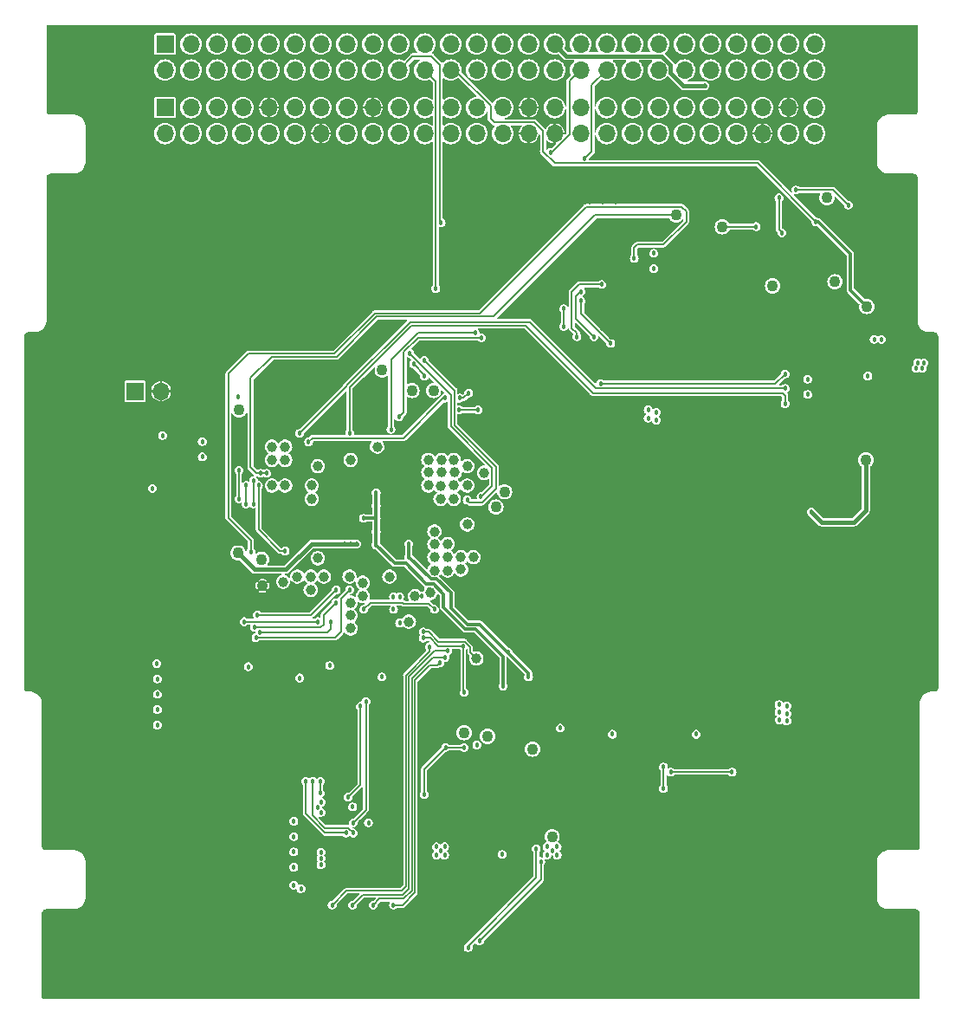
<source format=gbl>
G04 #@! TF.GenerationSoftware,KiCad,Pcbnew,7.0.10*
G04 #@! TF.CreationDate,2024-03-15T14:45:30-06:00*
G04 #@! TF.ProjectId,oresat-c3,6f726573-6174-42d6-9333-2e6b69636164,rev?*
G04 #@! TF.SameCoordinates,Original*
G04 #@! TF.FileFunction,Copper,L4,Bot*
G04 #@! TF.FilePolarity,Positive*
%FSLAX46Y46*%
G04 Gerber Fmt 4.6, Leading zero omitted, Abs format (unit mm)*
G04 Created by KiCad (PCBNEW 7.0.10) date 2024-03-15 14:45:30*
%MOMM*%
%LPD*%
G01*
G04 APERTURE LIST*
G04 #@! TA.AperFunction,ComponentPad*
%ADD10R,1.700000X1.700000*%
G04 #@! TD*
G04 #@! TA.AperFunction,ComponentPad*
%ADD11O,1.700000X1.700000*%
G04 #@! TD*
G04 #@! TA.AperFunction,TestPad*
%ADD12C,1.100000*%
G04 #@! TD*
G04 #@! TA.AperFunction,SMDPad,CuDef*
%ADD13C,1.000000*%
G04 #@! TD*
G04 #@! TA.AperFunction,ViaPad*
%ADD14C,0.457200*%
G04 #@! TD*
G04 #@! TA.AperFunction,ViaPad*
%ADD15C,0.500000*%
G04 #@! TD*
G04 #@! TA.AperFunction,Conductor*
%ADD16C,0.127000*%
G04 #@! TD*
G04 #@! TA.AperFunction,Conductor*
%ADD17C,0.200000*%
G04 #@! TD*
G04 #@! TA.AperFunction,Conductor*
%ADD18C,0.400000*%
G04 #@! TD*
G04 #@! TA.AperFunction,Conductor*
%ADD19C,0.300000*%
G04 #@! TD*
G04 #@! TA.AperFunction,Conductor*
%ADD20C,0.150000*%
G04 #@! TD*
G04 APERTURE END LIST*
D10*
X75330000Y-82280000D03*
D11*
X77870000Y-82280000D03*
D10*
X78250000Y-48350000D03*
D11*
X78250000Y-50890000D03*
X80790000Y-48350000D03*
X80790000Y-50890000D03*
X83330000Y-48350000D03*
X83330000Y-50890000D03*
X85870000Y-48350000D03*
X85870000Y-50890000D03*
X88410000Y-48350000D03*
X88410000Y-50890000D03*
X90950000Y-48350000D03*
X90950000Y-50890000D03*
X93490000Y-48350000D03*
X93490000Y-50890000D03*
X96030000Y-48350000D03*
X96030000Y-50890000D03*
X98570000Y-48350000D03*
X98570000Y-50890000D03*
X101110000Y-48350000D03*
X101110000Y-50890000D03*
X103650000Y-48350000D03*
X103650000Y-50890000D03*
X106190000Y-48350000D03*
X106190000Y-50890000D03*
X108730000Y-48350000D03*
X108730000Y-50890000D03*
X111270000Y-48350000D03*
X111270000Y-50890000D03*
X113810000Y-48350000D03*
X113810000Y-50890000D03*
X116350000Y-48350000D03*
X116350000Y-50890000D03*
X118890000Y-48350000D03*
X118890000Y-50890000D03*
X121430000Y-48350000D03*
X121430000Y-50890000D03*
X123970000Y-48350000D03*
X123970000Y-50890000D03*
X126510000Y-48350000D03*
X126510000Y-50890000D03*
X129050000Y-48350000D03*
X129050000Y-50890000D03*
X131590000Y-48350000D03*
X131590000Y-50890000D03*
X134130000Y-48350000D03*
X134130000Y-50890000D03*
X136670000Y-48350000D03*
X136670000Y-50890000D03*
X139210000Y-48350000D03*
X139210000Y-50890000D03*
X141750000Y-48350000D03*
X141750000Y-50890000D03*
D10*
X78260000Y-54550000D03*
D11*
X78260000Y-57090000D03*
X80800000Y-54550000D03*
X80800000Y-57090000D03*
X83340000Y-54550000D03*
X83340000Y-57090000D03*
X85880000Y-54550000D03*
X85880000Y-57090000D03*
X88420000Y-54550000D03*
X88420000Y-57090000D03*
X90960000Y-54550000D03*
X90960000Y-57090000D03*
X93500000Y-54550000D03*
X93500000Y-57090000D03*
X96040000Y-54550000D03*
X96040000Y-57090000D03*
X98580000Y-54550000D03*
X98580000Y-57090000D03*
X101120000Y-54550000D03*
X101120000Y-57090000D03*
X103660000Y-54550000D03*
X103660000Y-57090000D03*
X106200000Y-54550000D03*
X106200000Y-57090000D03*
X108740000Y-54550000D03*
X108740000Y-57090000D03*
X111280000Y-54550000D03*
X111280000Y-57090000D03*
X113820000Y-54550000D03*
X113820000Y-57090000D03*
X116360000Y-54550000D03*
X116360000Y-57090000D03*
X118900000Y-54550000D03*
X118900000Y-57090000D03*
X121440000Y-54550000D03*
X121440000Y-57090000D03*
X123980000Y-54550000D03*
X123980000Y-57090000D03*
X126520000Y-54550000D03*
X126520000Y-57090000D03*
X129060000Y-54550000D03*
X129060000Y-57090000D03*
X131600000Y-54550000D03*
X131600000Y-57090000D03*
X134140000Y-54550000D03*
X134140000Y-57090000D03*
X136680000Y-54550000D03*
X136680000Y-57090000D03*
X139220000Y-54550000D03*
X139220000Y-57090000D03*
X141760000Y-54550000D03*
X141760000Y-57090000D03*
D12*
X85500000Y-84100000D03*
X116100000Y-125800000D03*
X132762500Y-66200000D03*
X114200000Y-117250000D03*
X110600000Y-93600000D03*
X87800000Y-101300000D03*
X143762500Y-71587500D03*
X107500000Y-115650000D03*
X87700000Y-98700000D03*
X142987500Y-63387500D03*
X109800000Y-116000000D03*
X128225000Y-65062500D03*
X111450000Y-92100000D03*
X146787500Y-89000000D03*
X146880000Y-74000000D03*
X137662500Y-71987500D03*
X85400000Y-98100000D03*
D13*
X88700000Y-87700000D03*
X97600000Y-101000000D03*
X107800000Y-91500000D03*
D12*
X102400000Y-82200000D03*
D13*
X107200000Y-98500000D03*
X96400000Y-89000000D03*
X90000000Y-91500000D03*
X93200000Y-98600000D03*
X109450000Y-90250000D03*
X106500000Y-89000000D03*
X102100000Y-104800000D03*
X104000000Y-89000000D03*
X88700000Y-91500000D03*
X97600000Y-102300000D03*
X96300000Y-100400000D03*
X93200000Y-89600000D03*
X106600000Y-90200000D03*
X105300000Y-89000000D03*
X92600000Y-92800000D03*
X91200000Y-100400000D03*
D12*
X99500000Y-80200000D03*
D13*
X105900000Y-97200000D03*
X102700000Y-102300000D03*
X106500000Y-91500000D03*
X108700000Y-108400000D03*
X99000000Y-87700000D03*
X92600000Y-91500000D03*
X96400000Y-104200000D03*
X105250000Y-91550000D03*
X89800000Y-100900000D03*
X107800000Y-95300000D03*
X104600000Y-98500000D03*
X105300000Y-90200000D03*
X90000000Y-89000000D03*
X93800000Y-100400000D03*
X104000000Y-91500000D03*
X107200000Y-99700000D03*
X107800000Y-89600000D03*
X96400000Y-102950000D03*
X104600000Y-97250000D03*
X106500000Y-92800000D03*
X105200000Y-92800000D03*
X88700000Y-89000000D03*
X104600000Y-99800000D03*
X105900000Y-98500000D03*
X100200000Y-100400000D03*
X92500000Y-101700000D03*
X105900000Y-99800000D03*
D12*
X104500000Y-82200000D03*
D13*
X104000000Y-90200000D03*
X90000000Y-87700000D03*
X104200000Y-102000000D03*
X92500000Y-100400000D03*
X96400000Y-105450000D03*
X108400000Y-98500000D03*
X104600000Y-96000000D03*
D14*
X100600000Y-103600000D03*
X101200000Y-102350000D03*
X101200000Y-104925000D03*
X100600000Y-102350000D03*
X126300000Y-84350000D03*
X151850000Y-79500000D03*
X93500000Y-127350000D03*
X130200000Y-115800000D03*
X81900000Y-87200000D03*
X77500000Y-111900000D03*
X152450000Y-79500000D03*
X90850000Y-127300000D03*
X86400000Y-109200000D03*
X125500000Y-84900000D03*
X93500000Y-123450000D03*
X81900000Y-88700000D03*
X116900000Y-115200000D03*
X94350000Y-109100000D03*
X99450000Y-110200000D03*
X77500000Y-113400000D03*
X148300000Y-77200000D03*
X85400000Y-82800000D03*
X108750000Y-116850000D03*
X77010000Y-91772500D03*
X78010000Y-86610000D03*
X151700000Y-80050000D03*
X122000000Y-115800000D03*
X139050000Y-114500000D03*
X90850000Y-128800000D03*
X141087500Y-82600000D03*
X91431250Y-110300000D03*
X146987500Y-80800000D03*
X77500000Y-114900000D03*
X147600000Y-77200000D03*
X90850000Y-124300000D03*
X90850000Y-125800000D03*
X138300000Y-113650000D03*
X138300000Y-112900000D03*
X139050000Y-113050000D03*
X93200000Y-122950000D03*
X93500000Y-122450000D03*
X77450000Y-108900000D03*
X126037500Y-68800000D03*
X138350000Y-114400000D03*
X98150000Y-124450000D03*
X126037500Y-70300000D03*
X77500000Y-110400000D03*
X93500000Y-127950000D03*
X139050000Y-113800000D03*
X91550000Y-130900000D03*
X96600000Y-122900000D03*
X126300000Y-85100000D03*
X90850000Y-130550000D03*
X93500000Y-128550000D03*
X141087500Y-81100000D03*
X152300000Y-80050000D03*
X125500000Y-84100000D03*
X105700000Y-117100000D03*
X103600000Y-121700000D03*
X107400000Y-107200000D03*
X107500000Y-117100000D03*
X103500000Y-106400000D03*
X107500000Y-111700000D03*
X116600000Y-127600000D03*
X116100000Y-127200000D03*
X115600000Y-126800000D03*
X104800000Y-127600000D03*
X105600000Y-127600000D03*
X115600000Y-127600000D03*
X116600000Y-126800000D03*
X105600000Y-126800000D03*
X104800000Y-126800000D03*
X111212500Y-127550000D03*
X105200000Y-127200000D03*
X104737000Y-72240000D03*
X141460000Y-94080000D03*
X131020000Y-52420000D03*
X113800000Y-110200000D03*
X102075000Y-97200000D03*
X102075000Y-98475000D03*
X111800000Y-107800000D03*
X111300000Y-111100000D03*
X98900000Y-94700000D03*
X98900000Y-97300000D03*
X98900000Y-92200000D03*
X98900000Y-93450000D03*
X97650000Y-94700000D03*
X98900000Y-96000000D03*
X90000000Y-97892000D03*
X87400000Y-91500000D03*
X103345000Y-102332500D03*
X104009400Y-101700000D03*
X92500000Y-101700000D03*
X96400000Y-102950000D03*
X86000000Y-104800000D03*
X93185000Y-104800000D03*
X87300000Y-104150000D03*
X95000000Y-101700000D03*
X99000000Y-87700000D03*
X96400000Y-89000000D03*
X104600000Y-99800000D03*
X104600000Y-97262500D03*
X96300000Y-100400000D03*
X97590000Y-101010000D03*
X92600000Y-91500000D03*
X92600000Y-92800000D03*
X104000000Y-91500000D03*
X105200000Y-92800000D03*
X88700000Y-91500000D03*
X90000000Y-91500000D03*
X104615625Y-98515625D03*
X102100000Y-104800000D03*
X100216250Y-100415000D03*
X93800000Y-100415000D03*
X93185000Y-98600000D03*
X93200000Y-89600000D03*
X105900000Y-97200000D03*
X104618750Y-95981250D03*
X107800000Y-95300000D03*
X87000000Y-105350000D03*
X94950000Y-102950000D03*
X96400000Y-105450000D03*
X107900000Y-136650000D03*
X114550000Y-127000000D03*
X115000000Y-128250000D03*
X109000000Y-136005600D03*
X86650000Y-98000000D03*
X124137500Y-69300000D03*
X138887500Y-80600000D03*
X105600000Y-82950000D03*
X107050000Y-82950000D03*
X120840000Y-81544400D03*
X92298544Y-87214583D03*
X107950000Y-82450000D03*
X91400000Y-86400000D03*
X138887500Y-82000000D03*
X138887500Y-83500000D03*
X96300000Y-86400000D03*
X86900000Y-91000000D03*
X86900000Y-93300000D03*
X118537500Y-76950000D03*
X120937500Y-71850000D03*
X105885000Y-99785000D03*
X106500000Y-92800000D03*
X88700000Y-87700000D03*
X90000000Y-87700000D03*
X88700000Y-89000000D03*
X90000000Y-89000000D03*
X103500000Y-105800000D03*
X108700000Y-108400000D03*
X104000000Y-89000000D03*
X118937500Y-73450000D03*
X121837500Y-77600000D03*
X118937500Y-72550000D03*
X120187500Y-76950000D03*
X105300000Y-89000000D03*
X106500000Y-89000000D03*
X107800000Y-89600000D03*
X104000000Y-90200000D03*
X105300000Y-90200000D03*
X106600000Y-90200000D03*
X109450000Y-90250000D03*
X105250000Y-91550000D03*
X106525000Y-91525000D03*
X107800000Y-91500000D03*
X105885000Y-98497500D03*
X107200000Y-98500000D03*
X108400000Y-98500000D03*
X107155000Y-99745000D03*
X88200000Y-90300000D03*
X87600000Y-90300000D03*
X109200000Y-77044400D03*
X101122158Y-84772158D03*
X108600000Y-76588800D03*
X117243100Y-74214092D03*
X117243100Y-75950000D03*
X100350000Y-86000000D03*
X110000000Y-107700000D03*
D15*
X136878316Y-115667656D03*
X103985315Y-67487843D03*
D14*
X126937500Y-74300000D03*
D15*
X100212214Y-59244000D03*
D14*
X127700000Y-114900000D03*
D15*
X116037500Y-74167036D03*
X113751242Y-78250000D03*
X90633330Y-66652330D03*
X119891160Y-79743000D03*
D14*
X78000000Y-94250000D03*
X136762500Y-72587500D03*
X133250000Y-118950000D03*
X98125000Y-123675000D03*
D15*
X139011474Y-133699735D03*
X93596662Y-63688998D03*
X151630000Y-68021649D03*
D14*
X106150000Y-134750000D03*
D15*
X116938333Y-91277673D03*
X150800261Y-91730398D03*
D14*
X95000000Y-112850000D03*
X102700000Y-92800000D03*
D15*
X121810660Y-111400000D03*
D14*
X97550000Y-90900000D03*
D15*
X97703142Y-71016197D03*
D14*
X95500000Y-115400000D03*
X95700000Y-123650000D03*
X104000000Y-94100000D03*
X145500000Y-77850000D03*
D15*
X128661125Y-84130000D03*
D14*
X122200000Y-132850000D03*
D15*
X149384859Y-93145800D03*
X84706666Y-72578994D03*
D14*
X134300000Y-116500000D03*
X108850000Y-101050000D03*
X82300000Y-136700000D03*
X143162500Y-72587500D03*
X135650000Y-131863500D03*
D15*
X98041661Y-59244000D03*
D14*
X135500000Y-122750000D03*
D15*
X87669998Y-69615662D03*
D14*
X100000000Y-119100000D03*
X109100000Y-111800000D03*
X101450000Y-89600000D03*
D15*
X137580562Y-135150438D03*
X139050000Y-123201940D03*
X99145044Y-69574295D03*
D14*
X96650000Y-118200000D03*
D15*
X148159340Y-92250000D03*
D14*
X115850000Y-105500000D03*
X141437500Y-66900000D03*
D15*
X151630000Y-66019968D03*
D14*
X74900000Y-106750000D03*
D15*
X101150178Y-70322980D03*
X151630000Y-84035094D03*
D14*
X110000000Y-112700000D03*
D15*
X151630000Y-70023330D03*
X147601174Y-93750000D03*
D14*
X146687500Y-81800000D03*
D15*
X107796452Y-60922887D03*
D14*
X126900000Y-115800000D03*
X77050000Y-106800000D03*
X116900000Y-101000000D03*
X95100000Y-84850000D03*
D15*
X92662902Y-61851438D03*
D14*
X145500000Y-85850000D03*
X132600000Y-119000000D03*
X98900000Y-89500000D03*
X110300000Y-125200000D03*
D15*
X86188332Y-71097328D03*
D14*
X125200000Y-116800000D03*
X81900000Y-85700000D03*
X135900000Y-127550000D03*
X95100000Y-98500000D03*
X145500000Y-85100000D03*
X88400000Y-123350000D03*
X77000000Y-99350000D03*
D15*
X151630000Y-74026691D03*
D14*
X96900000Y-83300000D03*
X80200000Y-101750000D03*
X97325000Y-122875000D03*
X103000000Y-97300000D03*
D15*
X151630000Y-76028371D03*
X103470748Y-65248591D03*
X115315897Y-60400000D03*
X122488847Y-79743000D03*
X139050000Y-119001164D03*
X89151664Y-68133996D03*
X100586945Y-68132394D03*
D14*
X128237500Y-61100000D03*
X97650000Y-99700000D03*
X75850000Y-100200000D03*
D15*
X130777758Y-84130000D03*
D14*
X147487500Y-63900000D03*
X115900000Y-135850000D03*
X104800000Y-113000000D03*
D15*
X98315040Y-73158118D03*
X151630000Y-86036774D03*
X147398322Y-59733792D03*
D14*
X103100000Y-98500000D03*
D15*
X139050000Y-129503105D03*
X105955600Y-68234231D03*
X151630000Y-82033413D03*
D14*
X80050000Y-94250000D03*
X97650000Y-98500000D03*
D15*
X106723873Y-59244000D03*
D14*
X143200000Y-76000000D03*
D15*
X102567746Y-68905412D03*
X111049443Y-85388783D03*
D14*
X78100000Y-101750000D03*
D15*
X102028847Y-66690492D03*
D14*
X97350000Y-121950000D03*
X96650000Y-119850000D03*
D15*
X102327000Y-80946384D03*
D14*
X101400000Y-99700000D03*
D15*
X128111824Y-111400000D03*
D14*
X136600000Y-129850000D03*
D15*
X133468449Y-135200000D03*
D14*
X96650000Y-127450000D03*
X107250000Y-138500000D03*
D15*
X105929221Y-79068561D03*
D14*
X95650000Y-122450000D03*
X82650000Y-84850000D03*
X87100000Y-114000000D03*
X143762500Y-64387500D03*
D15*
X129350269Y-135200000D03*
D14*
X119737500Y-63750000D03*
X95100000Y-96000000D03*
X135662500Y-64287500D03*
D15*
X99732609Y-71740549D03*
X121230340Y-134841000D03*
D14*
X144989735Y-78435962D03*
D15*
X96559994Y-60725666D03*
D14*
X74850000Y-99400000D03*
X93850000Y-93400000D03*
D15*
X151630000Y-90040135D03*
X96897472Y-74575686D03*
X145599493Y-93750000D03*
D14*
X118437500Y-63750000D03*
X134350000Y-115650000D03*
X97900000Y-125450000D03*
X135450000Y-122100000D03*
X91550000Y-137150000D03*
D15*
X144567519Y-56902989D03*
D14*
X125150000Y-118950000D03*
D15*
X106820452Y-64652706D03*
D14*
X99100000Y-125350000D03*
D15*
X102398653Y-48801760D03*
D14*
X141900000Y-89300000D03*
X85400000Y-101700000D03*
X105500000Y-116400000D03*
X104050000Y-109900000D03*
D15*
X136160500Y-87396108D03*
D14*
X135636500Y-128263500D03*
D15*
X115287660Y-134841000D03*
D14*
X107000000Y-129400000D03*
X100600000Y-137100000D03*
X123325000Y-131600000D03*
D15*
X127291179Y-135200000D03*
D14*
X103550000Y-107600000D03*
D15*
X105873000Y-61102510D03*
D14*
X126150000Y-117800000D03*
X105250000Y-95325000D03*
X95100000Y-99700000D03*
X87550000Y-128800000D03*
D15*
X150130000Y-90279340D03*
D14*
X98900000Y-99700000D03*
X125837500Y-78100000D03*
D15*
X126011436Y-111400000D03*
D14*
X104000000Y-92800000D03*
X145600000Y-79700000D03*
D15*
X102382767Y-59244000D03*
D14*
X88400000Y-120150000D03*
D15*
X139050000Y-121101552D03*
D14*
X122287500Y-63750000D03*
D15*
X92114996Y-65170664D03*
X134450454Y-83102294D03*
D14*
X97700000Y-129100000D03*
X89150000Y-74200000D03*
D15*
X120900000Y-110489340D03*
X137311816Y-85963656D03*
D14*
X121837500Y-76950000D03*
X102800000Y-90900000D03*
D15*
X105873000Y-52545948D03*
X113194528Y-60400000D03*
X151586113Y-64023337D03*
D14*
X81700000Y-77700000D03*
X141587500Y-85400000D03*
D15*
X120900000Y-102161191D03*
D14*
X87600000Y-121000000D03*
D15*
X109624942Y-78250000D03*
X108894426Y-59244000D03*
D14*
X98900000Y-115700000D03*
X129687500Y-61050000D03*
X87100000Y-102600000D03*
X138187500Y-87250000D03*
D15*
X151630000Y-78030052D03*
D14*
X94650000Y-127450000D03*
D15*
X123911048Y-111400000D03*
X139050000Y-125302329D03*
D14*
X88050000Y-131700000D03*
X113400000Y-101000000D03*
X121737500Y-75250000D03*
X95100000Y-81100000D03*
X118900000Y-135300000D03*
X111000000Y-102850000D03*
D15*
X86536297Y-67978043D03*
X150229126Y-62564596D03*
D14*
X95100000Y-93400000D03*
D15*
X120900000Y-100079154D03*
X116037500Y-76251840D03*
D14*
X93850000Y-92150000D03*
D15*
X105955600Y-70401566D03*
D14*
X98600000Y-112400000D03*
D15*
X135881135Y-84532975D03*
D14*
X135662500Y-62487500D03*
X141587500Y-86900000D03*
X95100000Y-94700000D03*
X91050000Y-74500000D03*
D15*
X116037500Y-72082233D03*
D14*
X98900000Y-115000000D03*
X104450000Y-111400000D03*
D15*
X125232089Y-135200000D03*
D14*
X98600000Y-137100000D03*
D15*
X120900000Y-104243228D03*
X119882778Y-94222118D03*
X151630000Y-72025010D03*
X120900000Y-108407302D03*
X120900000Y-106325265D03*
X130212213Y-111400000D03*
D14*
X97375000Y-124425000D03*
D15*
X132894392Y-84130000D03*
X109655590Y-61817568D03*
D14*
X94600000Y-137100000D03*
X96600000Y-137100000D03*
X90100000Y-73250000D03*
D15*
X94194553Y-60319787D03*
D14*
X129787500Y-69500000D03*
X87550000Y-124300000D03*
X105000000Y-133900000D03*
X98850000Y-82150000D03*
D15*
X145982921Y-58318391D03*
D14*
X126787500Y-76350000D03*
X104500000Y-114600000D03*
X136562500Y-70387500D03*
X117460097Y-137722710D03*
X121037500Y-63750000D03*
X87150000Y-130550000D03*
X143200000Y-74500000D03*
X126737500Y-67100000D03*
X127700000Y-116700000D03*
X98900000Y-114400000D03*
X136050000Y-129100000D03*
D15*
X105955600Y-72568901D03*
D14*
X109200000Y-136650000D03*
X115700000Y-97100000D03*
D15*
X138363515Y-117152855D03*
X88067948Y-66446392D03*
D14*
X135500000Y-121450000D03*
X100200000Y-90900000D03*
D15*
X111688092Y-78250000D03*
D14*
X95650000Y-124300000D03*
D15*
X103294736Y-77794400D03*
X135527539Y-135200000D03*
X132312600Y-111400106D03*
D14*
X86900000Y-136600000D03*
D15*
X106354551Y-62364788D03*
X106101691Y-77794400D03*
D14*
X87550000Y-125800000D03*
D15*
X112521666Y-86861006D03*
X108238021Y-63235137D03*
X85004646Y-69509694D03*
X89599599Y-64914741D03*
D14*
X113900000Y-95200000D03*
X123887500Y-63100000D03*
X99100000Y-122050000D03*
D15*
X124836025Y-83066685D03*
X139050000Y-127402717D03*
D14*
X110250000Y-136650000D03*
D15*
X134527446Y-85763054D03*
D14*
X75950000Y-107550000D03*
D15*
X123172998Y-135200000D03*
X95726205Y-58788135D03*
D14*
X87550000Y-127300000D03*
X110000000Y-94700000D03*
X110000000Y-110600000D03*
D15*
X118410556Y-92749896D03*
X83472994Y-71041346D03*
D14*
X96625000Y-123675000D03*
X93850000Y-94700000D03*
X124337500Y-76350000D03*
D15*
X111702082Y-76423000D03*
X131409359Y-135200000D03*
D14*
X93850000Y-90900000D03*
X105500000Y-109600000D03*
X126937500Y-79100000D03*
X106150000Y-135700000D03*
X100200000Y-94100000D03*
X129787500Y-79100000D03*
X144162500Y-66187500D03*
X102800000Y-96000000D03*
D15*
X91131251Y-63383089D03*
X151630000Y-88038455D03*
D14*
X138787500Y-88100000D03*
X112250000Y-92900000D03*
X141862500Y-66387500D03*
D15*
X120900000Y-95915080D03*
D14*
X120987500Y-76100000D03*
D15*
X111073159Y-60400000D03*
D14*
X113200000Y-127500000D03*
X109300000Y-107100000D03*
X87600000Y-122500000D03*
X122437500Y-69900000D03*
X124300000Y-117950000D03*
X93850000Y-96000000D03*
X102600000Y-132387500D03*
D15*
X120900000Y-97997117D03*
D14*
X141200000Y-89300000D03*
X133300000Y-114550000D03*
X138290000Y-84330000D03*
D15*
X124819265Y-80466157D03*
D14*
X124400000Y-132863500D03*
D15*
X113993888Y-88333228D03*
D14*
X85400000Y-103700000D03*
X95650000Y-127450000D03*
D15*
X135393117Y-114182457D03*
X139050000Y-131603494D03*
D14*
X139062500Y-72487500D03*
X129787500Y-74300000D03*
D15*
X133907919Y-112697259D03*
D14*
X104150000Y-133900000D03*
D15*
X95078328Y-62207332D03*
X115466111Y-89805451D03*
D14*
X138287500Y-63387500D03*
X145062500Y-64087500D03*
X139960000Y-62610000D03*
X138562500Y-66787500D03*
X136062500Y-66187500D03*
X141900000Y-65712500D03*
X86200000Y-93300000D03*
X86200000Y-91500000D03*
X94600000Y-132487500D03*
X104100000Y-107250000D03*
X105885000Y-107650000D03*
X96600000Y-132487500D03*
X98600000Y-132487500D03*
X105650000Y-108300000D03*
X100600000Y-132487500D03*
X105100000Y-108850000D03*
X95800000Y-97200000D03*
X97000000Y-97200000D03*
X96400000Y-97200000D03*
X85500000Y-90000000D03*
X85500000Y-92800000D03*
X96400000Y-104200000D03*
X102569229Y-79630771D03*
X103630600Y-80800000D03*
X87550000Y-105850000D03*
X94500000Y-104800000D03*
X96300000Y-101700000D03*
X87150000Y-106350000D03*
X92500000Y-100400000D03*
X91200000Y-100400000D03*
X89800000Y-100900000D03*
X97600000Y-102300000D03*
X95950000Y-125450000D03*
X92000000Y-120400000D03*
X93450000Y-120400000D03*
X93450000Y-121550000D03*
X96650000Y-125450000D03*
X92700000Y-120400000D03*
X97681250Y-103591850D03*
X97900000Y-112600000D03*
X104600000Y-103600000D03*
X96653087Y-124445863D03*
X97350000Y-113087500D03*
X96150000Y-121950000D03*
X107000000Y-84100000D03*
X105253408Y-65803408D03*
X108850000Y-84100000D03*
X107800000Y-92900000D03*
X103601268Y-79249522D03*
X102186396Y-78595360D03*
X109150000Y-92600000D03*
X127000000Y-121100000D03*
X127000000Y-119000000D03*
X127700000Y-119500000D03*
X133700000Y-119500000D03*
X115950000Y-58949600D03*
X119300000Y-59550000D03*
D16*
X107400000Y-111600000D02*
X107500000Y-111700000D01*
X107400000Y-107200000D02*
X105000000Y-107200000D01*
D17*
X103600000Y-121700000D02*
X103600000Y-119200000D01*
D16*
X105000000Y-107200000D02*
X104200000Y-106400000D01*
X107500000Y-117100000D02*
X105700000Y-117100000D01*
D17*
X103600000Y-119200000D02*
X105700000Y-117100000D01*
D16*
X104200000Y-106400000D02*
X103500000Y-106400000D01*
X107400000Y-107200000D02*
X107400000Y-111600000D01*
D17*
X104737000Y-72240000D02*
X104737000Y-51977000D01*
X104737000Y-51977000D02*
X103650000Y-50890000D01*
D18*
X141460000Y-94080000D02*
X142470000Y-95090000D01*
X142470000Y-95090000D02*
X145580000Y-95090000D01*
X146787500Y-93882500D02*
X146787500Y-89000000D01*
X117527000Y-49527000D02*
X116350000Y-48350000D01*
X131020000Y-52420000D02*
X128915470Y-52420000D01*
X145580000Y-95090000D02*
X146787500Y-93882500D01*
X128915470Y-52420000D02*
X127687000Y-51191530D01*
X127687000Y-50402470D02*
X126811530Y-49527000D01*
X126811530Y-49527000D02*
X117527000Y-49527000D01*
X127687000Y-51191530D02*
X127687000Y-50402470D01*
D19*
X107800000Y-105050000D02*
X109050000Y-105050000D01*
X113800000Y-109800000D02*
X113800000Y-110200000D01*
X102075000Y-98475000D02*
X102125000Y-98475000D01*
X109050000Y-105050000D02*
X113800000Y-109800000D01*
X104800000Y-100600000D02*
X106200000Y-102000000D01*
X104250000Y-100600000D02*
X104800000Y-100600000D01*
X106200000Y-102000000D02*
X106200000Y-103450000D01*
X102125000Y-98475000D02*
X104250000Y-100600000D01*
X102075000Y-97200000D02*
X102075000Y-98475000D01*
X106200000Y-103450000D02*
X107800000Y-105050000D01*
X104500000Y-101100000D02*
X105500000Y-102100000D01*
X98900000Y-94700000D02*
X98900000Y-93450000D01*
X108600000Y-105500000D02*
X111300000Y-108200000D01*
X105500000Y-102100000D02*
X105500000Y-103400000D01*
X111300000Y-108200000D02*
X111300000Y-111100000D01*
X100700000Y-99100000D02*
X101800000Y-99100000D01*
X98900000Y-94700000D02*
X97650000Y-94700000D01*
X103800000Y-101100000D02*
X104500000Y-101100000D01*
X98900000Y-94700000D02*
X98900000Y-96000000D01*
X98900000Y-97300000D02*
X100700000Y-99100000D01*
X98900000Y-93450000D02*
X98900000Y-92200000D01*
X98900000Y-96000000D02*
X98900000Y-97300000D01*
X101800000Y-99100000D02*
X103800000Y-101100000D01*
X107600000Y-105500000D02*
X108600000Y-105500000D01*
X105500000Y-103400000D02*
X107600000Y-105500000D01*
D16*
X87400000Y-91500000D02*
X87400000Y-95800000D01*
X87400000Y-95800000D02*
X89492000Y-97892000D01*
X89492000Y-97892000D02*
X90000000Y-97892000D01*
X102732500Y-102332500D02*
X102700000Y-102300000D01*
X103345000Y-102332500D02*
X102732500Y-102332500D01*
X104009400Y-101700000D02*
X104009400Y-101809400D01*
X104009400Y-101809400D02*
X104200000Y-102000000D01*
D20*
X93181250Y-104803750D02*
X93185000Y-104800000D01*
X86000000Y-104800000D02*
X93185000Y-104800000D01*
D16*
X93237500Y-104837500D02*
X93237500Y-104925000D01*
D20*
X87300000Y-104150000D02*
X92550000Y-104150000D01*
X92550000Y-104150000D02*
X95000000Y-101700000D01*
D16*
X104615625Y-98515625D02*
X104600000Y-98500000D01*
X100201250Y-100400000D02*
X100200000Y-100400000D01*
X100216250Y-100415000D02*
X100201250Y-100400000D01*
X93800000Y-100400000D02*
X93800000Y-100415000D01*
X93185000Y-98600000D02*
X93200000Y-98600000D01*
X104600000Y-96000000D02*
X104618750Y-95981250D01*
D20*
X93750000Y-104150000D02*
X94950000Y-102950000D01*
X87000000Y-105350000D02*
X93450000Y-105350000D01*
X93450000Y-105350000D02*
X93750000Y-105050000D01*
X93750000Y-105050000D02*
X93750000Y-104150000D01*
D17*
X114544400Y-128438716D02*
X114550000Y-128444316D01*
X114550000Y-127000000D02*
X114550000Y-128055684D01*
X114550000Y-128444316D02*
X114550000Y-129811284D01*
X114550000Y-129811284D02*
X107900000Y-136461284D01*
X114550000Y-128055684D02*
X114544400Y-128061284D01*
X114544400Y-128061284D02*
X114544400Y-128438716D01*
X107900000Y-136461284D02*
X107900000Y-136650000D01*
X115000000Y-128250000D02*
X115000000Y-130005600D01*
X115000000Y-130005600D02*
X109000000Y-136005600D01*
D20*
X124137500Y-69300000D02*
X124137500Y-68250000D01*
X124137500Y-68250000D02*
X124437500Y-67950000D01*
X128787500Y-64250000D02*
X119437500Y-64250000D01*
X119437500Y-64250000D02*
X109017500Y-74670000D01*
X86390000Y-78610000D02*
X84450000Y-80550000D01*
X129237500Y-64700000D02*
X128787500Y-64250000D01*
X126987500Y-67950000D02*
X129237500Y-65700000D01*
X86650000Y-96850000D02*
X86650000Y-98000000D01*
X124437500Y-67950000D02*
X126987500Y-67950000D01*
X84450000Y-80550000D02*
X84450000Y-94650000D01*
X94810000Y-78610000D02*
X86390000Y-78610000D01*
X129237500Y-65700000D02*
X129237500Y-64700000D01*
X109017500Y-74670000D02*
X98750000Y-74670000D01*
X84450000Y-94650000D02*
X86650000Y-96850000D01*
X98750000Y-74670000D02*
X94810000Y-78610000D01*
D17*
X105494317Y-82950000D02*
X101588717Y-86855600D01*
X137937500Y-81550000D02*
X138887500Y-80600000D01*
X107950000Y-82450000D02*
X107450000Y-82950000D01*
X120840000Y-81544400D02*
X120845600Y-81550000D01*
X92657527Y-86855600D02*
X92298544Y-87214583D01*
X105600000Y-82950000D02*
X105494317Y-82950000D01*
X107450000Y-82950000D02*
X107050000Y-82950000D01*
X120845600Y-81550000D02*
X137937500Y-81550000D01*
X101588717Y-86855600D02*
X92657527Y-86855600D01*
X95973000Y-81764552D02*
X95973000Y-81827000D01*
X113923000Y-75523000D02*
X102214552Y-75523000D01*
X95973000Y-81827000D02*
X91400000Y-86400000D01*
X102214552Y-75523000D02*
X95973000Y-81764552D01*
X120400000Y-82000000D02*
X113923000Y-75523000D01*
X138887500Y-82000000D02*
X120400000Y-82000000D01*
X120150000Y-82450000D02*
X113550000Y-75850000D01*
X138887500Y-82700000D02*
X138637500Y-82450000D01*
X113550000Y-75850000D02*
X102350000Y-75850000D01*
X138637500Y-82450000D02*
X120150000Y-82450000D01*
X96300000Y-81900000D02*
X96300000Y-86400000D01*
X138887500Y-83500000D02*
X138887500Y-82700000D01*
X102350000Y-75850000D02*
X96300000Y-81900000D01*
D16*
X86900000Y-91000000D02*
X86900000Y-93300000D01*
D17*
X118037500Y-76100000D02*
X118537500Y-76600000D01*
X118787500Y-71850000D02*
X118037500Y-72600000D01*
X120937500Y-71850000D02*
X118787500Y-71850000D01*
X118037500Y-72600000D02*
X118037500Y-76100000D01*
X118537500Y-76600000D02*
X118537500Y-76950000D01*
D16*
X104050000Y-105800000D02*
X105000000Y-106750000D01*
X105000000Y-106750000D02*
X107550000Y-106750000D01*
X107550000Y-106750000D02*
X108100000Y-107300000D01*
X108100000Y-107300000D02*
X108100000Y-107800000D01*
X108100000Y-107800000D02*
X108700000Y-108400000D01*
X103500000Y-105800000D02*
X104050000Y-105800000D01*
D17*
X121837500Y-77600000D02*
X118937500Y-74700000D01*
X118937500Y-74700000D02*
X118937500Y-73450000D01*
X118437500Y-75200000D02*
X118437500Y-73000000D01*
X120187500Y-76950000D02*
X118437500Y-75200000D01*
X118437500Y-73000000D02*
X118887500Y-72550000D01*
X106500000Y-91500000D02*
X106525000Y-91525000D01*
D16*
X105887500Y-98500000D02*
X105900000Y-98500000D01*
X105885000Y-98497500D02*
X105887500Y-98500000D01*
D17*
X95018000Y-78912000D02*
X88688000Y-78912000D01*
X98958001Y-74971999D02*
X95018000Y-78912000D01*
X87200000Y-90300000D02*
X87600000Y-90300000D01*
X86600000Y-81000000D02*
X86600000Y-89700000D01*
X128225000Y-65062500D02*
X120325000Y-65062500D01*
X120325000Y-65062500D02*
X110415500Y-74972000D01*
X110415500Y-74972000D02*
X98958001Y-74971999D01*
X87600000Y-90300000D02*
X88200000Y-90300000D01*
X88688000Y-78912000D02*
X86600000Y-81000000D01*
X86600000Y-89700000D02*
X87200000Y-90300000D01*
X101577000Y-84317316D02*
X101122158Y-84772158D01*
X102984076Y-77044400D02*
X101577000Y-78451476D01*
X101577000Y-78451476D02*
X101577000Y-84317316D01*
X109200000Y-77044400D02*
X102984076Y-77044400D01*
X100350000Y-79216028D02*
X100350000Y-86000000D01*
X108600000Y-76588800D02*
X102977228Y-76588800D01*
X117243100Y-74214092D02*
X117243100Y-75950000D01*
X102977228Y-76588800D02*
X100350000Y-79216028D01*
X145062500Y-64087500D02*
X143585000Y-62610000D01*
X136050000Y-66200000D02*
X136062500Y-66187500D01*
X138287500Y-63387500D02*
X138287500Y-66512500D01*
X138287500Y-66512500D02*
X138562500Y-66787500D01*
X132762500Y-66200000D02*
X136050000Y-66200000D01*
X143585000Y-62610000D02*
X139960000Y-62610000D01*
X136193100Y-60005600D02*
X116361684Y-60005600D01*
D19*
X145280000Y-68892500D02*
X145280000Y-72400000D01*
X141900000Y-65712500D02*
X142100000Y-65712500D01*
D17*
X141900000Y-65712500D02*
X136193100Y-60005600D01*
D19*
X142100000Y-65712500D02*
X145280000Y-68892500D01*
D17*
X115212491Y-56862491D02*
X114350000Y-56000000D01*
X110100000Y-55650000D02*
X110100000Y-54386891D01*
X110100000Y-54386891D02*
X106603109Y-50890000D01*
X110450000Y-56000000D02*
X110100000Y-55650000D01*
X106603109Y-50890000D02*
X106190000Y-50890000D01*
X114350000Y-56000000D02*
X110450000Y-56000000D01*
X115212491Y-58856407D02*
X115212491Y-56862491D01*
X116361684Y-60005600D02*
X115212491Y-58856407D01*
D19*
X145280000Y-72400000D02*
X146880000Y-74000000D01*
D16*
X86200000Y-91500000D02*
X86200000Y-93300000D01*
X101800000Y-110050000D02*
X101800000Y-130687500D01*
X101800000Y-130687500D02*
X101400000Y-131087500D01*
X104100000Y-107250000D02*
X104100000Y-107750000D01*
X96000000Y-131087500D02*
X94600000Y-132487500D01*
X104100000Y-107750000D02*
X101800000Y-110050000D01*
X101400000Y-131087500D02*
X96000000Y-131087500D01*
X102100000Y-110200000D02*
X102100000Y-130887500D01*
X104650000Y-107650000D02*
X102100000Y-110200000D01*
X97600000Y-131487500D02*
X96600000Y-132487500D01*
X101500000Y-131487500D02*
X97600000Y-131487500D01*
X105885000Y-107650000D02*
X104650000Y-107650000D01*
X102100000Y-130887500D02*
X101500000Y-131487500D01*
X102400000Y-131100000D02*
X101612500Y-131887500D01*
X101612500Y-131887500D02*
X99200000Y-131887500D01*
X102400000Y-110350000D02*
X102400000Y-131100000D01*
X105650000Y-108300000D02*
X104450000Y-108300000D01*
X99200000Y-131887500D02*
X98600000Y-132487500D01*
X104450000Y-108300000D02*
X102400000Y-110350000D01*
X104850000Y-109100000D02*
X104150000Y-109100000D01*
X105100000Y-108850000D02*
X104850000Y-109100000D01*
X102700000Y-131287500D02*
X101500000Y-132487500D01*
X101500000Y-132487500D02*
X100600000Y-132487500D01*
X102700000Y-110550000D02*
X102700000Y-131287500D01*
X104150000Y-109100000D02*
X102700000Y-110550000D01*
D18*
X90100000Y-99700000D02*
X87000000Y-99700000D01*
X92600000Y-97200000D02*
X90100000Y-99700000D01*
X87000000Y-99700000D02*
X85400000Y-98100000D01*
X97000000Y-97200000D02*
X92600000Y-97200000D01*
D16*
X85500000Y-92800000D02*
X85500000Y-90000000D01*
D17*
X103630600Y-80800000D02*
X103630600Y-80692142D01*
X103630600Y-80692142D02*
X102569229Y-79630771D01*
D20*
X94500000Y-105500000D02*
X94500000Y-104800000D01*
X94150000Y-105850000D02*
X94500000Y-105500000D01*
X87550000Y-105850000D02*
X94150000Y-105850000D01*
X95450000Y-102550000D02*
X96300000Y-101700000D01*
X87150000Y-106350000D02*
X94900000Y-106350000D01*
X95450000Y-105800000D02*
X95450000Y-102550000D01*
X94900000Y-106350000D02*
X95450000Y-105800000D01*
X92000000Y-123550000D02*
X93900000Y-125450000D01*
X93900000Y-125450000D02*
X95950000Y-125450000D01*
X92000000Y-120400000D02*
X92000000Y-123550000D01*
X93450000Y-120400000D02*
X93450000Y-121550000D01*
X92700000Y-120400000D02*
X92700000Y-123750000D01*
X92700000Y-123750000D02*
X93900000Y-124950000D01*
X96150000Y-124950000D02*
X96650000Y-125450000D01*
X93900000Y-124950000D02*
X96150000Y-124950000D01*
X101600000Y-103050000D02*
X101500000Y-102950000D01*
X104600000Y-103600000D02*
X104050000Y-103050000D01*
X97900000Y-112600000D02*
X97900000Y-123198950D01*
X98323100Y-102950000D02*
X97681250Y-103591850D01*
X101500000Y-102950000D02*
X98323100Y-102950000D01*
X97900000Y-123198950D02*
X96653087Y-124445863D01*
X104050000Y-103050000D02*
X101600000Y-103050000D01*
X97350000Y-113087500D02*
X97350000Y-120750000D01*
X97350000Y-120750000D02*
X96150000Y-121950000D01*
D17*
X105253408Y-65803408D02*
X105123000Y-65673000D01*
X105113000Y-50443891D02*
X105123000Y-50433891D01*
X105123000Y-50373000D02*
X104300000Y-49550000D01*
X107000000Y-84100000D02*
X108850000Y-84100000D01*
X105113000Y-51336109D02*
X105113000Y-50443891D01*
X105123000Y-51346109D02*
X105113000Y-51336109D01*
X105123000Y-50433891D02*
X105123000Y-50373000D01*
X102450000Y-49550000D02*
X101110000Y-50890000D01*
X104300000Y-49550000D02*
X102450000Y-49550000D01*
X105123000Y-65673000D02*
X105123000Y-51346109D01*
X106550000Y-82198254D02*
X103601268Y-79249522D01*
X110600000Y-91794316D02*
X110600000Y-89643236D01*
X108050000Y-93150000D02*
X109244316Y-93150000D01*
X106544400Y-82755600D02*
X106550000Y-82750000D01*
X107800000Y-92900000D02*
X108050000Y-93150000D01*
X109244316Y-93150000D02*
X110600000Y-91794316D01*
X106550000Y-82750000D02*
X106550000Y-82198254D01*
X110600000Y-89643236D02*
X106544400Y-85587636D01*
X106544400Y-85587636D02*
X106544400Y-82755600D01*
X110250000Y-91550000D02*
X109200000Y-92600000D01*
X102186396Y-78595360D02*
X102186396Y-78603621D01*
X106200000Y-82617225D02*
X106200000Y-85705684D01*
X102186396Y-78603621D02*
X106200000Y-82617225D01*
X109200000Y-92600000D02*
X109150000Y-92600000D01*
X106200000Y-85705684D02*
X110250000Y-89755684D01*
X110250000Y-89755684D02*
X110250000Y-91550000D01*
D20*
X127000000Y-119000000D02*
X127000000Y-121100000D01*
X127700000Y-119500000D02*
X133700000Y-119500000D01*
D17*
X115950000Y-58949600D02*
X116023509Y-58949600D01*
X116023509Y-58949600D02*
X117823000Y-57150109D01*
X117823000Y-51957000D02*
X118890000Y-50890000D01*
X117823000Y-57150109D02*
X117823000Y-51957000D01*
X119300000Y-59550000D02*
X119977000Y-58873000D01*
X119977000Y-52343000D02*
X121430000Y-50890000D01*
X119977000Y-58873000D02*
X119977000Y-52343000D01*
G04 #@! TA.AperFunction,Conductor*
G36*
X101973789Y-78968798D02*
G01*
X102006308Y-78989697D01*
X102124698Y-79024459D01*
X102124700Y-79024460D01*
X102124701Y-79024460D01*
X102156376Y-79024460D01*
X102200570Y-79042766D01*
X102337401Y-79179597D01*
X102355707Y-79223791D01*
X102337401Y-79267985D01*
X102326998Y-79276369D01*
X102285338Y-79303142D01*
X102204537Y-79396392D01*
X102204535Y-79396394D01*
X102153275Y-79508637D01*
X102135716Y-79630771D01*
X102153275Y-79752904D01*
X102204535Y-79865147D01*
X102204537Y-79865149D01*
X102285339Y-79958400D01*
X102389136Y-80025105D01*
X102389141Y-80025108D01*
X102507531Y-80059870D01*
X102507533Y-80059871D01*
X102507534Y-80059871D01*
X102547470Y-80059871D01*
X102591664Y-80078177D01*
X103189596Y-80676109D01*
X103207902Y-80720303D01*
X103207266Y-80729197D01*
X103198060Y-80793235D01*
X103197087Y-80800000D01*
X103198951Y-80812966D01*
X103214646Y-80922133D01*
X103265906Y-81034376D01*
X103265908Y-81034378D01*
X103346710Y-81127629D01*
X103450507Y-81194334D01*
X103450512Y-81194337D01*
X103564917Y-81227929D01*
X103568902Y-81229099D01*
X103568904Y-81229100D01*
X103568905Y-81229100D01*
X103692296Y-81229100D01*
X103692296Y-81229099D01*
X103810688Y-81194337D01*
X103849647Y-81169299D01*
X103914489Y-81127629D01*
X103914491Y-81127627D01*
X103995294Y-81034375D01*
X104019625Y-80981097D01*
X104054635Y-80948502D01*
X104102440Y-80950209D01*
X104120671Y-80962867D01*
X104500399Y-81342595D01*
X104518705Y-81386789D01*
X104500399Y-81430983D01*
X104463203Y-81448896D01*
X104331944Y-81463686D01*
X104331940Y-81463687D01*
X104172307Y-81519545D01*
X104172303Y-81519547D01*
X104029111Y-81609521D01*
X103909521Y-81729111D01*
X103819547Y-81872303D01*
X103819545Y-81872307D01*
X103763687Y-82031940D01*
X103763686Y-82031944D01*
X103744751Y-82200000D01*
X103763686Y-82368055D01*
X103763687Y-82368059D01*
X103819384Y-82527234D01*
X103819545Y-82527692D01*
X103819547Y-82527696D01*
X103909521Y-82670888D01*
X104029111Y-82790478D01*
X104172303Y-82880452D01*
X104172306Y-82880453D01*
X104172310Y-82880456D01*
X104331941Y-82936313D01*
X104500000Y-82955249D01*
X104668059Y-82936313D01*
X104827690Y-82880456D01*
X104970890Y-82790477D01*
X105090477Y-82670890D01*
X105180456Y-82527690D01*
X105236313Y-82368059D01*
X105251103Y-82236795D01*
X105274242Y-82194929D01*
X105320208Y-82181687D01*
X105357404Y-82199600D01*
X105572766Y-82414962D01*
X105591072Y-82459156D01*
X105572766Y-82503350D01*
X105542290Y-82518607D01*
X105542594Y-82519640D01*
X105419916Y-82555661D01*
X105419907Y-82555665D01*
X105316110Y-82622370D01*
X105235308Y-82715621D01*
X105235306Y-82715623D01*
X105182484Y-82831287D01*
X105169826Y-82849517D01*
X101482552Y-86536794D01*
X101438358Y-86555100D01*
X96783342Y-86555100D01*
X96739148Y-86536794D01*
X96720842Y-86492600D01*
X96721478Y-86483705D01*
X96733513Y-86400000D01*
X96715953Y-86277865D01*
X96664694Y-86165625D01*
X96615765Y-86109157D01*
X96600500Y-86068229D01*
X96600500Y-82050359D01*
X96618806Y-82006165D01*
X97639092Y-80985879D01*
X98661919Y-79963051D01*
X98706112Y-79944746D01*
X98750306Y-79963052D01*
X98768612Y-80007246D01*
X98765106Y-80027885D01*
X98763687Y-80031938D01*
X98763686Y-80031944D01*
X98744751Y-80200000D01*
X98763686Y-80368055D01*
X98763687Y-80368059D01*
X98806437Y-80490233D01*
X98819545Y-80527692D01*
X98819547Y-80527696D01*
X98909521Y-80670888D01*
X99029111Y-80790478D01*
X99172303Y-80880452D01*
X99172306Y-80880453D01*
X99172310Y-80880456D01*
X99331941Y-80936313D01*
X99500000Y-80955249D01*
X99668059Y-80936313D01*
X99827690Y-80880456D01*
X99953748Y-80801247D01*
X100000907Y-80793235D01*
X100039920Y-80820916D01*
X100049500Y-80854168D01*
X100049500Y-85668229D01*
X100034235Y-85709157D01*
X99985306Y-85765624D01*
X99985306Y-85765625D01*
X99934046Y-85877866D01*
X99916487Y-86000000D01*
X99934046Y-86122133D01*
X99985306Y-86234376D01*
X99985308Y-86234378D01*
X100066110Y-86327629D01*
X100169907Y-86394334D01*
X100169912Y-86394337D01*
X100288302Y-86429099D01*
X100288304Y-86429100D01*
X100288305Y-86429100D01*
X100411696Y-86429100D01*
X100411696Y-86429099D01*
X100530088Y-86394337D01*
X100569047Y-86369299D01*
X100633889Y-86327629D01*
X100633891Y-86327627D01*
X100714694Y-86234375D01*
X100765953Y-86122135D01*
X100783513Y-86000000D01*
X100765953Y-85877865D01*
X100714694Y-85765625D01*
X100665765Y-85709157D01*
X100650500Y-85668229D01*
X100650500Y-85050659D01*
X100668806Y-85006465D01*
X100713000Y-84988159D01*
X100757194Y-85006465D01*
X100760234Y-85009730D01*
X100838268Y-85099787D01*
X100942065Y-85166492D01*
X100942070Y-85166495D01*
X101060460Y-85201257D01*
X101060462Y-85201258D01*
X101060463Y-85201258D01*
X101183854Y-85201258D01*
X101183854Y-85201257D01*
X101302246Y-85166495D01*
X101369680Y-85123158D01*
X101406047Y-85099787D01*
X101406049Y-85099785D01*
X101486852Y-85006533D01*
X101538111Y-84894293D01*
X101554145Y-84782769D01*
X101571813Y-84747472D01*
X101747614Y-84571671D01*
X101756821Y-84565049D01*
X101756606Y-84564764D01*
X101761224Y-84561275D01*
X101761228Y-84561274D01*
X101793435Y-84525943D01*
X101795409Y-84523877D01*
X101796622Y-84522664D01*
X101809174Y-84510113D01*
X101810665Y-84507934D01*
X101816042Y-84501145D01*
X101836916Y-84478249D01*
X101841997Y-84465132D01*
X101848710Y-84452395D01*
X101856657Y-84440796D01*
X101863750Y-84410634D01*
X101866302Y-84402391D01*
X101877500Y-84373489D01*
X101877500Y-84359430D01*
X101879160Y-84345120D01*
X101879645Y-84343058D01*
X101882379Y-84331435D01*
X101878099Y-84300753D01*
X101877500Y-84292118D01*
X101877500Y-82871133D01*
X101895806Y-82826939D01*
X101940000Y-82808633D01*
X101973250Y-82818212D01*
X102014827Y-82844337D01*
X102072303Y-82880452D01*
X102072306Y-82880453D01*
X102072310Y-82880456D01*
X102231941Y-82936313D01*
X102400000Y-82955249D01*
X102568059Y-82936313D01*
X102727690Y-82880456D01*
X102870890Y-82790477D01*
X102990477Y-82670890D01*
X103080456Y-82527690D01*
X103136313Y-82368059D01*
X103155249Y-82200000D01*
X103136313Y-82031941D01*
X103080456Y-81872310D01*
X103022453Y-81780000D01*
X102990478Y-81729111D01*
X102870888Y-81609521D01*
X102727696Y-81519547D01*
X102727692Y-81519545D01*
X102727691Y-81519544D01*
X102727690Y-81519544D01*
X102568059Y-81463687D01*
X102568055Y-81463686D01*
X102400000Y-81444751D01*
X102231944Y-81463686D01*
X102231940Y-81463687D01*
X102072307Y-81519545D01*
X102072303Y-81519547D01*
X101973252Y-81581786D01*
X101926093Y-81589799D01*
X101887080Y-81562118D01*
X101877500Y-81528866D01*
X101877500Y-79021377D01*
X101895806Y-78977183D01*
X101940000Y-78958877D01*
X101973789Y-78968798D01*
G37*
G04 #@! TD.AperFunction*
G04 #@! TA.AperFunction,Conductor*
G36*
X116460000Y-58062248D02*
G01*
X116441694Y-58106442D01*
X116045943Y-58502194D01*
X116001749Y-58520500D01*
X115888303Y-58520500D01*
X115769916Y-58555261D01*
X115769907Y-58555265D01*
X115666110Y-58621970D01*
X115622725Y-58672040D01*
X115579949Y-58693452D01*
X115534562Y-58678345D01*
X115513150Y-58635569D01*
X115512991Y-58631111D01*
X115512991Y-57772645D01*
X115531297Y-57728451D01*
X115575491Y-57710145D01*
X115619685Y-57728451D01*
X115623805Y-57732996D01*
X115665816Y-57784188D01*
X115814576Y-57906271D01*
X115814587Y-57906279D01*
X115984307Y-57996995D01*
X116168476Y-58052863D01*
X116260000Y-58061876D01*
X116260000Y-57580764D01*
X116324237Y-57590000D01*
X116395763Y-57590000D01*
X116460000Y-57580764D01*
X116460000Y-58062248D01*
G37*
G04 #@! TD.AperFunction*
G04 #@! TA.AperFunction,Conductor*
G36*
X151850194Y-46529806D02*
G01*
X151868500Y-46574000D01*
X151868500Y-54875905D01*
X151867965Y-54884063D01*
X151857017Y-54967217D01*
X151852794Y-54982977D01*
X151822277Y-55056651D01*
X151814122Y-55070775D01*
X151773543Y-55123660D01*
X151765578Y-55134041D01*
X151754041Y-55145578D01*
X151690777Y-55194122D01*
X151676651Y-55202277D01*
X151611085Y-55229436D01*
X151602977Y-55232795D01*
X151587217Y-55237017D01*
X151504064Y-55247965D01*
X151495906Y-55248500D01*
X149054851Y-55248500D01*
X149000000Y-55248500D01*
X148901007Y-55248500D01*
X148706028Y-55282880D01*
X148519980Y-55350596D01*
X148348515Y-55449591D01*
X148196852Y-55576852D01*
X148069591Y-55728515D01*
X147970596Y-55899980D01*
X147912037Y-56060870D01*
X147902880Y-56086028D01*
X147868500Y-56281007D01*
X147868500Y-56281011D01*
X147868500Y-59911616D01*
X147868620Y-59913072D01*
X147868831Y-59918208D01*
X147868830Y-59978645D01*
X147868830Y-59978648D01*
X147903205Y-60173634D01*
X147970916Y-60359682D01*
X147970920Y-60359690D01*
X148069908Y-60531150D01*
X148197176Y-60682823D01*
X148348849Y-60810091D01*
X148504550Y-60899981D01*
X148520316Y-60909083D01*
X148706370Y-60976796D01*
X148901355Y-61011170D01*
X148929169Y-61011168D01*
X148933168Y-61011500D01*
X148936339Y-61011500D01*
X151425149Y-61011500D01*
X151475906Y-61011500D01*
X151484064Y-61012035D01*
X151567217Y-61022982D01*
X151582970Y-61027202D01*
X151656657Y-61057724D01*
X151670770Y-61065873D01*
X151734045Y-61114425D01*
X151745574Y-61125954D01*
X151794125Y-61189227D01*
X151802276Y-61203345D01*
X151832795Y-61277022D01*
X151837017Y-61292782D01*
X151847965Y-61375936D01*
X151848500Y-61384094D01*
X151848500Y-75325149D01*
X151848500Y-75380000D01*
X151848500Y-75478993D01*
X151880268Y-75659157D01*
X151882880Y-75673971D01*
X151950596Y-75860019D01*
X152049591Y-76031484D01*
X152176852Y-76183147D01*
X152323205Y-76305952D01*
X152328519Y-76310411D01*
X152499981Y-76409404D01*
X152686028Y-76477120D01*
X152881007Y-76511500D01*
X152916339Y-76511500D01*
X153445149Y-76511500D01*
X153495906Y-76511500D01*
X153504063Y-76512034D01*
X153571402Y-76520900D01*
X153587217Y-76522982D01*
X153602970Y-76527202D01*
X153676657Y-76557724D01*
X153690770Y-76565873D01*
X153754045Y-76614425D01*
X153765574Y-76625954D01*
X153814125Y-76689227D01*
X153822276Y-76703345D01*
X153845691Y-76759872D01*
X153852795Y-76777022D01*
X153857017Y-76792782D01*
X153867965Y-76875936D01*
X153868500Y-76884094D01*
X153868500Y-111265905D01*
X153867965Y-111274063D01*
X153857017Y-111357217D01*
X153852794Y-111372977D01*
X153822277Y-111446651D01*
X153814122Y-111460775D01*
X153788370Y-111494338D01*
X153765578Y-111524041D01*
X153754040Y-111535578D01*
X153706089Y-111572373D01*
X153690777Y-111584122D01*
X153676651Y-111592277D01*
X153611085Y-111619436D01*
X153602977Y-111622795D01*
X153587217Y-111627017D01*
X153504064Y-111637965D01*
X153495906Y-111638500D01*
X153254851Y-111638500D01*
X153200000Y-111638500D01*
X153101007Y-111638500D01*
X152906028Y-111672880D01*
X152719980Y-111740596D01*
X152548515Y-111839591D01*
X152396852Y-111966852D01*
X152269591Y-112118515D01*
X152170596Y-112289980D01*
X152130006Y-112401500D01*
X152102880Y-112476028D01*
X152068500Y-112671007D01*
X152068500Y-112671011D01*
X152068500Y-126765905D01*
X152067965Y-126774063D01*
X152057017Y-126857217D01*
X152052794Y-126872977D01*
X152022277Y-126946651D01*
X152014122Y-126960777D01*
X151965578Y-127024041D01*
X151954041Y-127035578D01*
X151890777Y-127084122D01*
X151876651Y-127092277D01*
X151820292Y-127115623D01*
X151802977Y-127122795D01*
X151787217Y-127127017D01*
X151704064Y-127137965D01*
X151695906Y-127138500D01*
X149054851Y-127138500D01*
X149000000Y-127138500D01*
X148901007Y-127138500D01*
X148706028Y-127172880D01*
X148519980Y-127240596D01*
X148348515Y-127339591D01*
X148196852Y-127466852D01*
X148069591Y-127618515D01*
X147970596Y-127789980D01*
X147930006Y-127901500D01*
X147902880Y-127976028D01*
X147868500Y-128171007D01*
X147868500Y-128206339D01*
X147868500Y-131715149D01*
X147868500Y-131770000D01*
X147868500Y-131868993D01*
X147902880Y-132063972D01*
X147970596Y-132250019D01*
X148064564Y-132412778D01*
X148069591Y-132421484D01*
X148196852Y-132573147D01*
X148339165Y-132692562D01*
X148348519Y-132700411D01*
X148519981Y-132799404D01*
X148706028Y-132867120D01*
X148901007Y-132901500D01*
X148936339Y-132901500D01*
X151645149Y-132901500D01*
X151695906Y-132901500D01*
X151704064Y-132902035D01*
X151787217Y-132912982D01*
X151802970Y-132917202D01*
X151876657Y-132947724D01*
X151890770Y-132955873D01*
X151954045Y-133004425D01*
X151965574Y-133015954D01*
X152014125Y-133079227D01*
X152022276Y-133093345D01*
X152052795Y-133167022D01*
X152057017Y-133182782D01*
X152067965Y-133265936D01*
X152068500Y-133274094D01*
X152068500Y-141576000D01*
X152050194Y-141620194D01*
X152006000Y-141638500D01*
X66274000Y-141638500D01*
X66229806Y-141620194D01*
X66211500Y-141576000D01*
X66211500Y-136650000D01*
X107466487Y-136650000D01*
X107484046Y-136772133D01*
X107535306Y-136884376D01*
X107535308Y-136884378D01*
X107616110Y-136977629D01*
X107719907Y-137044334D01*
X107719912Y-137044337D01*
X107838302Y-137079099D01*
X107838304Y-137079100D01*
X107838305Y-137079100D01*
X107961696Y-137079100D01*
X107961696Y-137079099D01*
X108080088Y-137044337D01*
X108119047Y-137019299D01*
X108183889Y-136977629D01*
X108264691Y-136884378D01*
X108264693Y-136884376D01*
X108264692Y-136884376D01*
X108264694Y-136884375D01*
X108315953Y-136772135D01*
X108333513Y-136650000D01*
X108315953Y-136527865D01*
X108315934Y-136527825D01*
X108315934Y-136527800D01*
X108314694Y-136523578D01*
X108315771Y-136523261D01*
X108314222Y-136480022D01*
X108328588Y-136457665D01*
X108546509Y-136239744D01*
X108590702Y-136221439D01*
X108634896Y-136239745D01*
X108637936Y-136243010D01*
X108716110Y-136333229D01*
X108819907Y-136399934D01*
X108819912Y-136399937D01*
X108873341Y-136415625D01*
X108938302Y-136434699D01*
X108938304Y-136434700D01*
X108938305Y-136434700D01*
X109061696Y-136434700D01*
X109061696Y-136434699D01*
X109180088Y-136399937D01*
X109219047Y-136374899D01*
X109283889Y-136333229D01*
X109296236Y-136318980D01*
X109364694Y-136239975D01*
X109415953Y-136127735D01*
X109431987Y-136016211D01*
X109449655Y-135980914D01*
X115170614Y-130259955D01*
X115179821Y-130253333D01*
X115179606Y-130253048D01*
X115184224Y-130249559D01*
X115184228Y-130249558D01*
X115216435Y-130214227D01*
X115218409Y-130212161D01*
X115232174Y-130198397D01*
X115233665Y-130196218D01*
X115239042Y-130189429D01*
X115259916Y-130166533D01*
X115264995Y-130153420D01*
X115271708Y-130140682D01*
X115279656Y-130129081D01*
X115286747Y-130098928D01*
X115289301Y-130090676D01*
X115300500Y-130061773D01*
X115300500Y-130047714D01*
X115302160Y-130033404D01*
X115305379Y-130019719D01*
X115301099Y-129989037D01*
X115300500Y-129980402D01*
X115300500Y-128581770D01*
X115315766Y-128540841D01*
X115364691Y-128484378D01*
X115364693Y-128484376D01*
X115364692Y-128484376D01*
X115364694Y-128484375D01*
X115415953Y-128372135D01*
X115433513Y-128250000D01*
X115415953Y-128127865D01*
X115401767Y-128096804D01*
X115400059Y-128049001D01*
X115432654Y-128013990D01*
X115476227Y-128010873D01*
X115538302Y-128029099D01*
X115538304Y-128029100D01*
X115538305Y-128029100D01*
X115661696Y-128029100D01*
X115661696Y-128029099D01*
X115780088Y-127994337D01*
X115819047Y-127969299D01*
X115883889Y-127927629D01*
X115883891Y-127927627D01*
X115964694Y-127834375D01*
X116015953Y-127722135D01*
X116019949Y-127694338D01*
X116021622Y-127682706D01*
X116046031Y-127641566D01*
X116083486Y-127629100D01*
X116116514Y-127629100D01*
X116160708Y-127647406D01*
X116178378Y-127682706D01*
X116184046Y-127722134D01*
X116235306Y-127834376D01*
X116235308Y-127834378D01*
X116316110Y-127927629D01*
X116419907Y-127994334D01*
X116419912Y-127994337D01*
X116529181Y-128026421D01*
X116538302Y-128029099D01*
X116538304Y-128029100D01*
X116538305Y-128029100D01*
X116661696Y-128029100D01*
X116661696Y-128029099D01*
X116780088Y-127994337D01*
X116819047Y-127969299D01*
X116883889Y-127927629D01*
X116883891Y-127927627D01*
X116964694Y-127834375D01*
X117015953Y-127722135D01*
X117033513Y-127600000D01*
X117015953Y-127477865D01*
X116964694Y-127365625D01*
X116964693Y-127365624D01*
X116964693Y-127365623D01*
X116964691Y-127365621D01*
X116907830Y-127300000D01*
X116883891Y-127272373D01*
X116883890Y-127272372D01*
X116883889Y-127272371D01*
X116853091Y-127252579D01*
X116825808Y-127213286D01*
X116834301Y-127166211D01*
X116853091Y-127147421D01*
X116867805Y-127137965D01*
X116883891Y-127127627D01*
X116964694Y-127034375D01*
X117015953Y-126922135D01*
X117033513Y-126800000D01*
X117015953Y-126677865D01*
X116964694Y-126565625D01*
X116964693Y-126565624D01*
X116964693Y-126565623D01*
X116964691Y-126565621D01*
X116883889Y-126472370D01*
X116780092Y-126405665D01*
X116780083Y-126405661D01*
X116707705Y-126384409D01*
X116670458Y-126354394D01*
X116665345Y-126306833D01*
X116681119Y-126280247D01*
X116690477Y-126270890D01*
X116780456Y-126127690D01*
X116836313Y-125968059D01*
X116855249Y-125800000D01*
X116836313Y-125631941D01*
X116780456Y-125472310D01*
X116738577Y-125405661D01*
X116690478Y-125329111D01*
X116570888Y-125209521D01*
X116427696Y-125119547D01*
X116427692Y-125119545D01*
X116427691Y-125119544D01*
X116427690Y-125119544D01*
X116268059Y-125063687D01*
X116268055Y-125063686D01*
X116100000Y-125044751D01*
X115931944Y-125063686D01*
X115931940Y-125063687D01*
X115772307Y-125119545D01*
X115772303Y-125119547D01*
X115629111Y-125209521D01*
X115509521Y-125329111D01*
X115419547Y-125472303D01*
X115419545Y-125472307D01*
X115363687Y-125631940D01*
X115363686Y-125631944D01*
X115344751Y-125800000D01*
X115363686Y-125968055D01*
X115363687Y-125968059D01*
X115419545Y-126127692D01*
X115419547Y-126127696D01*
X115509521Y-126270888D01*
X115518880Y-126280247D01*
X115537186Y-126324441D01*
X115518880Y-126368635D01*
X115492295Y-126384409D01*
X115419914Y-126405662D01*
X115419907Y-126405665D01*
X115316110Y-126472370D01*
X115235308Y-126565621D01*
X115235306Y-126565623D01*
X115184046Y-126677866D01*
X115166487Y-126800000D01*
X115184046Y-126922133D01*
X115235306Y-127034376D01*
X115235308Y-127034378D01*
X115316110Y-127127629D01*
X115346909Y-127147422D01*
X115374191Y-127186715D01*
X115365697Y-127233790D01*
X115346909Y-127252578D01*
X115316110Y-127272370D01*
X115235308Y-127365621D01*
X115235306Y-127365623D01*
X115184046Y-127477866D01*
X115166487Y-127600000D01*
X115184046Y-127722133D01*
X115184047Y-127722135D01*
X115198232Y-127753195D01*
X115199940Y-127800999D01*
X115167344Y-127836010D01*
X115123772Y-127839127D01*
X115085416Y-127827865D01*
X115061695Y-127820900D01*
X114938305Y-127820900D01*
X114938304Y-127820900D01*
X114930606Y-127823160D01*
X114883045Y-127818045D01*
X114853031Y-127780797D01*
X114850500Y-127763191D01*
X114850500Y-127331770D01*
X114865766Y-127290841D01*
X114914694Y-127234375D01*
X114965953Y-127122135D01*
X114983513Y-127000000D01*
X114965953Y-126877865D01*
X114914694Y-126765625D01*
X114914693Y-126765624D01*
X114914693Y-126765623D01*
X114914691Y-126765621D01*
X114833889Y-126672370D01*
X114730092Y-126605665D01*
X114730083Y-126605661D01*
X114611697Y-126570900D01*
X114611695Y-126570900D01*
X114488305Y-126570900D01*
X114488303Y-126570900D01*
X114369916Y-126605661D01*
X114369907Y-126605665D01*
X114266110Y-126672370D01*
X114185308Y-126765621D01*
X114185306Y-126765623D01*
X114134046Y-126877866D01*
X114116487Y-127000000D01*
X114134046Y-127122133D01*
X114185306Y-127234376D01*
X114185308Y-127234378D01*
X114234234Y-127290841D01*
X114249500Y-127331770D01*
X114249500Y-127978971D01*
X114245281Y-128001545D01*
X114243900Y-128005110D01*
X114243900Y-128019168D01*
X114242240Y-128033477D01*
X114239021Y-128047163D01*
X114243301Y-128077845D01*
X114243900Y-128086480D01*
X114243900Y-128379503D01*
X114242074Y-128390695D01*
X114242427Y-128390745D01*
X114241626Y-128396483D01*
X114243833Y-128444199D01*
X114243900Y-128447086D01*
X114243900Y-128466557D01*
X114243901Y-128466569D01*
X114244387Y-128469169D01*
X114245384Y-128477765D01*
X114246814Y-128508705D01*
X114247839Y-128513061D01*
X114249500Y-128527374D01*
X114249500Y-129660924D01*
X114231194Y-129705118D01*
X107729382Y-136206929D01*
X107720175Y-136213555D01*
X107720389Y-136213839D01*
X107715770Y-136217326D01*
X107683584Y-136252632D01*
X107681595Y-136254715D01*
X107667826Y-136268485D01*
X107666320Y-136270684D01*
X107660959Y-136277450D01*
X107636184Y-136304629D01*
X107635822Y-136304299D01*
X107621386Y-136318980D01*
X107616114Y-136322368D01*
X107616108Y-136322373D01*
X107535308Y-136415621D01*
X107535306Y-136415623D01*
X107484046Y-136527866D01*
X107466487Y-136650000D01*
X66211500Y-136650000D01*
X66211500Y-133274094D01*
X66212035Y-133265936D01*
X66222982Y-133182780D01*
X66227201Y-133167031D01*
X66257726Y-133093339D01*
X66265870Y-133079232D01*
X66314428Y-133015950D01*
X66325950Y-133004428D01*
X66389232Y-132955870D01*
X66403339Y-132947726D01*
X66477031Y-132917201D01*
X66492780Y-132912982D01*
X66575936Y-132902034D01*
X66584094Y-132901500D01*
X69428987Y-132901500D01*
X69428993Y-132901500D01*
X69623972Y-132867120D01*
X69810019Y-132799404D01*
X69981481Y-132700411D01*
X70133147Y-132573147D01*
X70205014Y-132487500D01*
X94166487Y-132487500D01*
X94184046Y-132609633D01*
X94235306Y-132721876D01*
X94235308Y-132721878D01*
X94316110Y-132815129D01*
X94419907Y-132881834D01*
X94419912Y-132881837D01*
X94529641Y-132914056D01*
X94538302Y-132916599D01*
X94538304Y-132916600D01*
X94538305Y-132916600D01*
X94661696Y-132916600D01*
X94661696Y-132916599D01*
X94780088Y-132881837D01*
X94819047Y-132856799D01*
X94883889Y-132815129D01*
X94905680Y-132789981D01*
X94964694Y-132721875D01*
X95015953Y-132609635D01*
X95033513Y-132487500D01*
X95030402Y-132465866D01*
X95042232Y-132419518D01*
X95048065Y-132412785D01*
X96091046Y-131369806D01*
X96135240Y-131351500D01*
X97211759Y-131351500D01*
X97255953Y-131369806D01*
X97274259Y-131414000D01*
X97255953Y-131458194D01*
X96674054Y-132040094D01*
X96629860Y-132058400D01*
X96538303Y-132058400D01*
X96419916Y-132093161D01*
X96419907Y-132093165D01*
X96316110Y-132159870D01*
X96235308Y-132253121D01*
X96235306Y-132253123D01*
X96184046Y-132365366D01*
X96166487Y-132487500D01*
X96184046Y-132609633D01*
X96235306Y-132721876D01*
X96235308Y-132721878D01*
X96316110Y-132815129D01*
X96419907Y-132881834D01*
X96419912Y-132881837D01*
X96529641Y-132914056D01*
X96538302Y-132916599D01*
X96538304Y-132916600D01*
X96538305Y-132916600D01*
X96661696Y-132916600D01*
X96661696Y-132916599D01*
X96780088Y-132881837D01*
X96819047Y-132856799D01*
X96883889Y-132815129D01*
X96905680Y-132789981D01*
X96964694Y-132721875D01*
X97015953Y-132609635D01*
X97033513Y-132487500D01*
X97030402Y-132465866D01*
X97042232Y-132419518D01*
X97048065Y-132412785D01*
X97691047Y-131769806D01*
X97735241Y-131751500D01*
X98811760Y-131751500D01*
X98855954Y-131769806D01*
X98874260Y-131814000D01*
X98855954Y-131858194D01*
X98674054Y-132040094D01*
X98629860Y-132058400D01*
X98538303Y-132058400D01*
X98419916Y-132093161D01*
X98419907Y-132093165D01*
X98316110Y-132159870D01*
X98235308Y-132253121D01*
X98235306Y-132253123D01*
X98184046Y-132365366D01*
X98166487Y-132487500D01*
X98184046Y-132609633D01*
X98235306Y-132721876D01*
X98235308Y-132721878D01*
X98316110Y-132815129D01*
X98419907Y-132881834D01*
X98419912Y-132881837D01*
X98529641Y-132914056D01*
X98538302Y-132916599D01*
X98538304Y-132916600D01*
X98538305Y-132916600D01*
X98661696Y-132916600D01*
X98661696Y-132916599D01*
X98780088Y-132881837D01*
X98819047Y-132856799D01*
X98883889Y-132815129D01*
X98905680Y-132789981D01*
X98964694Y-132721875D01*
X99015953Y-132609635D01*
X99033513Y-132487500D01*
X99030402Y-132465866D01*
X99042232Y-132419518D01*
X99048065Y-132412786D01*
X99291046Y-132169806D01*
X99335240Y-132151500D01*
X100186508Y-132151500D01*
X100230702Y-132169806D01*
X100249008Y-132214000D01*
X100236186Y-132248374D01*
X100237724Y-132249362D01*
X100235306Y-132253123D01*
X100184046Y-132365366D01*
X100166487Y-132487500D01*
X100184046Y-132609633D01*
X100235306Y-132721876D01*
X100235308Y-132721878D01*
X100316110Y-132815129D01*
X100419907Y-132881834D01*
X100419912Y-132881837D01*
X100529641Y-132914056D01*
X100538302Y-132916599D01*
X100538304Y-132916600D01*
X100538305Y-132916600D01*
X100661696Y-132916600D01*
X100661696Y-132916599D01*
X100780088Y-132881837D01*
X100819047Y-132856799D01*
X100883889Y-132815129D01*
X100920333Y-132773071D01*
X100963108Y-132751659D01*
X100967567Y-132751500D01*
X101467843Y-132751500D01*
X101480036Y-132752701D01*
X101499999Y-132756672D01*
X101500000Y-132756672D01*
X101500001Y-132756672D01*
X101534336Y-132749842D01*
X101603008Y-132736183D01*
X101668290Y-132692562D01*
X101668290Y-132692561D01*
X101681302Y-132683867D01*
X101681300Y-132683867D01*
X101690333Y-132677833D01*
X101701646Y-132660899D01*
X101709410Y-132651440D01*
X102863939Y-131496911D01*
X102873405Y-131489143D01*
X102890333Y-131477833D01*
X102948683Y-131390508D01*
X102964000Y-131313502D01*
X102964000Y-131313498D01*
X102969171Y-131287500D01*
X102965201Y-131267539D01*
X102964000Y-131255347D01*
X102964000Y-127600000D01*
X104366487Y-127600000D01*
X104384046Y-127722133D01*
X104435306Y-127834376D01*
X104435308Y-127834378D01*
X104516110Y-127927629D01*
X104619907Y-127994334D01*
X104619912Y-127994337D01*
X104729181Y-128026421D01*
X104738302Y-128029099D01*
X104738304Y-128029100D01*
X104738305Y-128029100D01*
X104861696Y-128029100D01*
X104861696Y-128029099D01*
X104980088Y-127994337D01*
X105083891Y-127927627D01*
X105152766Y-127848140D01*
X105195541Y-127826728D01*
X105240928Y-127841834D01*
X105247229Y-127848135D01*
X105316109Y-127927627D01*
X105316111Y-127927629D01*
X105419907Y-127994334D01*
X105419912Y-127994337D01*
X105529181Y-128026421D01*
X105538302Y-128029099D01*
X105538304Y-128029100D01*
X105538305Y-128029100D01*
X105661696Y-128029100D01*
X105661696Y-128029099D01*
X105780088Y-127994337D01*
X105819047Y-127969299D01*
X105883889Y-127927629D01*
X105883891Y-127927627D01*
X105964694Y-127834375D01*
X106015953Y-127722135D01*
X106033513Y-127600000D01*
X106026324Y-127550000D01*
X110778987Y-127550000D01*
X110796546Y-127672133D01*
X110847806Y-127784376D01*
X110847808Y-127784378D01*
X110928610Y-127877629D01*
X111032407Y-127944334D01*
X111032412Y-127944337D01*
X111051699Y-127950000D01*
X111150802Y-127979099D01*
X111150804Y-127979100D01*
X111150805Y-127979100D01*
X111274196Y-127979100D01*
X111274196Y-127979099D01*
X111392588Y-127944337D01*
X111459244Y-127901500D01*
X111496389Y-127877629D01*
X111515423Y-127855663D01*
X111577194Y-127784375D01*
X111628453Y-127672135D01*
X111646013Y-127550000D01*
X111628453Y-127427865D01*
X111577194Y-127315625D01*
X111577193Y-127315624D01*
X111577193Y-127315623D01*
X111577191Y-127315621D01*
X111496389Y-127222370D01*
X111392592Y-127155665D01*
X111392583Y-127155661D01*
X111274197Y-127120900D01*
X111274195Y-127120900D01*
X111150805Y-127120900D01*
X111150803Y-127120900D01*
X111032416Y-127155661D01*
X111032407Y-127155665D01*
X110928610Y-127222370D01*
X110847808Y-127315621D01*
X110847806Y-127315623D01*
X110796546Y-127427866D01*
X110778987Y-127550000D01*
X106026324Y-127550000D01*
X106015953Y-127477865D01*
X105964694Y-127365625D01*
X105964693Y-127365624D01*
X105964693Y-127365623D01*
X105964691Y-127365621D01*
X105907830Y-127300000D01*
X105883891Y-127272373D01*
X105883890Y-127272372D01*
X105883889Y-127272371D01*
X105853091Y-127252579D01*
X105825808Y-127213286D01*
X105834301Y-127166211D01*
X105853091Y-127147421D01*
X105867805Y-127137965D01*
X105883891Y-127127627D01*
X105964694Y-127034375D01*
X106015953Y-126922135D01*
X106033513Y-126800000D01*
X106015953Y-126677865D01*
X105964694Y-126565625D01*
X105964693Y-126565624D01*
X105964693Y-126565623D01*
X105964691Y-126565621D01*
X105883889Y-126472370D01*
X105780092Y-126405665D01*
X105780083Y-126405661D01*
X105661697Y-126370900D01*
X105661695Y-126370900D01*
X105538305Y-126370900D01*
X105538303Y-126370900D01*
X105419916Y-126405661D01*
X105419907Y-126405665D01*
X105316110Y-126472370D01*
X105247234Y-126551858D01*
X105204458Y-126573270D01*
X105159071Y-126558163D01*
X105152766Y-126551858D01*
X105083889Y-126472370D01*
X104980092Y-126405665D01*
X104980083Y-126405661D01*
X104861697Y-126370900D01*
X104861695Y-126370900D01*
X104738305Y-126370900D01*
X104738303Y-126370900D01*
X104619916Y-126405661D01*
X104619907Y-126405665D01*
X104516110Y-126472370D01*
X104435308Y-126565621D01*
X104435306Y-126565623D01*
X104384046Y-126677866D01*
X104366487Y-126800000D01*
X104384046Y-126922133D01*
X104435306Y-127034376D01*
X104435308Y-127034378D01*
X104516110Y-127127629D01*
X104546909Y-127147422D01*
X104574191Y-127186715D01*
X104565697Y-127233790D01*
X104546909Y-127252578D01*
X104516110Y-127272370D01*
X104435308Y-127365621D01*
X104435306Y-127365623D01*
X104384046Y-127477866D01*
X104366487Y-127600000D01*
X102964000Y-127600000D01*
X102964000Y-121700000D01*
X103166487Y-121700000D01*
X103184046Y-121822133D01*
X103235306Y-121934376D01*
X103235308Y-121934378D01*
X103316110Y-122027629D01*
X103419907Y-122094334D01*
X103419912Y-122094337D01*
X103515385Y-122122370D01*
X103538302Y-122129099D01*
X103538304Y-122129100D01*
X103538305Y-122129100D01*
X103661696Y-122129100D01*
X103661696Y-122129099D01*
X103780088Y-122094337D01*
X103840266Y-122055663D01*
X103883889Y-122027629D01*
X103889720Y-122020900D01*
X103964694Y-121934375D01*
X104015953Y-121822135D01*
X104033513Y-121700000D01*
X104015953Y-121577865D01*
X103964694Y-121465625D01*
X103915765Y-121409157D01*
X103900500Y-121368229D01*
X103900500Y-121100000D01*
X126566487Y-121100000D01*
X126584046Y-121222133D01*
X126635306Y-121334376D01*
X126635308Y-121334378D01*
X126716110Y-121427629D01*
X126819907Y-121494334D01*
X126819912Y-121494337D01*
X126938302Y-121529099D01*
X126938304Y-121529100D01*
X126938305Y-121529100D01*
X127061696Y-121529100D01*
X127061696Y-121529099D01*
X127180088Y-121494337D01*
X127224766Y-121465624D01*
X127283889Y-121427629D01*
X127364691Y-121334378D01*
X127364693Y-121334376D01*
X127364692Y-121334376D01*
X127364694Y-121334375D01*
X127415953Y-121222135D01*
X127433513Y-121100000D01*
X127415953Y-120977865D01*
X127364694Y-120865625D01*
X127364693Y-120865624D01*
X127364693Y-120865623D01*
X127364691Y-120865621D01*
X127290766Y-120780306D01*
X127275500Y-120739377D01*
X127275500Y-119832924D01*
X127293806Y-119788730D01*
X127338000Y-119770424D01*
X127382194Y-119788730D01*
X127385218Y-119791976D01*
X127416109Y-119827627D01*
X127416112Y-119827629D01*
X127416113Y-119827630D01*
X127424351Y-119832924D01*
X127519912Y-119894337D01*
X127638302Y-119929099D01*
X127638304Y-119929100D01*
X127638305Y-119929100D01*
X127761696Y-119929100D01*
X127761696Y-119929099D01*
X127880088Y-119894337D01*
X127919047Y-119869299D01*
X127983889Y-119827629D01*
X128010368Y-119797071D01*
X128053143Y-119775659D01*
X128057602Y-119775500D01*
X133342398Y-119775500D01*
X133386592Y-119793806D01*
X133389632Y-119797071D01*
X133416110Y-119827629D01*
X133519907Y-119894334D01*
X133519912Y-119894337D01*
X133638302Y-119929099D01*
X133638304Y-119929100D01*
X133638305Y-119929100D01*
X133761696Y-119929100D01*
X133761696Y-119929099D01*
X133880088Y-119894337D01*
X133919047Y-119869299D01*
X133983889Y-119827629D01*
X134064691Y-119734378D01*
X134064693Y-119734376D01*
X134064692Y-119734376D01*
X134064694Y-119734375D01*
X134115953Y-119622135D01*
X134133513Y-119500000D01*
X134115953Y-119377865D01*
X134064694Y-119265625D01*
X134064693Y-119265624D01*
X134064693Y-119265623D01*
X134064691Y-119265621D01*
X133983889Y-119172370D01*
X133880092Y-119105665D01*
X133880083Y-119105661D01*
X133761697Y-119070900D01*
X133761695Y-119070900D01*
X133638305Y-119070900D01*
X133638303Y-119070900D01*
X133519916Y-119105661D01*
X133519907Y-119105665D01*
X133416110Y-119172370D01*
X133389632Y-119202929D01*
X133346857Y-119224341D01*
X133342398Y-119224500D01*
X128057602Y-119224500D01*
X128013408Y-119206194D01*
X128010368Y-119202929D01*
X127983889Y-119172370D01*
X127880092Y-119105665D01*
X127880083Y-119105661D01*
X127761697Y-119070900D01*
X127761695Y-119070900D01*
X127638305Y-119070900D01*
X127638303Y-119070900D01*
X127519916Y-119105661D01*
X127515844Y-119107521D01*
X127514757Y-119105142D01*
X127475921Y-119112076D01*
X127436678Y-119084723D01*
X127427454Y-119042136D01*
X127433513Y-119000000D01*
X127415953Y-118877865D01*
X127364694Y-118765625D01*
X127364693Y-118765624D01*
X127364693Y-118765623D01*
X127364691Y-118765621D01*
X127283889Y-118672370D01*
X127180092Y-118605665D01*
X127180083Y-118605661D01*
X127061697Y-118570900D01*
X127061695Y-118570900D01*
X126938305Y-118570900D01*
X126938303Y-118570900D01*
X126819916Y-118605661D01*
X126819907Y-118605665D01*
X126716110Y-118672370D01*
X126635308Y-118765621D01*
X126635306Y-118765623D01*
X126584046Y-118877866D01*
X126566487Y-119000000D01*
X126584046Y-119122133D01*
X126635306Y-119234376D01*
X126635308Y-119234378D01*
X126709234Y-119319693D01*
X126724500Y-119360622D01*
X126724500Y-120739377D01*
X126709234Y-120780306D01*
X126635308Y-120865621D01*
X126635306Y-120865623D01*
X126584046Y-120977866D01*
X126566487Y-121100000D01*
X103900500Y-121100000D01*
X103900500Y-119350359D01*
X103918806Y-119306165D01*
X105677565Y-117547406D01*
X105721759Y-117529100D01*
X105761696Y-117529100D01*
X105761696Y-117529099D01*
X105880088Y-117494337D01*
X105919047Y-117469299D01*
X105983889Y-117427629D01*
X106020333Y-117385571D01*
X106063108Y-117364159D01*
X106067567Y-117364000D01*
X107132433Y-117364000D01*
X107176627Y-117382306D01*
X107179667Y-117385571D01*
X107216110Y-117427629D01*
X107319907Y-117494334D01*
X107319912Y-117494337D01*
X107438302Y-117529099D01*
X107438304Y-117529100D01*
X107438305Y-117529100D01*
X107561696Y-117529100D01*
X107561696Y-117529099D01*
X107680088Y-117494337D01*
X107719047Y-117469299D01*
X107783889Y-117427629D01*
X107783891Y-117427627D01*
X107864694Y-117334375D01*
X107915953Y-117222135D01*
X107933513Y-117100000D01*
X107915953Y-116977865D01*
X107864694Y-116865625D01*
X107864693Y-116865624D01*
X107864693Y-116865623D01*
X107864691Y-116865621D01*
X107851155Y-116850000D01*
X108316487Y-116850000D01*
X108334046Y-116972133D01*
X108385306Y-117084376D01*
X108385308Y-117084378D01*
X108466110Y-117177629D01*
X108569907Y-117244334D01*
X108569912Y-117244337D01*
X108589199Y-117250000D01*
X108688302Y-117279099D01*
X108688304Y-117279100D01*
X108688305Y-117279100D01*
X108811696Y-117279100D01*
X108811696Y-117279099D01*
X108910801Y-117250000D01*
X113444751Y-117250000D01*
X113463686Y-117418055D01*
X113463687Y-117418059D01*
X113502541Y-117529099D01*
X113519545Y-117577692D01*
X113519547Y-117577696D01*
X113609521Y-117720888D01*
X113729111Y-117840478D01*
X113872303Y-117930452D01*
X113872306Y-117930453D01*
X113872310Y-117930456D01*
X114031941Y-117986313D01*
X114200000Y-118005249D01*
X114368059Y-117986313D01*
X114527690Y-117930456D01*
X114670890Y-117840477D01*
X114790477Y-117720890D01*
X114880456Y-117577690D01*
X114936313Y-117418059D01*
X114955249Y-117250000D01*
X114936313Y-117081941D01*
X114880456Y-116922310D01*
X114844838Y-116865625D01*
X114790478Y-116779111D01*
X114670888Y-116659521D01*
X114527696Y-116569547D01*
X114527692Y-116569545D01*
X114527691Y-116569544D01*
X114527690Y-116569544D01*
X114368059Y-116513687D01*
X114368055Y-116513686D01*
X114200000Y-116494751D01*
X114031944Y-116513686D01*
X114031940Y-116513687D01*
X113872307Y-116569545D01*
X113872303Y-116569547D01*
X113729111Y-116659521D01*
X113609521Y-116779111D01*
X113519547Y-116922303D01*
X113519545Y-116922307D01*
X113463687Y-117081940D01*
X113463686Y-117081944D01*
X113444751Y-117250000D01*
X108910801Y-117250000D01*
X108930088Y-117244337D01*
X108969047Y-117219299D01*
X109033889Y-117177629D01*
X109079767Y-117124683D01*
X109114694Y-117084375D01*
X109165953Y-116972135D01*
X109183513Y-116850000D01*
X109165953Y-116727865D01*
X109114694Y-116615625D01*
X109114693Y-116615624D01*
X109114693Y-116615623D01*
X109114691Y-116615621D01*
X109033889Y-116522370D01*
X108930092Y-116455665D01*
X108930083Y-116455661D01*
X108811697Y-116420900D01*
X108811695Y-116420900D01*
X108688305Y-116420900D01*
X108688303Y-116420900D01*
X108569916Y-116455661D01*
X108569907Y-116455665D01*
X108466110Y-116522370D01*
X108385308Y-116615621D01*
X108385306Y-116615623D01*
X108334046Y-116727866D01*
X108316487Y-116850000D01*
X107851155Y-116850000D01*
X107783889Y-116772370D01*
X107680092Y-116705665D01*
X107680083Y-116705661D01*
X107561697Y-116670900D01*
X107561695Y-116670900D01*
X107438305Y-116670900D01*
X107438303Y-116670900D01*
X107319916Y-116705661D01*
X107319907Y-116705665D01*
X107216110Y-116772370D01*
X107179667Y-116814429D01*
X107136892Y-116835841D01*
X107132433Y-116836000D01*
X106067567Y-116836000D01*
X106023373Y-116817694D01*
X106020333Y-116814429D01*
X105983889Y-116772370D01*
X105880092Y-116705665D01*
X105880083Y-116705661D01*
X105761697Y-116670900D01*
X105761695Y-116670900D01*
X105638305Y-116670900D01*
X105638303Y-116670900D01*
X105519916Y-116705661D01*
X105519907Y-116705665D01*
X105416110Y-116772370D01*
X105335308Y-116865621D01*
X105335306Y-116865623D01*
X105284046Y-116977866D01*
X105268013Y-117089384D01*
X105250343Y-117124683D01*
X103429382Y-118945645D01*
X103420175Y-118952271D01*
X103420389Y-118952555D01*
X103415770Y-118956042D01*
X103383584Y-118991348D01*
X103381595Y-118993431D01*
X103367826Y-119007201D01*
X103366320Y-119009400D01*
X103360959Y-119016165D01*
X103340084Y-119039066D01*
X103340082Y-119039068D01*
X103335001Y-119052184D01*
X103328288Y-119064919D01*
X103320344Y-119076516D01*
X103320343Y-119076520D01*
X103313250Y-119106672D01*
X103310691Y-119114935D01*
X103299500Y-119143825D01*
X103299500Y-119157884D01*
X103297840Y-119172193D01*
X103294621Y-119185879D01*
X103298901Y-119216561D01*
X103299500Y-119225196D01*
X103299500Y-121368229D01*
X103284235Y-121409157D01*
X103235306Y-121465624D01*
X103235306Y-121465625D01*
X103184046Y-121577866D01*
X103166487Y-121700000D01*
X102964000Y-121700000D01*
X102964000Y-115650000D01*
X106744751Y-115650000D01*
X106763686Y-115818055D01*
X106763687Y-115818059D01*
X106768544Y-115831941D01*
X106819545Y-115977692D01*
X106819547Y-115977696D01*
X106909521Y-116120888D01*
X107029111Y-116240478D01*
X107172303Y-116330452D01*
X107172306Y-116330453D01*
X107172310Y-116330456D01*
X107331941Y-116386313D01*
X107500000Y-116405249D01*
X107668059Y-116386313D01*
X107827690Y-116330456D01*
X107970890Y-116240477D01*
X108090477Y-116120890D01*
X108166438Y-116000000D01*
X109044751Y-116000000D01*
X109063686Y-116168055D01*
X109063687Y-116168059D01*
X109089027Y-116240478D01*
X109119545Y-116327692D01*
X109119547Y-116327696D01*
X109209521Y-116470888D01*
X109329111Y-116590478D01*
X109472303Y-116680452D01*
X109472306Y-116680453D01*
X109472310Y-116680456D01*
X109631941Y-116736313D01*
X109800000Y-116755249D01*
X109968059Y-116736313D01*
X110127690Y-116680456D01*
X110270890Y-116590477D01*
X110390477Y-116470890D01*
X110480456Y-116327690D01*
X110536313Y-116168059D01*
X110555249Y-116000000D01*
X110536313Y-115831941D01*
X110525136Y-115800000D01*
X121566487Y-115800000D01*
X121584046Y-115922133D01*
X121635306Y-116034376D01*
X121635308Y-116034378D01*
X121716110Y-116127629D01*
X121819907Y-116194334D01*
X121819912Y-116194337D01*
X121938302Y-116229099D01*
X121938304Y-116229100D01*
X121938305Y-116229100D01*
X122061696Y-116229100D01*
X122061696Y-116229099D01*
X122180088Y-116194337D01*
X122220984Y-116168055D01*
X122283889Y-116127629D01*
X122283891Y-116127627D01*
X122364694Y-116034375D01*
X122415953Y-115922135D01*
X122433513Y-115800000D01*
X129766487Y-115800000D01*
X129784046Y-115922133D01*
X129835306Y-116034376D01*
X129835308Y-116034378D01*
X129916110Y-116127629D01*
X130019907Y-116194334D01*
X130019912Y-116194337D01*
X130138302Y-116229099D01*
X130138304Y-116229100D01*
X130138305Y-116229100D01*
X130261696Y-116229100D01*
X130261696Y-116229099D01*
X130380088Y-116194337D01*
X130420984Y-116168055D01*
X130483889Y-116127629D01*
X130483891Y-116127627D01*
X130564694Y-116034375D01*
X130615953Y-115922135D01*
X130633513Y-115800000D01*
X130615953Y-115677865D01*
X130564694Y-115565625D01*
X130564693Y-115565624D01*
X130564693Y-115565623D01*
X130564691Y-115565621D01*
X130483889Y-115472370D01*
X130380092Y-115405665D01*
X130380083Y-115405661D01*
X130261697Y-115370900D01*
X130261695Y-115370900D01*
X130138305Y-115370900D01*
X130138303Y-115370900D01*
X130019916Y-115405661D01*
X130019907Y-115405665D01*
X129916110Y-115472370D01*
X129835308Y-115565621D01*
X129835306Y-115565623D01*
X129784046Y-115677866D01*
X129766487Y-115800000D01*
X122433513Y-115800000D01*
X122415953Y-115677865D01*
X122364694Y-115565625D01*
X122364693Y-115565624D01*
X122364693Y-115565623D01*
X122364691Y-115565621D01*
X122283889Y-115472370D01*
X122180092Y-115405665D01*
X122180083Y-115405661D01*
X122061697Y-115370900D01*
X122061695Y-115370900D01*
X121938305Y-115370900D01*
X121938303Y-115370900D01*
X121819916Y-115405661D01*
X121819907Y-115405665D01*
X121716110Y-115472370D01*
X121635308Y-115565621D01*
X121635306Y-115565623D01*
X121584046Y-115677866D01*
X121566487Y-115800000D01*
X110525136Y-115800000D01*
X110480456Y-115672310D01*
X110453305Y-115629100D01*
X110390478Y-115529111D01*
X110270888Y-115409521D01*
X110127696Y-115319547D01*
X110127692Y-115319545D01*
X110127691Y-115319544D01*
X110127690Y-115319544D01*
X109968059Y-115263687D01*
X109968055Y-115263686D01*
X109800000Y-115244751D01*
X109631944Y-115263686D01*
X109631940Y-115263687D01*
X109472307Y-115319545D01*
X109472303Y-115319547D01*
X109329111Y-115409521D01*
X109209521Y-115529111D01*
X109119547Y-115672303D01*
X109119545Y-115672307D01*
X109063687Y-115831940D01*
X109063686Y-115831944D01*
X109044751Y-116000000D01*
X108166438Y-116000000D01*
X108180456Y-115977690D01*
X108236313Y-115818059D01*
X108255249Y-115650000D01*
X108236313Y-115481941D01*
X108180456Y-115322310D01*
X108162879Y-115294337D01*
X108103603Y-115200000D01*
X116466487Y-115200000D01*
X116484046Y-115322133D01*
X116535306Y-115434376D01*
X116535308Y-115434378D01*
X116616110Y-115527629D01*
X116719907Y-115594334D01*
X116719912Y-115594337D01*
X116838302Y-115629099D01*
X116838304Y-115629100D01*
X116838305Y-115629100D01*
X116961696Y-115629100D01*
X116961696Y-115629099D01*
X117080088Y-115594337D01*
X117124771Y-115565621D01*
X117183889Y-115527629D01*
X117223479Y-115481940D01*
X117264694Y-115434375D01*
X117315953Y-115322135D01*
X117333513Y-115200000D01*
X117315953Y-115077865D01*
X117264694Y-114965625D01*
X117264693Y-114965624D01*
X117264693Y-114965623D01*
X117264691Y-114965621D01*
X117183889Y-114872370D01*
X117080092Y-114805665D01*
X117080083Y-114805661D01*
X116961697Y-114770900D01*
X116961695Y-114770900D01*
X116838305Y-114770900D01*
X116838303Y-114770900D01*
X116719916Y-114805661D01*
X116719907Y-114805665D01*
X116616110Y-114872370D01*
X116535308Y-114965621D01*
X116535306Y-114965623D01*
X116484046Y-115077866D01*
X116466487Y-115200000D01*
X108103603Y-115200000D01*
X108090478Y-115179111D01*
X107970888Y-115059521D01*
X107827696Y-114969547D01*
X107827692Y-114969545D01*
X107827691Y-114969544D01*
X107827690Y-114969544D01*
X107668059Y-114913687D01*
X107668055Y-114913686D01*
X107500000Y-114894751D01*
X107331944Y-114913686D01*
X107331940Y-114913687D01*
X107172307Y-114969545D01*
X107172303Y-114969547D01*
X107029111Y-115059521D01*
X106909521Y-115179111D01*
X106819547Y-115322303D01*
X106819545Y-115322307D01*
X106763687Y-115481940D01*
X106763686Y-115481944D01*
X106744751Y-115650000D01*
X102964000Y-115650000D01*
X102964000Y-113650000D01*
X137866487Y-113650000D01*
X137884046Y-113772133D01*
X137935306Y-113884376D01*
X137935308Y-113884378D01*
X138016110Y-113977628D01*
X138040277Y-113993159D01*
X138067560Y-114032452D01*
X138059067Y-114079527D01*
X138053723Y-114086667D01*
X137985306Y-114165624D01*
X137934046Y-114277866D01*
X137916487Y-114400000D01*
X137934046Y-114522133D01*
X137985306Y-114634376D01*
X137985308Y-114634378D01*
X138066110Y-114727629D01*
X138169907Y-114794334D01*
X138169912Y-114794337D01*
X138288302Y-114829099D01*
X138288304Y-114829100D01*
X138288305Y-114829100D01*
X138411696Y-114829100D01*
X138411696Y-114829099D01*
X138530088Y-114794337D01*
X138599473Y-114749746D01*
X138617600Y-114738097D01*
X138664675Y-114729603D01*
X138698624Y-114749746D01*
X138766110Y-114827629D01*
X138869907Y-114894334D01*
X138869912Y-114894337D01*
X138935813Y-114913687D01*
X138988302Y-114929099D01*
X138988304Y-114929100D01*
X138988305Y-114929100D01*
X139111696Y-114929100D01*
X139111696Y-114929099D01*
X139230088Y-114894337D01*
X139269047Y-114869299D01*
X139333889Y-114827629D01*
X139352923Y-114805663D01*
X139414694Y-114734375D01*
X139465953Y-114622135D01*
X139483513Y-114500000D01*
X139465953Y-114377865D01*
X139414694Y-114265625D01*
X139414693Y-114265624D01*
X139414693Y-114265623D01*
X139414691Y-114265621D01*
X139349970Y-114190929D01*
X139334863Y-114145542D01*
X139349970Y-114109071D01*
X139414691Y-114034378D01*
X139414693Y-114034376D01*
X139414692Y-114034376D01*
X139414694Y-114034375D01*
X139465953Y-113922135D01*
X139483513Y-113800000D01*
X139465953Y-113677865D01*
X139414694Y-113565625D01*
X139414693Y-113565624D01*
X139414693Y-113565623D01*
X139414691Y-113565621D01*
X139333889Y-113472370D01*
X139333729Y-113472232D01*
X139333674Y-113472122D01*
X139330964Y-113468995D01*
X139331762Y-113468303D01*
X139312319Y-113429456D01*
X139327428Y-113384069D01*
X139333729Y-113377768D01*
X139333889Y-113377629D01*
X139333891Y-113377627D01*
X139414694Y-113284375D01*
X139465953Y-113172135D01*
X139483513Y-113050000D01*
X139465953Y-112927865D01*
X139414694Y-112815625D01*
X139414693Y-112815624D01*
X139414693Y-112815623D01*
X139414691Y-112815621D01*
X139333889Y-112722370D01*
X139230092Y-112655665D01*
X139230083Y-112655661D01*
X139111697Y-112620900D01*
X139111695Y-112620900D01*
X138988305Y-112620900D01*
X138988303Y-112620900D01*
X138869916Y-112655661D01*
X138869912Y-112655663D01*
X138768419Y-112720888D01*
X138721343Y-112729381D01*
X138682050Y-112702099D01*
X138677777Y-112694272D01*
X138668804Y-112674625D01*
X138664694Y-112665625D01*
X138656062Y-112655663D01*
X138583889Y-112572370D01*
X138480092Y-112505665D01*
X138480083Y-112505661D01*
X138361697Y-112470900D01*
X138361695Y-112470900D01*
X138238305Y-112470900D01*
X138238303Y-112470900D01*
X138119916Y-112505661D01*
X138119907Y-112505665D01*
X138016110Y-112572370D01*
X137935308Y-112665621D01*
X137935306Y-112665623D01*
X137884046Y-112777866D01*
X137866487Y-112900000D01*
X137884046Y-113022133D01*
X137935306Y-113134376D01*
X137935308Y-113134378D01*
X138016110Y-113227629D01*
X138016271Y-113227768D01*
X138016325Y-113227877D01*
X138019036Y-113231005D01*
X138018237Y-113231696D01*
X138037681Y-113270544D01*
X138022572Y-113315931D01*
X138016271Y-113322232D01*
X138016110Y-113322370D01*
X137935308Y-113415621D01*
X137935306Y-113415623D01*
X137884046Y-113527866D01*
X137866487Y-113650000D01*
X102964000Y-113650000D01*
X102964000Y-110685240D01*
X102982306Y-110641046D01*
X104241047Y-109382306D01*
X104285241Y-109364000D01*
X104817843Y-109364000D01*
X104830036Y-109365201D01*
X104849999Y-109369172D01*
X104850000Y-109369172D01*
X104850001Y-109369172D01*
X104884336Y-109362342D01*
X104953008Y-109348683D01*
X105018290Y-109305062D01*
X105018290Y-109305061D01*
X105040333Y-109290333D01*
X105040333Y-109290332D01*
X105041385Y-109289630D01*
X105076104Y-109279100D01*
X105161696Y-109279100D01*
X105161696Y-109279099D01*
X105280088Y-109244337D01*
X105349078Y-109200000D01*
X105383889Y-109177629D01*
X105421369Y-109134375D01*
X105464694Y-109084375D01*
X105515953Y-108972135D01*
X105533513Y-108850000D01*
X105526395Y-108800493D01*
X105538225Y-108754145D01*
X105579364Y-108729736D01*
X105588259Y-108729100D01*
X105711696Y-108729100D01*
X105711696Y-108729099D01*
X105830088Y-108694337D01*
X105895244Y-108652464D01*
X105933889Y-108627629D01*
X105933891Y-108627627D01*
X106014694Y-108534375D01*
X106065953Y-108422135D01*
X106083513Y-108300000D01*
X106065953Y-108177865D01*
X106041108Y-108123464D01*
X106039401Y-108075662D01*
X106064172Y-108044924D01*
X106065083Y-108044338D01*
X106065088Y-108044337D01*
X106168891Y-107977627D01*
X106249694Y-107884375D01*
X106300953Y-107772135D01*
X106318513Y-107650000D01*
X106307501Y-107573405D01*
X106302036Y-107535394D01*
X106313866Y-107489045D01*
X106355006Y-107464636D01*
X106363900Y-107464000D01*
X107032433Y-107464000D01*
X107076627Y-107482306D01*
X107079667Y-107485571D01*
X107119036Y-107531005D01*
X107117509Y-107532327D01*
X107135840Y-107568939D01*
X107136000Y-107573405D01*
X107136000Y-111450509D01*
X107130352Y-111476472D01*
X107122193Y-111494338D01*
X107084046Y-111577866D01*
X107066487Y-111700000D01*
X107084046Y-111822133D01*
X107135306Y-111934376D01*
X107135308Y-111934378D01*
X107216110Y-112027629D01*
X107319907Y-112094334D01*
X107319912Y-112094337D01*
X107438302Y-112129099D01*
X107438304Y-112129100D01*
X107438305Y-112129100D01*
X107561696Y-112129100D01*
X107561696Y-112129099D01*
X107680088Y-112094337D01*
X107719047Y-112069299D01*
X107783889Y-112027629D01*
X107788650Y-112022135D01*
X107864694Y-111934375D01*
X107915953Y-111822135D01*
X107933513Y-111700000D01*
X107915953Y-111577865D01*
X107864694Y-111465625D01*
X107864693Y-111465624D01*
X107864693Y-111465623D01*
X107864691Y-111465621D01*
X107783889Y-111372370D01*
X107692710Y-111313773D01*
X107665428Y-111274480D01*
X107664000Y-111261195D01*
X107664000Y-107573405D01*
X107681404Y-107531388D01*
X107680963Y-107531006D01*
X107682111Y-107529680D01*
X107682306Y-107529211D01*
X107683405Y-107528187D01*
X107683889Y-107527628D01*
X107683891Y-107527627D01*
X107726265Y-107478723D01*
X107769041Y-107457311D01*
X107814428Y-107472417D01*
X107835841Y-107515193D01*
X107836000Y-107519652D01*
X107836000Y-107767842D01*
X107834799Y-107780034D01*
X107830828Y-107799998D01*
X107830828Y-107800000D01*
X107845663Y-107874584D01*
X107851316Y-107903006D01*
X107909666Y-107990332D01*
X107909667Y-107990333D01*
X107926591Y-108001641D01*
X107936062Y-108009414D01*
X108025583Y-108098935D01*
X108043889Y-108143129D01*
X108039828Y-108165291D01*
X108014859Y-108231128D01*
X108014858Y-108231135D01*
X107994355Y-108399996D01*
X107994355Y-108400003D01*
X108014858Y-108568864D01*
X108014859Y-108568870D01*
X108075182Y-108727931D01*
X108171811Y-108867922D01*
X108171816Y-108867928D01*
X108171817Y-108867929D01*
X108299148Y-108980734D01*
X108449775Y-109059790D01*
X108614944Y-109100500D01*
X108614946Y-109100500D01*
X108785054Y-109100500D01*
X108785056Y-109100500D01*
X108950225Y-109059790D01*
X109100852Y-108980734D01*
X109228183Y-108867929D01*
X109229774Y-108865625D01*
X109324817Y-108727931D01*
X109324816Y-108727931D01*
X109324818Y-108727930D01*
X109385140Y-108568872D01*
X109397036Y-108470900D01*
X109405645Y-108400003D01*
X109405645Y-108399996D01*
X109385141Y-108231135D01*
X109385140Y-108231129D01*
X109374954Y-108204271D01*
X109324818Y-108072070D01*
X109324817Y-108072068D01*
X109228188Y-107932077D01*
X109228181Y-107932069D01*
X109100851Y-107819265D01*
X108950226Y-107740210D01*
X108785059Y-107699500D01*
X108785056Y-107699500D01*
X108614944Y-107699500D01*
X108614940Y-107699500D01*
X108454948Y-107738935D01*
X108407657Y-107731737D01*
X108395797Y-107722445D01*
X108382306Y-107708954D01*
X108364000Y-107664760D01*
X108364000Y-107332152D01*
X108365201Y-107319959D01*
X108365504Y-107318435D01*
X108369171Y-107300000D01*
X108364000Y-107274001D01*
X108364000Y-107273998D01*
X108348683Y-107196992D01*
X108290333Y-107109667D01*
X108273407Y-107098357D01*
X108263936Y-107090584D01*
X107759414Y-106586062D01*
X107751641Y-106576591D01*
X107740333Y-106559667D01*
X107740332Y-106559666D01*
X107697043Y-106530741D01*
X107653008Y-106501317D01*
X107653006Y-106501316D01*
X107576002Y-106486000D01*
X107550001Y-106480828D01*
X107549999Y-106480828D01*
X107530036Y-106484799D01*
X107517843Y-106486000D01*
X105135240Y-106486000D01*
X105091046Y-106467694D01*
X104259414Y-105636062D01*
X104251641Y-105626591D01*
X104246483Y-105618872D01*
X104240333Y-105609667D01*
X104237082Y-105607495D01*
X104187703Y-105574500D01*
X104153008Y-105551317D01*
X104153006Y-105551316D01*
X104076002Y-105536000D01*
X104050001Y-105530828D01*
X104049999Y-105530828D01*
X104030036Y-105534799D01*
X104017843Y-105536000D01*
X103867567Y-105536000D01*
X103823373Y-105517694D01*
X103820333Y-105514429D01*
X103783889Y-105472370D01*
X103680092Y-105405665D01*
X103680083Y-105405661D01*
X103561697Y-105370900D01*
X103561695Y-105370900D01*
X103438305Y-105370900D01*
X103438303Y-105370900D01*
X103319916Y-105405661D01*
X103319907Y-105405665D01*
X103216110Y-105472370D01*
X103135308Y-105565621D01*
X103135306Y-105565623D01*
X103084046Y-105677866D01*
X103066487Y-105800000D01*
X103084046Y-105922133D01*
X103084047Y-105922135D01*
X103133643Y-106030734D01*
X103135306Y-106034374D01*
X103135306Y-106034376D01*
X103156705Y-106059071D01*
X103171812Y-106104459D01*
X103156705Y-106140929D01*
X103135306Y-106165623D01*
X103135306Y-106165625D01*
X103084046Y-106277866D01*
X103066487Y-106400000D01*
X103084046Y-106522133D01*
X103135306Y-106634376D01*
X103135308Y-106634378D01*
X103216110Y-106727629D01*
X103319907Y-106794334D01*
X103319912Y-106794337D01*
X103438302Y-106829099D01*
X103438304Y-106829100D01*
X103438305Y-106829100D01*
X103561696Y-106829100D01*
X103561696Y-106829099D01*
X103680088Y-106794337D01*
X103736007Y-106758400D01*
X103783889Y-106727629D01*
X103820333Y-106685571D01*
X103863108Y-106664159D01*
X103867567Y-106664000D01*
X104064760Y-106664000D01*
X104108954Y-106682306D01*
X104140854Y-106714206D01*
X104159160Y-106758400D01*
X104140854Y-106802594D01*
X104096660Y-106820900D01*
X104038303Y-106820900D01*
X103919916Y-106855661D01*
X103919907Y-106855665D01*
X103816110Y-106922370D01*
X103735308Y-107015621D01*
X103735306Y-107015623D01*
X103684046Y-107127866D01*
X103666487Y-107250000D01*
X103684046Y-107372133D01*
X103735306Y-107484376D01*
X103735308Y-107484378D01*
X103816493Y-107578071D01*
X103831600Y-107623459D01*
X103813453Y-107663194D01*
X101636062Y-109840584D01*
X101626595Y-109848354D01*
X101609668Y-109859665D01*
X101589787Y-109889418D01*
X101589786Y-109889420D01*
X101551319Y-109946988D01*
X101551316Y-109946993D01*
X101530828Y-110049999D01*
X101530828Y-110050000D01*
X101534799Y-110069964D01*
X101536000Y-110082157D01*
X101536000Y-130552260D01*
X101517694Y-130596454D01*
X101308954Y-130805194D01*
X101264760Y-130823500D01*
X96032157Y-130823500D01*
X96019964Y-130822299D01*
X96000001Y-130818328D01*
X95999999Y-130818328D01*
X95901110Y-130837998D01*
X95899020Y-130838413D01*
X95896991Y-130838817D01*
X95896990Y-130838817D01*
X95809667Y-130897166D01*
X95809666Y-130897167D01*
X95798354Y-130914095D01*
X95790584Y-130923562D01*
X94674054Y-132040094D01*
X94629860Y-132058400D01*
X94538303Y-132058400D01*
X94419916Y-132093161D01*
X94419907Y-132093165D01*
X94316110Y-132159870D01*
X94235308Y-132253121D01*
X94235306Y-132253123D01*
X94184046Y-132365366D01*
X94166487Y-132487500D01*
X70205014Y-132487500D01*
X70260411Y-132421481D01*
X70359404Y-132250019D01*
X70427120Y-132063972D01*
X70461500Y-131868993D01*
X70461500Y-131770000D01*
X70461500Y-131715149D01*
X70461500Y-130550000D01*
X90416487Y-130550000D01*
X90434046Y-130672133D01*
X90485306Y-130784376D01*
X90485308Y-130784378D01*
X90566110Y-130877629D01*
X90637585Y-130923562D01*
X90669912Y-130944337D01*
X90727077Y-130961122D01*
X90788302Y-130979099D01*
X90788304Y-130979100D01*
X90788305Y-130979100D01*
X90911696Y-130979100D01*
X90911696Y-130979099D01*
X91030088Y-130944337D01*
X91033197Y-130942339D01*
X91080271Y-130933842D01*
X91119566Y-130961122D01*
X91128854Y-130986020D01*
X91134046Y-131022133D01*
X91185306Y-131134376D01*
X91185308Y-131134378D01*
X91266110Y-131227629D01*
X91359273Y-131287500D01*
X91369912Y-131294337D01*
X91424959Y-131310500D01*
X91488302Y-131329099D01*
X91488304Y-131329100D01*
X91488305Y-131329100D01*
X91611696Y-131329100D01*
X91611696Y-131329099D01*
X91730088Y-131294337D01*
X91790758Y-131255347D01*
X91833889Y-131227629D01*
X91914691Y-131134378D01*
X91914693Y-131134376D01*
X91914692Y-131134376D01*
X91914694Y-131134375D01*
X91965953Y-131022135D01*
X91983513Y-130900000D01*
X91965953Y-130777865D01*
X91914694Y-130665625D01*
X91914693Y-130665624D01*
X91914693Y-130665623D01*
X91914691Y-130665621D01*
X91833889Y-130572370D01*
X91730092Y-130505665D01*
X91730083Y-130505661D01*
X91611697Y-130470900D01*
X91611695Y-130470900D01*
X91488305Y-130470900D01*
X91488303Y-130470900D01*
X91369915Y-130505661D01*
X91369912Y-130505663D01*
X91366794Y-130507666D01*
X91319720Y-130516156D01*
X91280428Y-130488872D01*
X91271145Y-130463979D01*
X91265953Y-130427866D01*
X91214693Y-130315623D01*
X91214691Y-130315621D01*
X91133889Y-130222370D01*
X91030092Y-130155665D01*
X91030083Y-130155661D01*
X90911697Y-130120900D01*
X90911695Y-130120900D01*
X90788305Y-130120900D01*
X90788303Y-130120900D01*
X90669916Y-130155661D01*
X90669907Y-130155665D01*
X90566110Y-130222370D01*
X90485308Y-130315621D01*
X90485306Y-130315623D01*
X90434046Y-130427866D01*
X90416487Y-130550000D01*
X70461500Y-130550000D01*
X70461500Y-128800000D01*
X90416487Y-128800000D01*
X90434046Y-128922133D01*
X90485306Y-129034376D01*
X90485308Y-129034378D01*
X90566110Y-129127629D01*
X90669907Y-129194334D01*
X90669912Y-129194337D01*
X90788302Y-129229099D01*
X90788304Y-129229100D01*
X90788305Y-129229100D01*
X90911696Y-129229100D01*
X90911696Y-129229099D01*
X91030088Y-129194337D01*
X91069047Y-129169299D01*
X91133889Y-129127629D01*
X91214691Y-129034378D01*
X91214693Y-129034376D01*
X91214692Y-129034376D01*
X91214694Y-129034375D01*
X91265953Y-128922135D01*
X91283513Y-128800000D01*
X91265953Y-128677865D01*
X91214694Y-128565625D01*
X91214693Y-128565624D01*
X91214693Y-128565623D01*
X91214691Y-128565621D01*
X91201155Y-128550000D01*
X93066487Y-128550000D01*
X93084046Y-128672133D01*
X93135306Y-128784376D01*
X93135308Y-128784378D01*
X93216110Y-128877629D01*
X93319907Y-128944334D01*
X93319912Y-128944337D01*
X93438302Y-128979099D01*
X93438304Y-128979100D01*
X93438305Y-128979100D01*
X93561696Y-128979100D01*
X93561696Y-128979099D01*
X93680088Y-128944337D01*
X93719047Y-128919299D01*
X93783889Y-128877629D01*
X93864691Y-128784378D01*
X93864693Y-128784376D01*
X93864692Y-128784376D01*
X93864694Y-128784375D01*
X93915953Y-128672135D01*
X93933513Y-128550000D01*
X93915953Y-128427865D01*
X93864694Y-128315625D01*
X93843293Y-128290927D01*
X93828187Y-128245542D01*
X93843292Y-128209073D01*
X93864694Y-128184375D01*
X93915953Y-128072135D01*
X93933513Y-127950000D01*
X93915953Y-127827865D01*
X93864694Y-127715625D01*
X93843293Y-127690927D01*
X93828187Y-127645542D01*
X93843292Y-127609073D01*
X93864694Y-127584375D01*
X93915953Y-127472135D01*
X93933513Y-127350000D01*
X93915953Y-127227865D01*
X93864694Y-127115625D01*
X93864693Y-127115624D01*
X93864693Y-127115623D01*
X93864691Y-127115621D01*
X93783889Y-127022370D01*
X93680092Y-126955665D01*
X93680083Y-126955661D01*
X93561697Y-126920900D01*
X93561695Y-126920900D01*
X93438305Y-126920900D01*
X93438303Y-126920900D01*
X93319916Y-126955661D01*
X93319907Y-126955665D01*
X93216110Y-127022370D01*
X93135308Y-127115621D01*
X93135306Y-127115623D01*
X93084046Y-127227866D01*
X93066487Y-127350000D01*
X93084046Y-127472133D01*
X93084047Y-127472135D01*
X93135305Y-127584373D01*
X93135306Y-127584374D01*
X93135306Y-127584376D01*
X93156705Y-127609071D01*
X93171812Y-127654459D01*
X93156705Y-127690929D01*
X93135306Y-127715623D01*
X93135306Y-127715625D01*
X93084046Y-127827866D01*
X93066487Y-127950000D01*
X93084046Y-128072133D01*
X93084047Y-128072135D01*
X93135305Y-128184373D01*
X93135306Y-128184374D01*
X93135306Y-128184376D01*
X93156705Y-128209071D01*
X93171812Y-128254459D01*
X93156705Y-128290929D01*
X93135306Y-128315623D01*
X93135306Y-128315625D01*
X93084046Y-128427866D01*
X93066487Y-128550000D01*
X91201155Y-128550000D01*
X91133889Y-128472370D01*
X91030092Y-128405665D01*
X91030083Y-128405661D01*
X90911697Y-128370900D01*
X90911695Y-128370900D01*
X90788305Y-128370900D01*
X90788303Y-128370900D01*
X90669916Y-128405661D01*
X90669907Y-128405665D01*
X90566110Y-128472370D01*
X90485308Y-128565621D01*
X90485306Y-128565623D01*
X90434046Y-128677866D01*
X90416487Y-128800000D01*
X70461500Y-128800000D01*
X70461500Y-128238389D01*
X70461500Y-128171007D01*
X70427120Y-127976028D01*
X70359404Y-127789981D01*
X70260411Y-127618519D01*
X70260408Y-127618515D01*
X70133147Y-127466852D01*
X69981484Y-127339591D01*
X69912910Y-127300000D01*
X90416487Y-127300000D01*
X90434046Y-127422133D01*
X90485306Y-127534376D01*
X90485308Y-127534378D01*
X90566110Y-127627629D01*
X90669907Y-127694334D01*
X90669912Y-127694337D01*
X90788302Y-127729099D01*
X90788304Y-127729100D01*
X90788305Y-127729100D01*
X90911696Y-127729100D01*
X90911696Y-127729099D01*
X91030088Y-127694337D01*
X91099078Y-127650000D01*
X91133889Y-127627629D01*
X91141783Y-127618519D01*
X91214694Y-127534375D01*
X91265953Y-127422135D01*
X91283513Y-127300000D01*
X91265953Y-127177865D01*
X91214694Y-127065625D01*
X91214693Y-127065624D01*
X91214693Y-127065623D01*
X91214691Y-127065621D01*
X91133889Y-126972370D01*
X91030092Y-126905665D01*
X91030083Y-126905661D01*
X90911697Y-126870900D01*
X90911695Y-126870900D01*
X90788305Y-126870900D01*
X90788303Y-126870900D01*
X90669916Y-126905661D01*
X90669907Y-126905665D01*
X90566110Y-126972370D01*
X90485308Y-127065621D01*
X90485306Y-127065623D01*
X90434046Y-127177866D01*
X90416487Y-127300000D01*
X69912910Y-127300000D01*
X69865053Y-127272370D01*
X69810019Y-127240596D01*
X69623972Y-127172880D01*
X69428993Y-127138500D01*
X69428989Y-127138500D01*
X66584094Y-127138500D01*
X66575936Y-127137965D01*
X66492782Y-127127017D01*
X66477024Y-127122795D01*
X66403345Y-127092276D01*
X66389227Y-127084125D01*
X66325954Y-127035574D01*
X66314425Y-127024045D01*
X66265873Y-126960770D01*
X66257724Y-126946657D01*
X66227202Y-126872970D01*
X66222982Y-126857217D01*
X66212035Y-126774063D01*
X66211500Y-126765905D01*
X66211500Y-125800000D01*
X90416487Y-125800000D01*
X90434046Y-125922133D01*
X90485306Y-126034376D01*
X90485308Y-126034378D01*
X90566110Y-126127629D01*
X90669907Y-126194334D01*
X90669912Y-126194337D01*
X90788302Y-126229099D01*
X90788304Y-126229100D01*
X90788305Y-126229100D01*
X90911696Y-126229100D01*
X90911696Y-126229099D01*
X91030088Y-126194337D01*
X91069047Y-126169299D01*
X91133889Y-126127629D01*
X91214691Y-126034378D01*
X91214693Y-126034376D01*
X91214692Y-126034376D01*
X91214694Y-126034375D01*
X91265953Y-125922135D01*
X91283513Y-125800000D01*
X91265953Y-125677865D01*
X91214694Y-125565625D01*
X91214693Y-125565624D01*
X91214693Y-125565623D01*
X91214691Y-125565621D01*
X91133889Y-125472370D01*
X91030092Y-125405665D01*
X91030083Y-125405661D01*
X90911697Y-125370900D01*
X90911695Y-125370900D01*
X90788305Y-125370900D01*
X90788303Y-125370900D01*
X90669916Y-125405661D01*
X90669907Y-125405665D01*
X90566110Y-125472370D01*
X90485308Y-125565621D01*
X90485306Y-125565623D01*
X90434048Y-125677863D01*
X90434047Y-125677865D01*
X90416487Y-125800000D01*
X66211500Y-125800000D01*
X66211500Y-124300000D01*
X90416487Y-124300000D01*
X90434046Y-124422133D01*
X90485306Y-124534376D01*
X90485308Y-124534378D01*
X90566110Y-124627629D01*
X90654412Y-124684376D01*
X90669912Y-124694337D01*
X90752300Y-124718528D01*
X90788302Y-124729099D01*
X90788304Y-124729100D01*
X90788305Y-124729100D01*
X90911696Y-124729100D01*
X90911696Y-124729099D01*
X91030088Y-124694337D01*
X91089440Y-124656194D01*
X91133889Y-124627629D01*
X91133891Y-124627627D01*
X91214694Y-124534375D01*
X91265953Y-124422135D01*
X91283513Y-124300000D01*
X91265953Y-124177865D01*
X91214694Y-124065625D01*
X91214693Y-124065624D01*
X91214693Y-124065623D01*
X91214691Y-124065621D01*
X91133889Y-123972370D01*
X91030092Y-123905665D01*
X91030083Y-123905661D01*
X90911697Y-123870900D01*
X90911695Y-123870900D01*
X90788305Y-123870900D01*
X90788303Y-123870900D01*
X90669916Y-123905661D01*
X90669907Y-123905665D01*
X90566110Y-123972370D01*
X90485308Y-124065621D01*
X90485306Y-124065623D01*
X90434046Y-124177866D01*
X90416487Y-124300000D01*
X66211500Y-124300000D01*
X66211500Y-120400000D01*
X91566487Y-120400000D01*
X91584046Y-120522133D01*
X91635306Y-120634376D01*
X91635308Y-120634378D01*
X91709234Y-120719693D01*
X91724500Y-120760622D01*
X91724500Y-123516711D01*
X91723299Y-123528904D01*
X91719103Y-123549999D01*
X91719103Y-123550002D01*
X91723898Y-123574112D01*
X91723901Y-123574122D01*
X91740484Y-123657494D01*
X91740485Y-123657496D01*
X91801373Y-123748621D01*
X91801376Y-123748624D01*
X91819258Y-123760572D01*
X91828729Y-123768345D01*
X93681653Y-125621269D01*
X93689426Y-125630740D01*
X93701373Y-125648621D01*
X93701374Y-125648622D01*
X93701375Y-125648622D01*
X93701376Y-125648624D01*
X93721831Y-125662291D01*
X93721854Y-125662308D01*
X93724378Y-125663994D01*
X93745136Y-125677864D01*
X93745138Y-125677866D01*
X93745138Y-125677865D01*
X93792505Y-125709515D01*
X93872867Y-125725500D01*
X93872868Y-125725500D01*
X93900000Y-125730897D01*
X93921095Y-125726700D01*
X93933288Y-125725500D01*
X95592398Y-125725500D01*
X95636592Y-125743806D01*
X95639632Y-125747071D01*
X95666110Y-125777629D01*
X95769907Y-125844334D01*
X95769912Y-125844337D01*
X95888302Y-125879099D01*
X95888304Y-125879100D01*
X95888305Y-125879100D01*
X96011696Y-125879100D01*
X96011696Y-125879099D01*
X96130088Y-125844337D01*
X96233891Y-125777627D01*
X96252766Y-125755843D01*
X96295540Y-125734431D01*
X96340928Y-125749537D01*
X96347229Y-125755838D01*
X96366109Y-125777627D01*
X96366111Y-125777629D01*
X96469907Y-125844334D01*
X96469912Y-125844337D01*
X96588302Y-125879099D01*
X96588304Y-125879100D01*
X96588305Y-125879100D01*
X96711696Y-125879100D01*
X96711696Y-125879099D01*
X96830088Y-125844337D01*
X96899078Y-125800000D01*
X96933889Y-125777629D01*
X96971320Y-125734431D01*
X97014694Y-125684375D01*
X97065953Y-125572135D01*
X97083513Y-125450000D01*
X97065953Y-125327865D01*
X97014694Y-125215625D01*
X97014693Y-125215624D01*
X97014693Y-125215623D01*
X97014691Y-125215621D01*
X96933889Y-125122370D01*
X96830092Y-125055665D01*
X96830083Y-125055661D01*
X96711697Y-125020900D01*
X96711695Y-125020900D01*
X96636404Y-125020900D01*
X96592210Y-125002594D01*
X96571273Y-124981657D01*
X96552967Y-124937463D01*
X96571273Y-124893269D01*
X96615467Y-124874963D01*
X96714783Y-124874963D01*
X96714783Y-124874962D01*
X96833175Y-124840200D01*
X96872134Y-124815162D01*
X96936976Y-124773492D01*
X96975443Y-124729099D01*
X97017781Y-124680238D01*
X97069040Y-124567998D01*
X97086005Y-124450000D01*
X97716487Y-124450000D01*
X97734046Y-124572133D01*
X97785306Y-124684376D01*
X97785308Y-124684378D01*
X97866110Y-124777629D01*
X97963476Y-124840201D01*
X97969912Y-124844337D01*
X98074216Y-124874963D01*
X98088302Y-124879099D01*
X98088304Y-124879100D01*
X98088305Y-124879100D01*
X98211696Y-124879100D01*
X98211696Y-124879099D01*
X98330088Y-124844337D01*
X98369047Y-124819299D01*
X98433889Y-124777629D01*
X98437474Y-124773492D01*
X98514694Y-124684375D01*
X98565953Y-124572135D01*
X98583513Y-124450000D01*
X98565953Y-124327865D01*
X98514694Y-124215625D01*
X98514693Y-124215624D01*
X98514693Y-124215623D01*
X98514691Y-124215621D01*
X98433889Y-124122370D01*
X98330092Y-124055665D01*
X98330083Y-124055661D01*
X98211697Y-124020900D01*
X98211695Y-124020900D01*
X98088305Y-124020900D01*
X98088303Y-124020900D01*
X97969916Y-124055661D01*
X97969907Y-124055665D01*
X97866110Y-124122370D01*
X97785308Y-124215621D01*
X97785306Y-124215623D01*
X97734046Y-124327866D01*
X97716487Y-124450000D01*
X97086005Y-124450000D01*
X97086600Y-124445863D01*
X97085534Y-124438448D01*
X97097365Y-124392098D01*
X97103197Y-124385367D01*
X98071272Y-123417292D01*
X98080740Y-123409523D01*
X98098624Y-123397574D01*
X98139593Y-123336261D01*
X98144379Y-123329099D01*
X98159513Y-123306448D01*
X98159513Y-123306447D01*
X98159515Y-123306445D01*
X98165247Y-123277627D01*
X98175500Y-123226083D01*
X98175500Y-123226082D01*
X98180897Y-123198950D01*
X98176701Y-123177854D01*
X98175500Y-123165661D01*
X98175500Y-112960622D01*
X98190766Y-112919693D01*
X98248449Y-112853123D01*
X98264694Y-112834375D01*
X98315953Y-112722135D01*
X98333513Y-112600000D01*
X98315953Y-112477865D01*
X98264694Y-112365625D01*
X98264693Y-112365624D01*
X98264693Y-112365623D01*
X98264691Y-112365621D01*
X98183889Y-112272370D01*
X98080092Y-112205665D01*
X98080083Y-112205661D01*
X97961697Y-112170900D01*
X97961695Y-112170900D01*
X97838305Y-112170900D01*
X97838303Y-112170900D01*
X97719916Y-112205661D01*
X97719907Y-112205665D01*
X97616110Y-112272370D01*
X97535308Y-112365621D01*
X97535306Y-112365623D01*
X97484046Y-112477866D01*
X97465851Y-112604424D01*
X97463118Y-112604031D01*
X97448181Y-112640094D01*
X97403987Y-112658400D01*
X97288303Y-112658400D01*
X97169916Y-112693161D01*
X97169907Y-112693165D01*
X97066110Y-112759870D01*
X96985308Y-112853121D01*
X96985306Y-112853123D01*
X96934046Y-112965366D01*
X96916487Y-113087500D01*
X96934046Y-113209633D01*
X96985306Y-113321876D01*
X96985308Y-113321878D01*
X97059234Y-113407193D01*
X97074500Y-113448122D01*
X97074500Y-120609996D01*
X97056194Y-120654190D01*
X96207790Y-121502594D01*
X96163596Y-121520900D01*
X96088303Y-121520900D01*
X95969916Y-121555661D01*
X95969907Y-121555665D01*
X95866110Y-121622370D01*
X95785308Y-121715621D01*
X95785306Y-121715623D01*
X95734046Y-121827866D01*
X95716487Y-121950000D01*
X95734046Y-122072133D01*
X95785306Y-122184376D01*
X95785308Y-122184378D01*
X95866110Y-122277629D01*
X95969907Y-122344334D01*
X95969912Y-122344337D01*
X96088302Y-122379099D01*
X96088304Y-122379100D01*
X96088305Y-122379100D01*
X96211696Y-122379100D01*
X96211696Y-122379099D01*
X96330088Y-122344337D01*
X96369047Y-122319299D01*
X96433889Y-122277629D01*
X96433891Y-122277627D01*
X96514694Y-122184375D01*
X96565953Y-122072135D01*
X96583513Y-121950000D01*
X96582447Y-121942585D01*
X96594278Y-121896235D01*
X96600110Y-121889504D01*
X97517806Y-120971809D01*
X97562000Y-120953503D01*
X97606194Y-120971809D01*
X97624500Y-121016003D01*
X97624500Y-123058946D01*
X97606194Y-123103140D01*
X96710877Y-123998457D01*
X96666683Y-124016763D01*
X96591390Y-124016763D01*
X96473003Y-124051524D01*
X96472994Y-124051528D01*
X96369197Y-124118233D01*
X96288395Y-124211484D01*
X96288393Y-124211486D01*
X96237133Y-124323729D01*
X96219574Y-124445863D01*
X96237133Y-124567996D01*
X96237134Y-124567999D01*
X96245894Y-124587181D01*
X96247601Y-124634986D01*
X96215005Y-124669996D01*
X96176858Y-124674445D01*
X96174131Y-124673903D01*
X96174120Y-124673900D01*
X96150002Y-124669103D01*
X96150001Y-124669103D01*
X96150000Y-124669103D01*
X96128904Y-124673299D01*
X96116713Y-124674500D01*
X94040004Y-124674500D01*
X93995810Y-124656194D01*
X93300588Y-123960972D01*
X93282282Y-123916778D01*
X93300588Y-123872584D01*
X93344782Y-123854278D01*
X93362390Y-123856810D01*
X93438302Y-123879099D01*
X93438304Y-123879100D01*
X93438305Y-123879100D01*
X93561696Y-123879100D01*
X93561696Y-123879099D01*
X93680088Y-123844337D01*
X93719047Y-123819299D01*
X93783889Y-123777629D01*
X93791934Y-123768345D01*
X93864694Y-123684375D01*
X93915953Y-123572135D01*
X93933513Y-123450000D01*
X93915953Y-123327865D01*
X93864694Y-123215625D01*
X93864693Y-123215624D01*
X93864693Y-123215623D01*
X93864691Y-123215621D01*
X93783889Y-123122370D01*
X93680092Y-123055665D01*
X93680089Y-123055664D01*
X93680088Y-123055663D01*
X93672783Y-123053518D01*
X93635538Y-123023501D01*
X93628530Y-122984655D01*
X93633513Y-122950000D01*
X93628530Y-122915343D01*
X93632446Y-122900000D01*
X96166487Y-122900000D01*
X96184046Y-123022133D01*
X96235306Y-123134376D01*
X96235308Y-123134378D01*
X96316110Y-123227629D01*
X96419907Y-123294334D01*
X96419912Y-123294337D01*
X96538302Y-123329099D01*
X96538304Y-123329100D01*
X96538305Y-123329100D01*
X96661696Y-123329100D01*
X96661696Y-123329099D01*
X96780088Y-123294337D01*
X96819047Y-123269299D01*
X96883889Y-123227629D01*
X96885229Y-123226083D01*
X96964694Y-123134375D01*
X97015953Y-123022135D01*
X97033513Y-122900000D01*
X97015953Y-122777865D01*
X96964694Y-122665625D01*
X96964693Y-122665624D01*
X96964693Y-122665623D01*
X96964691Y-122665621D01*
X96883889Y-122572370D01*
X96780092Y-122505665D01*
X96780083Y-122505661D01*
X96661697Y-122470900D01*
X96661695Y-122470900D01*
X96538305Y-122470900D01*
X96538303Y-122470900D01*
X96419916Y-122505661D01*
X96419907Y-122505665D01*
X96316110Y-122572370D01*
X96235308Y-122665621D01*
X96235306Y-122665623D01*
X96184046Y-122777866D01*
X96166487Y-122900000D01*
X93632446Y-122900000D01*
X93640360Y-122868994D01*
X93672787Y-122846480D01*
X93680088Y-122844337D01*
X93783891Y-122777627D01*
X93864694Y-122684375D01*
X93915953Y-122572135D01*
X93933513Y-122450000D01*
X93915953Y-122327865D01*
X93864694Y-122215625D01*
X93864693Y-122215624D01*
X93864693Y-122215623D01*
X93864691Y-122215621D01*
X93783889Y-122122370D01*
X93680092Y-122055665D01*
X93680085Y-122055661D01*
X93658178Y-122049229D01*
X93620931Y-122019213D01*
X93615819Y-121971652D01*
X93641996Y-121936683D01*
X93733891Y-121877627D01*
X93814694Y-121784375D01*
X93865953Y-121672135D01*
X93883513Y-121550000D01*
X93865953Y-121427865D01*
X93814694Y-121315625D01*
X93814693Y-121315624D01*
X93814693Y-121315623D01*
X93814691Y-121315621D01*
X93740766Y-121230306D01*
X93725500Y-121189377D01*
X93725500Y-120760622D01*
X93740766Y-120719693D01*
X93797524Y-120654190D01*
X93814694Y-120634375D01*
X93865953Y-120522135D01*
X93883513Y-120400000D01*
X93865953Y-120277865D01*
X93814694Y-120165625D01*
X93814693Y-120165624D01*
X93814693Y-120165623D01*
X93814691Y-120165621D01*
X93733889Y-120072370D01*
X93630092Y-120005665D01*
X93630083Y-120005661D01*
X93511697Y-119970900D01*
X93511695Y-119970900D01*
X93388305Y-119970900D01*
X93388303Y-119970900D01*
X93269916Y-120005661D01*
X93269907Y-120005665D01*
X93166110Y-120072370D01*
X93122234Y-120123007D01*
X93079458Y-120144419D01*
X93034071Y-120129312D01*
X93027766Y-120123007D01*
X92983889Y-120072370D01*
X92880092Y-120005665D01*
X92880083Y-120005661D01*
X92761697Y-119970900D01*
X92761695Y-119970900D01*
X92638305Y-119970900D01*
X92638303Y-119970900D01*
X92519916Y-120005661D01*
X92519907Y-120005665D01*
X92416112Y-120072369D01*
X92397234Y-120094156D01*
X92354458Y-120115567D01*
X92309070Y-120100460D01*
X92302766Y-120094156D01*
X92283891Y-120072373D01*
X92283889Y-120072372D01*
X92283887Y-120072369D01*
X92180092Y-120005665D01*
X92180083Y-120005661D01*
X92061697Y-119970900D01*
X92061695Y-119970900D01*
X91938305Y-119970900D01*
X91938303Y-119970900D01*
X91819916Y-120005661D01*
X91819907Y-120005665D01*
X91716110Y-120072370D01*
X91635308Y-120165621D01*
X91635306Y-120165623D01*
X91584046Y-120277866D01*
X91566487Y-120400000D01*
X66211500Y-120400000D01*
X66211500Y-114900000D01*
X77066487Y-114900000D01*
X77084046Y-115022133D01*
X77135306Y-115134376D01*
X77135308Y-115134378D01*
X77216110Y-115227629D01*
X77319907Y-115294334D01*
X77319912Y-115294337D01*
X77438302Y-115329099D01*
X77438304Y-115329100D01*
X77438305Y-115329100D01*
X77561696Y-115329100D01*
X77561696Y-115329099D01*
X77680088Y-115294337D01*
X77719047Y-115269299D01*
X77783889Y-115227629D01*
X77864691Y-115134378D01*
X77864693Y-115134376D01*
X77864692Y-115134376D01*
X77864694Y-115134375D01*
X77915953Y-115022135D01*
X77933513Y-114900000D01*
X77915953Y-114777865D01*
X77864694Y-114665625D01*
X77864693Y-114665624D01*
X77864693Y-114665623D01*
X77864691Y-114665621D01*
X77783889Y-114572370D01*
X77680092Y-114505665D01*
X77680083Y-114505661D01*
X77561697Y-114470900D01*
X77561695Y-114470900D01*
X77438305Y-114470900D01*
X77438303Y-114470900D01*
X77319916Y-114505661D01*
X77319907Y-114505665D01*
X77216110Y-114572370D01*
X77135308Y-114665621D01*
X77135306Y-114665623D01*
X77084046Y-114777866D01*
X77066487Y-114900000D01*
X66211500Y-114900000D01*
X66211500Y-113400000D01*
X77066487Y-113400000D01*
X77084046Y-113522133D01*
X77135306Y-113634376D01*
X77135308Y-113634378D01*
X77216110Y-113727629D01*
X77319907Y-113794334D01*
X77319912Y-113794337D01*
X77339199Y-113800000D01*
X77438302Y-113829099D01*
X77438304Y-113829100D01*
X77438305Y-113829100D01*
X77561696Y-113829100D01*
X77561696Y-113829099D01*
X77680088Y-113794337D01*
X77719047Y-113769299D01*
X77783889Y-113727629D01*
X77864691Y-113634378D01*
X77864693Y-113634376D01*
X77864692Y-113634376D01*
X77864694Y-113634375D01*
X77915953Y-113522135D01*
X77933513Y-113400000D01*
X77915953Y-113277865D01*
X77864694Y-113165625D01*
X77864693Y-113165624D01*
X77864693Y-113165623D01*
X77864691Y-113165621D01*
X77783889Y-113072370D01*
X77680092Y-113005665D01*
X77680083Y-113005661D01*
X77561697Y-112970900D01*
X77561695Y-112970900D01*
X77438305Y-112970900D01*
X77438303Y-112970900D01*
X77319916Y-113005661D01*
X77319907Y-113005665D01*
X77216110Y-113072370D01*
X77135308Y-113165621D01*
X77135306Y-113165623D01*
X77084046Y-113277866D01*
X77066487Y-113400000D01*
X66211500Y-113400000D01*
X66211500Y-112671011D01*
X66211500Y-112671007D01*
X66177120Y-112476028D01*
X66109404Y-112289981D01*
X66010411Y-112118519D01*
X65990120Y-112094337D01*
X65883147Y-111966852D01*
X65803476Y-111900000D01*
X77066487Y-111900000D01*
X77084046Y-112022133D01*
X77135306Y-112134376D01*
X77135308Y-112134378D01*
X77216110Y-112227629D01*
X77319907Y-112294334D01*
X77319912Y-112294337D01*
X77337169Y-112299404D01*
X77438302Y-112329099D01*
X77438304Y-112329100D01*
X77438305Y-112329100D01*
X77561696Y-112329100D01*
X77561696Y-112329099D01*
X77680088Y-112294337D01*
X77719047Y-112269299D01*
X77783889Y-112227629D01*
X77802923Y-112205663D01*
X77864694Y-112134375D01*
X77915953Y-112022135D01*
X77933513Y-111900000D01*
X77915953Y-111777865D01*
X77864694Y-111665625D01*
X77864693Y-111665624D01*
X77864693Y-111665623D01*
X77864691Y-111665621D01*
X77783889Y-111572370D01*
X77680092Y-111505665D01*
X77680083Y-111505661D01*
X77561697Y-111470900D01*
X77561695Y-111470900D01*
X77438305Y-111470900D01*
X77438303Y-111470900D01*
X77319916Y-111505661D01*
X77319907Y-111505665D01*
X77216110Y-111572370D01*
X77135308Y-111665621D01*
X77135306Y-111665623D01*
X77084046Y-111777866D01*
X77066487Y-111900000D01*
X65803476Y-111900000D01*
X65731484Y-111839591D01*
X65701249Y-111822135D01*
X65560019Y-111740596D01*
X65373972Y-111672880D01*
X65178993Y-111638500D01*
X65178989Y-111638500D01*
X64834094Y-111638500D01*
X64825936Y-111637965D01*
X64742782Y-111627017D01*
X64727024Y-111622795D01*
X64653345Y-111592276D01*
X64639227Y-111584125D01*
X64575954Y-111535574D01*
X64564425Y-111524045D01*
X64515873Y-111460770D01*
X64507724Y-111446657D01*
X64477202Y-111372970D01*
X64472982Y-111357217D01*
X64462035Y-111274063D01*
X64461500Y-111265905D01*
X64461500Y-110400000D01*
X77066487Y-110400000D01*
X77084046Y-110522133D01*
X77135306Y-110634376D01*
X77135308Y-110634378D01*
X77216110Y-110727629D01*
X77319907Y-110794334D01*
X77319912Y-110794337D01*
X77438302Y-110829099D01*
X77438304Y-110829100D01*
X77438305Y-110829100D01*
X77561696Y-110829100D01*
X77561696Y-110829099D01*
X77680088Y-110794337D01*
X77719047Y-110769299D01*
X77783889Y-110727629D01*
X77843051Y-110659352D01*
X77864694Y-110634375D01*
X77915953Y-110522135D01*
X77933513Y-110400000D01*
X77919135Y-110300000D01*
X90997737Y-110300000D01*
X91015296Y-110422133D01*
X91066556Y-110534376D01*
X91066558Y-110534378D01*
X91147360Y-110627629D01*
X91251157Y-110694334D01*
X91251162Y-110694337D01*
X91369552Y-110729099D01*
X91369554Y-110729100D01*
X91369555Y-110729100D01*
X91492946Y-110729100D01*
X91492946Y-110729099D01*
X91611338Y-110694337D01*
X91694261Y-110641046D01*
X91715139Y-110627629D01*
X91795941Y-110534378D01*
X91795943Y-110534376D01*
X91795942Y-110534376D01*
X91795944Y-110534375D01*
X91847203Y-110422135D01*
X91864763Y-110300000D01*
X91850385Y-110200000D01*
X99016487Y-110200000D01*
X99034046Y-110322133D01*
X99085306Y-110434376D01*
X99085308Y-110434378D01*
X99166110Y-110527629D01*
X99269907Y-110594334D01*
X99269912Y-110594337D01*
X99388302Y-110629099D01*
X99388304Y-110629100D01*
X99388305Y-110629100D01*
X99511696Y-110629100D01*
X99511696Y-110629099D01*
X99630088Y-110594337D01*
X99669047Y-110569299D01*
X99733889Y-110527629D01*
X99738650Y-110522135D01*
X99814694Y-110434375D01*
X99865953Y-110322135D01*
X99883513Y-110200000D01*
X99865953Y-110077865D01*
X99814694Y-109965625D01*
X99814693Y-109965624D01*
X99814693Y-109965623D01*
X99814691Y-109965621D01*
X99733889Y-109872370D01*
X99630092Y-109805665D01*
X99630083Y-109805661D01*
X99511697Y-109770900D01*
X99511695Y-109770900D01*
X99388305Y-109770900D01*
X99388303Y-109770900D01*
X99269916Y-109805661D01*
X99269907Y-109805665D01*
X99166110Y-109872370D01*
X99085308Y-109965621D01*
X99085306Y-109965623D01*
X99034046Y-110077866D01*
X99016487Y-110200000D01*
X91850385Y-110200000D01*
X91847203Y-110177865D01*
X91795944Y-110065625D01*
X91795943Y-110065624D01*
X91795943Y-110065623D01*
X91795941Y-110065621D01*
X91715139Y-109972370D01*
X91611342Y-109905665D01*
X91611333Y-109905661D01*
X91492947Y-109870900D01*
X91492945Y-109870900D01*
X91369555Y-109870900D01*
X91369553Y-109870900D01*
X91251166Y-109905661D01*
X91251157Y-109905665D01*
X91147360Y-109972370D01*
X91066558Y-110065621D01*
X91066556Y-110065623D01*
X91015296Y-110177866D01*
X90997737Y-110300000D01*
X77919135Y-110300000D01*
X77915953Y-110277865D01*
X77864694Y-110165625D01*
X77864693Y-110165624D01*
X77864693Y-110165623D01*
X77864691Y-110165621D01*
X77783889Y-110072370D01*
X77680092Y-110005665D01*
X77680083Y-110005661D01*
X77561697Y-109970900D01*
X77561695Y-109970900D01*
X77438305Y-109970900D01*
X77438303Y-109970900D01*
X77319916Y-110005661D01*
X77319907Y-110005665D01*
X77216110Y-110072370D01*
X77135308Y-110165621D01*
X77135306Y-110165623D01*
X77084046Y-110277866D01*
X77066487Y-110400000D01*
X64461500Y-110400000D01*
X64461500Y-108900000D01*
X77016487Y-108900000D01*
X77034046Y-109022133D01*
X77085306Y-109134376D01*
X77085308Y-109134378D01*
X77166110Y-109227629D01*
X77269907Y-109294334D01*
X77269912Y-109294337D01*
X77388302Y-109329099D01*
X77388304Y-109329100D01*
X77388305Y-109329100D01*
X77511696Y-109329100D01*
X77511696Y-109329099D01*
X77630088Y-109294337D01*
X77669047Y-109269299D01*
X77733889Y-109227629D01*
X77738650Y-109222135D01*
X77757830Y-109200000D01*
X85966487Y-109200000D01*
X85984046Y-109322133D01*
X86035306Y-109434376D01*
X86035308Y-109434378D01*
X86116110Y-109527629D01*
X86212077Y-109589302D01*
X86219912Y-109594337D01*
X86338302Y-109629099D01*
X86338304Y-109629100D01*
X86338305Y-109629100D01*
X86461696Y-109629100D01*
X86461696Y-109629099D01*
X86580088Y-109594337D01*
X86619047Y-109569299D01*
X86683889Y-109527629D01*
X86764691Y-109434378D01*
X86764693Y-109434376D01*
X86764692Y-109434376D01*
X86764694Y-109434375D01*
X86815953Y-109322135D01*
X86833513Y-109200000D01*
X86819135Y-109100000D01*
X93916487Y-109100000D01*
X93934046Y-109222133D01*
X93985306Y-109334376D01*
X93985308Y-109334378D01*
X94066110Y-109427629D01*
X94169907Y-109494334D01*
X94169912Y-109494337D01*
X94288302Y-109529099D01*
X94288304Y-109529100D01*
X94288305Y-109529100D01*
X94411696Y-109529100D01*
X94411696Y-109529099D01*
X94530088Y-109494337D01*
X94569047Y-109469299D01*
X94633889Y-109427629D01*
X94633891Y-109427627D01*
X94714694Y-109334375D01*
X94765953Y-109222135D01*
X94783513Y-109100000D01*
X94765953Y-108977865D01*
X94714694Y-108865625D01*
X94714693Y-108865624D01*
X94714693Y-108865623D01*
X94714691Y-108865621D01*
X94633889Y-108772370D01*
X94530092Y-108705665D01*
X94530083Y-108705661D01*
X94411697Y-108670900D01*
X94411695Y-108670900D01*
X94288305Y-108670900D01*
X94288303Y-108670900D01*
X94169916Y-108705661D01*
X94169907Y-108705665D01*
X94066110Y-108772370D01*
X93985308Y-108865621D01*
X93985306Y-108865623D01*
X93934046Y-108977866D01*
X93916487Y-109100000D01*
X86819135Y-109100000D01*
X86815953Y-109077865D01*
X86764694Y-108965625D01*
X86764693Y-108965624D01*
X86764693Y-108965623D01*
X86764691Y-108965621D01*
X86683889Y-108872370D01*
X86580092Y-108805665D01*
X86580083Y-108805661D01*
X86461697Y-108770900D01*
X86461695Y-108770900D01*
X86338305Y-108770900D01*
X86338303Y-108770900D01*
X86219916Y-108805661D01*
X86219907Y-108805665D01*
X86116110Y-108872370D01*
X86035308Y-108965621D01*
X86035306Y-108965623D01*
X85984046Y-109077866D01*
X85966487Y-109200000D01*
X77757830Y-109200000D01*
X77814694Y-109134375D01*
X77865953Y-109022135D01*
X77883513Y-108900000D01*
X77865953Y-108777865D01*
X77814694Y-108665625D01*
X77814693Y-108665624D01*
X77814693Y-108665623D01*
X77814691Y-108665621D01*
X77733889Y-108572370D01*
X77630092Y-108505665D01*
X77630083Y-108505661D01*
X77511697Y-108470900D01*
X77511695Y-108470900D01*
X77388305Y-108470900D01*
X77388303Y-108470900D01*
X77269916Y-108505661D01*
X77269907Y-108505665D01*
X77166110Y-108572370D01*
X77085308Y-108665621D01*
X77085306Y-108665623D01*
X77034046Y-108777866D01*
X77016487Y-108900000D01*
X64461500Y-108900000D01*
X64461500Y-104800000D01*
X85566487Y-104800000D01*
X85584046Y-104922133D01*
X85635306Y-105034376D01*
X85635308Y-105034378D01*
X85716110Y-105127629D01*
X85809250Y-105187485D01*
X85819912Y-105194337D01*
X85938302Y-105229099D01*
X85938304Y-105229100D01*
X85938305Y-105229100D01*
X86061696Y-105229100D01*
X86061696Y-105229099D01*
X86180088Y-105194337D01*
X86232550Y-105160622D01*
X86283889Y-105127629D01*
X86310368Y-105097071D01*
X86353143Y-105075659D01*
X86357602Y-105075500D01*
X86556378Y-105075500D01*
X86600572Y-105093806D01*
X86618878Y-105138000D01*
X86613230Y-105163963D01*
X86584047Y-105227863D01*
X86584046Y-105227866D01*
X86566487Y-105350000D01*
X86584046Y-105472133D01*
X86635306Y-105584376D01*
X86635308Y-105584378D01*
X86716110Y-105677629D01*
X86819907Y-105744334D01*
X86819912Y-105744337D01*
X86934324Y-105777931D01*
X86938302Y-105779099D01*
X86938304Y-105779100D01*
X87054552Y-105779100D01*
X87098746Y-105797406D01*
X87117052Y-105841600D01*
X87116487Y-105849501D01*
X87116487Y-105850000D01*
X87117419Y-105856483D01*
X87105588Y-105902833D01*
X87073163Y-105925345D01*
X86969916Y-105955661D01*
X86969907Y-105955665D01*
X86866110Y-106022370D01*
X86785308Y-106115621D01*
X86785306Y-106115623D01*
X86734046Y-106227866D01*
X86716487Y-106350000D01*
X86734046Y-106472133D01*
X86785306Y-106584376D01*
X86785308Y-106584378D01*
X86866110Y-106677629D01*
X86969907Y-106744334D01*
X86969912Y-106744337D01*
X87017807Y-106758400D01*
X87088302Y-106779099D01*
X87088304Y-106779100D01*
X87088305Y-106779100D01*
X87211696Y-106779100D01*
X87211696Y-106779099D01*
X87330088Y-106744337D01*
X87376973Y-106714206D01*
X87433889Y-106677629D01*
X87460368Y-106647071D01*
X87503143Y-106625659D01*
X87507602Y-106625500D01*
X94866713Y-106625500D01*
X94878904Y-106626700D01*
X94900000Y-106630897D01*
X94927132Y-106625500D01*
X94927133Y-106625500D01*
X95007495Y-106609515D01*
X95069192Y-106568290D01*
X95075622Y-106563994D01*
X95075623Y-106563992D01*
X95082386Y-106559474D01*
X95082389Y-106559470D01*
X95098624Y-106548624D01*
X95110574Y-106530738D01*
X95118341Y-106521273D01*
X95621272Y-106018342D01*
X95630740Y-106010573D01*
X95648624Y-105998624D01*
X95676107Y-105957494D01*
X95677331Y-105955663D01*
X95700558Y-105920900D01*
X95709515Y-105907495D01*
X95715392Y-105877946D01*
X95741967Y-105838173D01*
X95788883Y-105828840D01*
X95828127Y-105854635D01*
X95871811Y-105917922D01*
X95871818Y-105917930D01*
X95880188Y-105925345D01*
X95999148Y-106030734D01*
X96149775Y-106109790D01*
X96314944Y-106150500D01*
X96314946Y-106150500D01*
X96485054Y-106150500D01*
X96485056Y-106150500D01*
X96650225Y-106109790D01*
X96800852Y-106030734D01*
X96928183Y-105917929D01*
X96935385Y-105907496D01*
X96973265Y-105852617D01*
X97024818Y-105777930D01*
X97085140Y-105618872D01*
X97090815Y-105572135D01*
X97105645Y-105450003D01*
X97105645Y-105449996D01*
X97085141Y-105281135D01*
X97085140Y-105281129D01*
X97080292Y-105268347D01*
X97024818Y-105122070D01*
X97024817Y-105122068D01*
X96928188Y-104982077D01*
X96928181Y-104982069D01*
X96863763Y-104925000D01*
X100766487Y-104925000D01*
X100784046Y-105047133D01*
X100835306Y-105159376D01*
X100835308Y-105159378D01*
X100916110Y-105252629D01*
X101019907Y-105319334D01*
X101019912Y-105319337D01*
X101124342Y-105350000D01*
X101138302Y-105354099D01*
X101138304Y-105354100D01*
X101138305Y-105354100D01*
X101261696Y-105354100D01*
X101261696Y-105354099D01*
X101380088Y-105319337D01*
X101483891Y-105252627D01*
X101483890Y-105252627D01*
X101486608Y-105250881D01*
X101533683Y-105242387D01*
X101568565Y-105265760D01*
X101569311Y-105265100D01*
X101571818Y-105267930D01*
X101629841Y-105319334D01*
X101699148Y-105380734D01*
X101849775Y-105459790D01*
X102014944Y-105500500D01*
X102014946Y-105500500D01*
X102185054Y-105500500D01*
X102185056Y-105500500D01*
X102350225Y-105459790D01*
X102500852Y-105380734D01*
X102628183Y-105267929D01*
X102639951Y-105250881D01*
X102673048Y-105202931D01*
X102724818Y-105127930D01*
X102785140Y-104968872D01*
X102796929Y-104871782D01*
X102805645Y-104800003D01*
X102805645Y-104799996D01*
X102785141Y-104631135D01*
X102785140Y-104631129D01*
X102781305Y-104621018D01*
X102724818Y-104472070D01*
X102724817Y-104472068D01*
X102628188Y-104332077D01*
X102628181Y-104332069D01*
X102500851Y-104219265D01*
X102350226Y-104140210D01*
X102185059Y-104099500D01*
X102185056Y-104099500D01*
X102014944Y-104099500D01*
X102014940Y-104099500D01*
X101849773Y-104140210D01*
X101699148Y-104219265D01*
X101571818Y-104332069D01*
X101571811Y-104332077D01*
X101475181Y-104472069D01*
X101465875Y-104496608D01*
X101433087Y-104531438D01*
X101385273Y-104532882D01*
X101381472Y-104531295D01*
X101380086Y-104530662D01*
X101261697Y-104495900D01*
X101261695Y-104495900D01*
X101138305Y-104495900D01*
X101138303Y-104495900D01*
X101019916Y-104530661D01*
X101019907Y-104530665D01*
X100916110Y-104597370D01*
X100835308Y-104690621D01*
X100835306Y-104690623D01*
X100784046Y-104802866D01*
X100766487Y-104925000D01*
X96863763Y-104925000D01*
X96860529Y-104922135D01*
X96803690Y-104871780D01*
X96782750Y-104828774D01*
X96798354Y-104783555D01*
X96803683Y-104778225D01*
X96928183Y-104667929D01*
X97024818Y-104527930D01*
X97085140Y-104368872D01*
X97089608Y-104332077D01*
X97105645Y-104200003D01*
X97105645Y-104199996D01*
X97085141Y-104031135D01*
X97085140Y-104031129D01*
X97084370Y-104029099D01*
X97024818Y-103872070D01*
X96998799Y-103834375D01*
X96928188Y-103732077D01*
X96928181Y-103732069D01*
X96902430Y-103709256D01*
X96803690Y-103621780D01*
X96782750Y-103578774D01*
X96798354Y-103533555D01*
X96803683Y-103528225D01*
X96928183Y-103417929D01*
X96930353Y-103414786D01*
X96989616Y-103328929D01*
X97024818Y-103277930D01*
X97085140Y-103118872D01*
X97099513Y-103000500D01*
X97105645Y-102950003D01*
X97105645Y-102949999D01*
X97104650Y-102941811D01*
X97117492Y-102895735D01*
X97159156Y-102872232D01*
X97194748Y-102880981D01*
X97195800Y-102878977D01*
X97315525Y-102941814D01*
X97349775Y-102959790D01*
X97514944Y-103000500D01*
X97514946Y-103000500D01*
X97685054Y-103000500D01*
X97685056Y-103000500D01*
X97730043Y-102989411D01*
X97777331Y-102996608D01*
X97805683Y-103035136D01*
X97798486Y-103082427D01*
X97789194Y-103094288D01*
X97739041Y-103144443D01*
X97694847Y-103162750D01*
X97619553Y-103162750D01*
X97501166Y-103197511D01*
X97501157Y-103197515D01*
X97397360Y-103264220D01*
X97316558Y-103357471D01*
X97316556Y-103357473D01*
X97265296Y-103469716D01*
X97247737Y-103591850D01*
X97265296Y-103713983D01*
X97316556Y-103826226D01*
X97316558Y-103826228D01*
X97397360Y-103919479D01*
X97501157Y-103986184D01*
X97501162Y-103986187D01*
X97558668Y-104003072D01*
X97619552Y-104020949D01*
X97619554Y-104020950D01*
X97619555Y-104020950D01*
X97742946Y-104020950D01*
X97742946Y-104020949D01*
X97861338Y-103986187D01*
X97939420Y-103936007D01*
X97965139Y-103919479D01*
X97965141Y-103919477D01*
X98045944Y-103826225D01*
X98097203Y-103713985D01*
X98114763Y-103591850D01*
X98113697Y-103584435D01*
X98125527Y-103538087D01*
X98131367Y-103531348D01*
X98418910Y-103243806D01*
X98463104Y-103225500D01*
X100219869Y-103225500D01*
X100264063Y-103243806D01*
X100282369Y-103288000D01*
X100267103Y-103328929D01*
X100235308Y-103365621D01*
X100235306Y-103365623D01*
X100184046Y-103477866D01*
X100166487Y-103600000D01*
X100184046Y-103722133D01*
X100235306Y-103834376D01*
X100235308Y-103834378D01*
X100316110Y-103927629D01*
X100419907Y-103994334D01*
X100419912Y-103994337D01*
X100538302Y-104029099D01*
X100538304Y-104029100D01*
X100538305Y-104029100D01*
X100661696Y-104029100D01*
X100661696Y-104029099D01*
X100780088Y-103994337D01*
X100846937Y-103951376D01*
X100883889Y-103927629D01*
X100890953Y-103919477D01*
X100964694Y-103834375D01*
X101015953Y-103722135D01*
X101033513Y-103600000D01*
X101015953Y-103477865D01*
X100964694Y-103365625D01*
X100964693Y-103365624D01*
X100964693Y-103365623D01*
X100964691Y-103365621D01*
X100932897Y-103328929D01*
X100917790Y-103283542D01*
X100939202Y-103240766D01*
X100980131Y-103225500D01*
X101352519Y-103225500D01*
X101396713Y-103243806D01*
X101397420Y-103244668D01*
X101401373Y-103248621D01*
X101401374Y-103248622D01*
X101401376Y-103248624D01*
X101421834Y-103262293D01*
X101421846Y-103262302D01*
X101445235Y-103277930D01*
X101492503Y-103309514D01*
X101492505Y-103309515D01*
X101549384Y-103320829D01*
X101599999Y-103330897D01*
X101599999Y-103330896D01*
X101600000Y-103330897D01*
X101621095Y-103326700D01*
X101633287Y-103325500D01*
X103909996Y-103325500D01*
X103954190Y-103343806D01*
X104149882Y-103539498D01*
X104168188Y-103583692D01*
X104167553Y-103592581D01*
X104166487Y-103600000D01*
X104184046Y-103722133D01*
X104235306Y-103834376D01*
X104235308Y-103834378D01*
X104316110Y-103927629D01*
X104419907Y-103994334D01*
X104419912Y-103994337D01*
X104538302Y-104029099D01*
X104538304Y-104029100D01*
X104538305Y-104029100D01*
X104661696Y-104029100D01*
X104661696Y-104029099D01*
X104780088Y-103994337D01*
X104846937Y-103951376D01*
X104883889Y-103927629D01*
X104890953Y-103919477D01*
X104964694Y-103834375D01*
X105015953Y-103722135D01*
X105033513Y-103600000D01*
X105015953Y-103477865D01*
X104964694Y-103365625D01*
X104964693Y-103365624D01*
X104964693Y-103365623D01*
X104964691Y-103365621D01*
X104883889Y-103272370D01*
X104780092Y-103205665D01*
X104780083Y-103205661D01*
X104661697Y-103170900D01*
X104661695Y-103170900D01*
X104586404Y-103170900D01*
X104542210Y-103152594D01*
X104268345Y-102878729D01*
X104260572Y-102869258D01*
X104248624Y-102851376D01*
X104248621Y-102851373D01*
X104225623Y-102836007D01*
X104225622Y-102836006D01*
X104194133Y-102814966D01*
X104167559Y-102775193D01*
X104176891Y-102728276D01*
X104216665Y-102701701D01*
X104228858Y-102700500D01*
X104285054Y-102700500D01*
X104285056Y-102700500D01*
X104450225Y-102659790D01*
X104600852Y-102580734D01*
X104728183Y-102467929D01*
X104824818Y-102327930D01*
X104885140Y-102168872D01*
X104885140Y-102168869D01*
X104885141Y-102168868D01*
X104890029Y-102128610D01*
X104913528Y-102086944D01*
X104959606Y-102074099D01*
X104996267Y-102091949D01*
X105131194Y-102226876D01*
X105149500Y-102271070D01*
X105149500Y-103357165D01*
X105148170Y-103369991D01*
X105144957Y-103385314D01*
X105144956Y-103385316D01*
X105149020Y-103417906D01*
X105149500Y-103425638D01*
X105149500Y-103429040D01*
X105152874Y-103449268D01*
X105153246Y-103451818D01*
X105159427Y-103501392D01*
X105160905Y-103506356D01*
X105160775Y-103506394D01*
X105162099Y-103510526D01*
X105162226Y-103510483D01*
X105163907Y-103515381D01*
X105187678Y-103559305D01*
X105188860Y-103561602D01*
X105210800Y-103606481D01*
X105213811Y-103610698D01*
X105213700Y-103610776D01*
X105216294Y-103614254D01*
X105216401Y-103614171D01*
X105219581Y-103618257D01*
X105256331Y-103652088D01*
X105258194Y-103653876D01*
X107321872Y-105717554D01*
X107329997Y-105727558D01*
X107338563Y-105740669D01*
X107338564Y-105740670D01*
X107338565Y-105740671D01*
X107343277Y-105744338D01*
X107362342Y-105759177D01*
X107364478Y-105760839D01*
X107370285Y-105765967D01*
X107372693Y-105768375D01*
X107389397Y-105780301D01*
X107391451Y-105781834D01*
X107411459Y-105797406D01*
X107430874Y-105812517D01*
X107430875Y-105812517D01*
X107430876Y-105812518D01*
X107435433Y-105814985D01*
X107435367Y-105815105D01*
X107439217Y-105817086D01*
X107439278Y-105816964D01*
X107443928Y-105819237D01*
X107443931Y-105819238D01*
X107443933Y-105819239D01*
X107491818Y-105833495D01*
X107494261Y-105834278D01*
X107541512Y-105850500D01*
X107541513Y-105850500D01*
X107546621Y-105851353D01*
X107546598Y-105851486D01*
X107550895Y-105852112D01*
X107550912Y-105851977D01*
X107556043Y-105852617D01*
X107556045Y-105852616D01*
X107556046Y-105852617D01*
X107605950Y-105850553D01*
X107608533Y-105850500D01*
X108428930Y-105850500D01*
X108473124Y-105868806D01*
X110931194Y-108326876D01*
X110949500Y-108371070D01*
X110949500Y-110825933D01*
X110936412Y-110861024D01*
X110937722Y-110861866D01*
X110935306Y-110865625D01*
X110884046Y-110977866D01*
X110866487Y-111100000D01*
X110884046Y-111222133D01*
X110935306Y-111334376D01*
X110935308Y-111334378D01*
X111016110Y-111427629D01*
X111119907Y-111494334D01*
X111119912Y-111494337D01*
X111238302Y-111529099D01*
X111238304Y-111529100D01*
X111238305Y-111529100D01*
X111361696Y-111529100D01*
X111361696Y-111529099D01*
X111480088Y-111494337D01*
X111526011Y-111464824D01*
X111583889Y-111427629D01*
X111631245Y-111372977D01*
X111664694Y-111334375D01*
X111715953Y-111222135D01*
X111733513Y-111100000D01*
X111715953Y-110977865D01*
X111664694Y-110865625D01*
X111664690Y-110865620D01*
X111662278Y-110861866D01*
X111663587Y-110861024D01*
X111650500Y-110825933D01*
X111650500Y-108297070D01*
X111668806Y-108252876D01*
X111713000Y-108234570D01*
X111757194Y-108252876D01*
X113415480Y-109911162D01*
X113433786Y-109955356D01*
X113428138Y-109981319D01*
X113384047Y-110077863D01*
X113384046Y-110077866D01*
X113366487Y-110200000D01*
X113384046Y-110322133D01*
X113435306Y-110434376D01*
X113435308Y-110434378D01*
X113516110Y-110527629D01*
X113619907Y-110594334D01*
X113619912Y-110594337D01*
X113738302Y-110629099D01*
X113738304Y-110629100D01*
X113738305Y-110629100D01*
X113861696Y-110629100D01*
X113861696Y-110629099D01*
X113980088Y-110594337D01*
X114019047Y-110569299D01*
X114083889Y-110527629D01*
X114088650Y-110522135D01*
X114164694Y-110434375D01*
X114215953Y-110322135D01*
X114233513Y-110200000D01*
X114215953Y-110077865D01*
X114164694Y-109965625D01*
X114164690Y-109965620D01*
X114162278Y-109961866D01*
X114163587Y-109961024D01*
X114150500Y-109925933D01*
X114150500Y-109842829D01*
X114151831Y-109830002D01*
X114155041Y-109814690D01*
X114155042Y-109814683D01*
X114150980Y-109782096D01*
X114150500Y-109774365D01*
X114150500Y-109770965D01*
X114150500Y-109770960D01*
X114147113Y-109750665D01*
X114146755Y-109748211D01*
X114140573Y-109698607D01*
X114140571Y-109698603D01*
X114139094Y-109693639D01*
X114139225Y-109693599D01*
X114137904Y-109689475D01*
X114137774Y-109689520D01*
X114136092Y-109684624D01*
X114136092Y-109684619D01*
X114112301Y-109640659D01*
X114111137Y-109638396D01*
X114106593Y-109629100D01*
X114089198Y-109593516D01*
X114089197Y-109593515D01*
X114086189Y-109589302D01*
X114086299Y-109589222D01*
X114083706Y-109585745D01*
X114083599Y-109585829D01*
X114080417Y-109581741D01*
X114043668Y-109547911D01*
X114041804Y-109546122D01*
X112237782Y-107742100D01*
X112220112Y-107706798D01*
X112217790Y-107690648D01*
X112215953Y-107677865D01*
X112164694Y-107565625D01*
X112164693Y-107565624D01*
X112164693Y-107565623D01*
X112164691Y-107565621D01*
X112083889Y-107472370D01*
X111980092Y-107405665D01*
X111980083Y-107405661D01*
X111883919Y-107377425D01*
X111857333Y-107361651D01*
X109328127Y-104832445D01*
X109319997Y-104822433D01*
X109311439Y-104809333D01*
X109311438Y-104809331D01*
X109285520Y-104789159D01*
X109279714Y-104784032D01*
X109277307Y-104781625D01*
X109272535Y-104778218D01*
X109260585Y-104769686D01*
X109258559Y-104768175D01*
X109219126Y-104737483D01*
X109219125Y-104737482D01*
X109214573Y-104735019D01*
X109214637Y-104734900D01*
X109210777Y-104732913D01*
X109210718Y-104733034D01*
X109206069Y-104730761D01*
X109206066Y-104730760D01*
X109158165Y-104716498D01*
X109155748Y-104715724D01*
X109108488Y-104699500D01*
X109108487Y-104699500D01*
X109108484Y-104699499D01*
X109103378Y-104698647D01*
X109103400Y-104698513D01*
X109099104Y-104697887D01*
X109099088Y-104698023D01*
X109093956Y-104697382D01*
X109044050Y-104699447D01*
X109041467Y-104699500D01*
X107971069Y-104699500D01*
X107926875Y-104681194D01*
X106568806Y-103323124D01*
X106550500Y-103278930D01*
X106550500Y-102042834D01*
X106551830Y-102030007D01*
X106553431Y-102022373D01*
X106555043Y-102014685D01*
X106550979Y-101982091D01*
X106550500Y-101974360D01*
X106550500Y-101970965D01*
X106550500Y-101970960D01*
X106547123Y-101950722D01*
X106546751Y-101948168D01*
X106545032Y-101934378D01*
X106540573Y-101898607D01*
X106540571Y-101898603D01*
X106540571Y-101898601D01*
X106539095Y-101893640D01*
X106539225Y-101893601D01*
X106537904Y-101889475D01*
X106537774Y-101889520D01*
X106536092Y-101884624D01*
X106536092Y-101884619D01*
X106512301Y-101840659D01*
X106511137Y-101838396D01*
X106508044Y-101832069D01*
X106489198Y-101793516D01*
X106489197Y-101793515D01*
X106486189Y-101789302D01*
X106486299Y-101789222D01*
X106483706Y-101785745D01*
X106483599Y-101785829D01*
X106480417Y-101781741D01*
X106443668Y-101747911D01*
X106441804Y-101746122D01*
X105087867Y-100392185D01*
X105069561Y-100347991D01*
X105087867Y-100303797D01*
X105090602Y-100301221D01*
X105128183Y-100267929D01*
X105147316Y-100240210D01*
X105198564Y-100165966D01*
X105238734Y-100139994D01*
X105285504Y-100150034D01*
X105301436Y-100165966D01*
X105371811Y-100267922D01*
X105371816Y-100267928D01*
X105371817Y-100267929D01*
X105499148Y-100380734D01*
X105649775Y-100459790D01*
X105814944Y-100500500D01*
X105814946Y-100500500D01*
X105985054Y-100500500D01*
X105985056Y-100500500D01*
X106150225Y-100459790D01*
X106300852Y-100380734D01*
X106428183Y-100267929D01*
X106524818Y-100127930D01*
X106524923Y-100127652D01*
X106525014Y-100127555D01*
X106526574Y-100124584D01*
X106527402Y-100125018D01*
X106557704Y-100092818D01*
X106605517Y-100091365D01*
X106634800Y-100114303D01*
X106671811Y-100167922D01*
X106671816Y-100167928D01*
X106671817Y-100167929D01*
X106799148Y-100280734D01*
X106949775Y-100359790D01*
X107114944Y-100400500D01*
X107114946Y-100400500D01*
X107285054Y-100400500D01*
X107285056Y-100400500D01*
X107450225Y-100359790D01*
X107600852Y-100280734D01*
X107728183Y-100167929D01*
X107741910Y-100148043D01*
X107794350Y-100072070D01*
X107824818Y-100027930D01*
X107885140Y-99868872D01*
X107891163Y-99819266D01*
X107905645Y-99700003D01*
X107905645Y-99699996D01*
X107885141Y-99531135D01*
X107885140Y-99531129D01*
X107862742Y-99472070D01*
X107824818Y-99372070D01*
X107822265Y-99368371D01*
X107728188Y-99232077D01*
X107728181Y-99232069D01*
X107659124Y-99170890D01*
X107631910Y-99146781D01*
X107610970Y-99103774D01*
X107626574Y-99058555D01*
X107631911Y-99053218D01*
X107728183Y-98967929D01*
X107748564Y-98938400D01*
X107788734Y-98912430D01*
X107835504Y-98922469D01*
X107851433Y-98938398D01*
X107871817Y-98967929D01*
X107999148Y-99080734D01*
X108149775Y-99159790D01*
X108314944Y-99200500D01*
X108314946Y-99200500D01*
X108485054Y-99200500D01*
X108485056Y-99200500D01*
X108650225Y-99159790D01*
X108800852Y-99080734D01*
X108928183Y-98967929D01*
X108932125Y-98962219D01*
X108997119Y-98868059D01*
X109024818Y-98827930D01*
X109085140Y-98668872D01*
X109093503Y-98599996D01*
X109105645Y-98500003D01*
X109105645Y-98499996D01*
X109085141Y-98331135D01*
X109085140Y-98331129D01*
X109081336Y-98321099D01*
X109024818Y-98172070D01*
X109024817Y-98172068D01*
X108928188Y-98032077D01*
X108928181Y-98032069D01*
X108800851Y-97919265D01*
X108650226Y-97840210D01*
X108485059Y-97799500D01*
X108485056Y-97799500D01*
X108314944Y-97799500D01*
X108314940Y-97799500D01*
X108149773Y-97840210D01*
X107999148Y-97919265D01*
X107871818Y-98032069D01*
X107871811Y-98032077D01*
X107851436Y-98061596D01*
X107811266Y-98087568D01*
X107764496Y-98077528D01*
X107748564Y-98061596D01*
X107728188Y-98032077D01*
X107728181Y-98032069D01*
X107600851Y-97919265D01*
X107450226Y-97840210D01*
X107285059Y-97799500D01*
X107285056Y-97799500D01*
X107114944Y-97799500D01*
X107114940Y-97799500D01*
X106949773Y-97840210D01*
X106799148Y-97919265D01*
X106671818Y-98032069D01*
X106671811Y-98032077D01*
X106601436Y-98134033D01*
X106561266Y-98160005D01*
X106514496Y-98149965D01*
X106498564Y-98134033D01*
X106428188Y-98032077D01*
X106428181Y-98032069D01*
X106300851Y-97919265D01*
X106274320Y-97905341D01*
X106243695Y-97868594D01*
X106248024Y-97820955D01*
X106274320Y-97794659D01*
X106300852Y-97780734D01*
X106428183Y-97667929D01*
X106435296Y-97657625D01*
X106474726Y-97600500D01*
X106524818Y-97527930D01*
X106585140Y-97368872D01*
X106593503Y-97300000D01*
X106605645Y-97200003D01*
X106605645Y-97199996D01*
X106585141Y-97031135D01*
X106585140Y-97031129D01*
X106583169Y-97025933D01*
X106524818Y-96872070D01*
X106524737Y-96871952D01*
X106428188Y-96732077D01*
X106428181Y-96732069D01*
X106300851Y-96619265D01*
X106150226Y-96540210D01*
X105985059Y-96499500D01*
X105985056Y-96499500D01*
X105814944Y-96499500D01*
X105814940Y-96499500D01*
X105649773Y-96540210D01*
X105499148Y-96619265D01*
X105371818Y-96732069D01*
X105371811Y-96732077D01*
X105284179Y-96859033D01*
X105244008Y-96885005D01*
X105197239Y-96874965D01*
X105181306Y-96859033D01*
X105178228Y-96854574D01*
X105151368Y-96815661D01*
X105128184Y-96782072D01*
X105128181Y-96782069D01*
X105102430Y-96759256D01*
X105003690Y-96671780D01*
X104982750Y-96628774D01*
X104998354Y-96583555D01*
X105003683Y-96578225D01*
X105128183Y-96467929D01*
X105224818Y-96327930D01*
X105285140Y-96168872D01*
X105304502Y-96009414D01*
X105305645Y-96000003D01*
X105305645Y-95999996D01*
X105285141Y-95831135D01*
X105285140Y-95831129D01*
X105273334Y-95800000D01*
X105224818Y-95672070D01*
X105194351Y-95627931D01*
X105128188Y-95532077D01*
X105128181Y-95532069D01*
X105000851Y-95419265D01*
X104850226Y-95340210D01*
X104687100Y-95300003D01*
X107094355Y-95300003D01*
X107114858Y-95468864D01*
X107114859Y-95468870D01*
X107175182Y-95627931D01*
X107271811Y-95767922D01*
X107271818Y-95767930D01*
X107308018Y-95800000D01*
X107399148Y-95880734D01*
X107549775Y-95959790D01*
X107714944Y-96000500D01*
X107714946Y-96000500D01*
X107885054Y-96000500D01*
X107885056Y-96000500D01*
X108050225Y-95959790D01*
X108200852Y-95880734D01*
X108328183Y-95767929D01*
X108329774Y-95765625D01*
X108394350Y-95672070D01*
X108424818Y-95627930D01*
X108485140Y-95468872D01*
X108486261Y-95459637D01*
X108505645Y-95300003D01*
X108505645Y-95299996D01*
X108485141Y-95131135D01*
X108485140Y-95131129D01*
X108484370Y-95129099D01*
X108424818Y-94972070D01*
X108424817Y-94972068D01*
X108328188Y-94832077D01*
X108328181Y-94832069D01*
X108200851Y-94719265D01*
X108050226Y-94640210D01*
X107885059Y-94599500D01*
X107885056Y-94599500D01*
X107714944Y-94599500D01*
X107714940Y-94599500D01*
X107549773Y-94640210D01*
X107399148Y-94719265D01*
X107271818Y-94832069D01*
X107271811Y-94832077D01*
X107175182Y-94972068D01*
X107114859Y-95131129D01*
X107114858Y-95131135D01*
X107094355Y-95299996D01*
X107094355Y-95300003D01*
X104687100Y-95300003D01*
X104685059Y-95299500D01*
X104685056Y-95299500D01*
X104514944Y-95299500D01*
X104514940Y-95299500D01*
X104349773Y-95340210D01*
X104199148Y-95419265D01*
X104071818Y-95532069D01*
X104071811Y-95532077D01*
X103975182Y-95672068D01*
X103914859Y-95831129D01*
X103914858Y-95831135D01*
X103894355Y-95999996D01*
X103894355Y-96000003D01*
X103914858Y-96168864D01*
X103914859Y-96168870D01*
X103975182Y-96327931D01*
X104071811Y-96467922D01*
X104071818Y-96467930D01*
X104196308Y-96578218D01*
X104217249Y-96621226D01*
X104201645Y-96666445D01*
X104196308Y-96671782D01*
X104071818Y-96782069D01*
X104071811Y-96782077D01*
X103975182Y-96922068D01*
X103914859Y-97081129D01*
X103914858Y-97081135D01*
X103894355Y-97249996D01*
X103894355Y-97250003D01*
X103914858Y-97418864D01*
X103914859Y-97418870D01*
X103975182Y-97577931D01*
X104071811Y-97717922D01*
X104071818Y-97717930D01*
X104196308Y-97828218D01*
X104217249Y-97871226D01*
X104201645Y-97916445D01*
X104196308Y-97921782D01*
X104071818Y-98032069D01*
X104071811Y-98032077D01*
X103975182Y-98172068D01*
X103914859Y-98331129D01*
X103914858Y-98331135D01*
X103894355Y-98499996D01*
X103894355Y-98500003D01*
X103914858Y-98668864D01*
X103914859Y-98668870D01*
X103975182Y-98827931D01*
X104071811Y-98967922D01*
X104071818Y-98967930D01*
X104199149Y-99080735D01*
X104199151Y-99080736D01*
X104225679Y-99094660D01*
X104256303Y-99131407D01*
X104251973Y-99179046D01*
X104225679Y-99205340D01*
X104199151Y-99219263D01*
X104199149Y-99219264D01*
X104071818Y-99332069D01*
X104071811Y-99332077D01*
X103975182Y-99472068D01*
X103914857Y-99631135D01*
X103914078Y-99634295D01*
X103885721Y-99672819D01*
X103838429Y-99680008D01*
X103809203Y-99663521D01*
X102492543Y-98346861D01*
X102479885Y-98328631D01*
X102439694Y-98240625D01*
X102439690Y-98240620D01*
X102437278Y-98236866D01*
X102438587Y-98236024D01*
X102425500Y-98200933D01*
X102425500Y-97474066D01*
X102438591Y-97438977D01*
X102437278Y-97438133D01*
X102439691Y-97434378D01*
X102439694Y-97434375D01*
X102490953Y-97322135D01*
X102508513Y-97200000D01*
X102490953Y-97077865D01*
X102439694Y-96965625D01*
X102439693Y-96965624D01*
X102439693Y-96965623D01*
X102439691Y-96965621D01*
X102358889Y-96872370D01*
X102255092Y-96805665D01*
X102255083Y-96805661D01*
X102136697Y-96770900D01*
X102136695Y-96770900D01*
X102013305Y-96770900D01*
X102013303Y-96770900D01*
X101894916Y-96805661D01*
X101894907Y-96805665D01*
X101791110Y-96872370D01*
X101710308Y-96965621D01*
X101710306Y-96965623D01*
X101659046Y-97077866D01*
X101641487Y-97200000D01*
X101659046Y-97322133D01*
X101710304Y-97434372D01*
X101712722Y-97438133D01*
X101711408Y-97438977D01*
X101724500Y-97474066D01*
X101724500Y-98200933D01*
X101711412Y-98236024D01*
X101712722Y-98236866D01*
X101710306Y-98240625D01*
X101659046Y-98352866D01*
X101641487Y-98475000D01*
X101659046Y-98597133D01*
X101659047Y-98597136D01*
X101688230Y-98661037D01*
X101689937Y-98708841D01*
X101657341Y-98743852D01*
X101631378Y-98749500D01*
X100871070Y-98749500D01*
X100826876Y-98731194D01*
X99337782Y-97242100D01*
X99320112Y-97206798D01*
X99319135Y-97200003D01*
X99315953Y-97177865D01*
X99264694Y-97065625D01*
X99264690Y-97065620D01*
X99262278Y-97061866D01*
X99263587Y-97061024D01*
X99250500Y-97025933D01*
X99250500Y-96274066D01*
X99263591Y-96238977D01*
X99262278Y-96238133D01*
X99264690Y-96234379D01*
X99264694Y-96234375D01*
X99315953Y-96122135D01*
X99333513Y-96000000D01*
X99315953Y-95877865D01*
X99264694Y-95765625D01*
X99264690Y-95765620D01*
X99262278Y-95761866D01*
X99263587Y-95761024D01*
X99250500Y-95725933D01*
X99250500Y-94974066D01*
X99263591Y-94938977D01*
X99262278Y-94938133D01*
X99264691Y-94934378D01*
X99264694Y-94934375D01*
X99315953Y-94822135D01*
X99333513Y-94700000D01*
X99315953Y-94577865D01*
X99264694Y-94465625D01*
X99264690Y-94465620D01*
X99262278Y-94461866D01*
X99263587Y-94461024D01*
X99250500Y-94425933D01*
X99250500Y-93724066D01*
X99263591Y-93688977D01*
X99262278Y-93688133D01*
X99264690Y-93684379D01*
X99264694Y-93684375D01*
X99303227Y-93600000D01*
X109844751Y-93600000D01*
X109863686Y-93768055D01*
X109863687Y-93768059D01*
X109908283Y-93895509D01*
X109919545Y-93927692D01*
X109919547Y-93927696D01*
X110009521Y-94070888D01*
X110129111Y-94190478D01*
X110272303Y-94280452D01*
X110272306Y-94280453D01*
X110272310Y-94280456D01*
X110431941Y-94336313D01*
X110600000Y-94355249D01*
X110768059Y-94336313D01*
X110927690Y-94280456D01*
X111070890Y-94190477D01*
X111181367Y-94080000D01*
X141026487Y-94080000D01*
X141044046Y-94202133D01*
X141095306Y-94314376D01*
X141095308Y-94314378D01*
X141145561Y-94372373D01*
X141176109Y-94407627D01*
X141279912Y-94474337D01*
X141279917Y-94474338D01*
X141279918Y-94474339D01*
X141283982Y-94476196D01*
X141283354Y-94477570D01*
X141302563Y-94488956D01*
X142211269Y-95397662D01*
X142211279Y-95397671D01*
X142231659Y-95418051D01*
X142255711Y-95430307D01*
X142264071Y-95435430D01*
X142285906Y-95451293D01*
X142285908Y-95451294D01*
X142285911Y-95451296D01*
X142311584Y-95459637D01*
X142320638Y-95463387D01*
X142344696Y-95475646D01*
X142371365Y-95479869D01*
X142380896Y-95482158D01*
X142406567Y-95490500D01*
X142406570Y-95490500D01*
X145643430Y-95490500D01*
X145643433Y-95490500D01*
X145669108Y-95482157D01*
X145678631Y-95479870D01*
X145705304Y-95475646D01*
X145729354Y-95463390D01*
X145738414Y-95459637D01*
X145764090Y-95451296D01*
X145785937Y-95435422D01*
X145794284Y-95430307D01*
X145818342Y-95418050D01*
X145837336Y-95399054D01*
X145837353Y-95399040D01*
X147096540Y-94139853D01*
X147096556Y-94139835D01*
X147115548Y-94120844D01*
X147115548Y-94120843D01*
X147115550Y-94120842D01*
X147127807Y-94096784D01*
X147132922Y-94088437D01*
X147148796Y-94066590D01*
X147157137Y-94040914D01*
X147160893Y-94031849D01*
X147173144Y-94007807D01*
X147173145Y-94007805D01*
X147173146Y-94007804D01*
X147177370Y-93981131D01*
X147179657Y-93971608D01*
X147188000Y-93945933D01*
X147188000Y-93819067D01*
X147188000Y-89669248D01*
X147206306Y-89625054D01*
X147217245Y-89616329D01*
X147258390Y-89590477D01*
X147377977Y-89470890D01*
X147467956Y-89327690D01*
X147523813Y-89168059D01*
X147542749Y-89000000D01*
X147523813Y-88831941D01*
X147467956Y-88672310D01*
X147467805Y-88672070D01*
X147377978Y-88529111D01*
X147258388Y-88409521D01*
X147115196Y-88319547D01*
X147115192Y-88319545D01*
X147115191Y-88319544D01*
X147115190Y-88319544D01*
X146955559Y-88263687D01*
X146955555Y-88263686D01*
X146787500Y-88244751D01*
X146619444Y-88263686D01*
X146619440Y-88263687D01*
X146459807Y-88319545D01*
X146459803Y-88319547D01*
X146316611Y-88409521D01*
X146197021Y-88529111D01*
X146107047Y-88672303D01*
X146107045Y-88672307D01*
X146051187Y-88831940D01*
X146051186Y-88831944D01*
X146032251Y-89000000D01*
X146051186Y-89168055D01*
X146051187Y-89168059D01*
X146083893Y-89261529D01*
X146107045Y-89327692D01*
X146107047Y-89327696D01*
X146197021Y-89470888D01*
X146197023Y-89470890D01*
X146316610Y-89590477D01*
X146357751Y-89616328D01*
X146385433Y-89655340D01*
X146387000Y-89669248D01*
X146387000Y-93690719D01*
X146368694Y-93734913D01*
X145432413Y-94671194D01*
X145388219Y-94689500D01*
X142661781Y-94689500D01*
X142617587Y-94671194D01*
X141860133Y-93913740D01*
X141847475Y-93895509D01*
X141824695Y-93845627D01*
X141824693Y-93845623D01*
X141743889Y-93752370D01*
X141640092Y-93685665D01*
X141640083Y-93685661D01*
X141521697Y-93650900D01*
X141521695Y-93650900D01*
X141398305Y-93650900D01*
X141398303Y-93650900D01*
X141279916Y-93685661D01*
X141279907Y-93685665D01*
X141176110Y-93752370D01*
X141095308Y-93845621D01*
X141095306Y-93845623D01*
X141044046Y-93957866D01*
X141026487Y-94080000D01*
X111181367Y-94080000D01*
X111190477Y-94070890D01*
X111280456Y-93927690D01*
X111336313Y-93768059D01*
X111355249Y-93600000D01*
X111336313Y-93431941D01*
X111280456Y-93272310D01*
X111277703Y-93267929D01*
X111190478Y-93129111D01*
X111070888Y-93009521D01*
X110927696Y-92919547D01*
X110927692Y-92919545D01*
X110927691Y-92919544D01*
X110927690Y-92919544D01*
X110768059Y-92863687D01*
X110768055Y-92863686D01*
X110600000Y-92844751D01*
X110431944Y-92863686D01*
X110431940Y-92863687D01*
X110272307Y-92919545D01*
X110272303Y-92919547D01*
X110129111Y-93009521D01*
X110009521Y-93129111D01*
X109919547Y-93272303D01*
X109919545Y-93272307D01*
X109863687Y-93431940D01*
X109863686Y-93431944D01*
X109844751Y-93600000D01*
X99303227Y-93600000D01*
X99315953Y-93572135D01*
X99333513Y-93450000D01*
X99315953Y-93327865D01*
X99264694Y-93215625D01*
X99264690Y-93215620D01*
X99262278Y-93211866D01*
X99263587Y-93211024D01*
X99250500Y-93175933D01*
X99250500Y-92474066D01*
X99263591Y-92438977D01*
X99262278Y-92438133D01*
X99264690Y-92434379D01*
X99264694Y-92434375D01*
X99315953Y-92322135D01*
X99333513Y-92200000D01*
X99315953Y-92077865D01*
X99264694Y-91965625D01*
X99264693Y-91965624D01*
X99264693Y-91965623D01*
X99264691Y-91965621D01*
X99183889Y-91872370D01*
X99080092Y-91805665D01*
X99080083Y-91805661D01*
X98961697Y-91770900D01*
X98961695Y-91770900D01*
X98838305Y-91770900D01*
X98838303Y-91770900D01*
X98719916Y-91805661D01*
X98719907Y-91805665D01*
X98616110Y-91872370D01*
X98535308Y-91965621D01*
X98535306Y-91965623D01*
X98484046Y-92077866D01*
X98466487Y-92200000D01*
X98484046Y-92322133D01*
X98535304Y-92434372D01*
X98537722Y-92438133D01*
X98536408Y-92438977D01*
X98549500Y-92474066D01*
X98549500Y-93175933D01*
X98536412Y-93211024D01*
X98537722Y-93211866D01*
X98535306Y-93215625D01*
X98484046Y-93327866D01*
X98466487Y-93450000D01*
X98484046Y-93572133D01*
X98535304Y-93684372D01*
X98537722Y-93688133D01*
X98536408Y-93688977D01*
X98549500Y-93724066D01*
X98549500Y-94287000D01*
X98531194Y-94331194D01*
X98487000Y-94349500D01*
X97916651Y-94349500D01*
X97882861Y-94339578D01*
X97882804Y-94339541D01*
X97830088Y-94305663D01*
X97830087Y-94305662D01*
X97830086Y-94305662D01*
X97711697Y-94270900D01*
X97711695Y-94270900D01*
X97588305Y-94270900D01*
X97588303Y-94270900D01*
X97469916Y-94305661D01*
X97469907Y-94305665D01*
X97366110Y-94372370D01*
X97285308Y-94465621D01*
X97285306Y-94465623D01*
X97234046Y-94577866D01*
X97216487Y-94700000D01*
X97234046Y-94822133D01*
X97285306Y-94934376D01*
X97285308Y-94934378D01*
X97366110Y-95027629D01*
X97469907Y-95094334D01*
X97469912Y-95094337D01*
X97533473Y-95113000D01*
X97588302Y-95129099D01*
X97588304Y-95129100D01*
X97588305Y-95129100D01*
X97711696Y-95129100D01*
X97711696Y-95129099D01*
X97830088Y-95094337D01*
X97882861Y-95060422D01*
X97916651Y-95050500D01*
X98487000Y-95050500D01*
X98531194Y-95068806D01*
X98549500Y-95113000D01*
X98549500Y-95725933D01*
X98536412Y-95761024D01*
X98537722Y-95761866D01*
X98535306Y-95765625D01*
X98484046Y-95877866D01*
X98466487Y-96000000D01*
X98484046Y-96122133D01*
X98535304Y-96234372D01*
X98537722Y-96238133D01*
X98536408Y-96238977D01*
X98549500Y-96274066D01*
X98549500Y-97025933D01*
X98536412Y-97061024D01*
X98537722Y-97061866D01*
X98535306Y-97065625D01*
X98484046Y-97177866D01*
X98466487Y-97300000D01*
X98484046Y-97422133D01*
X98535306Y-97534376D01*
X98535308Y-97534378D01*
X98616108Y-97627626D01*
X98616109Y-97627627D01*
X98719912Y-97694337D01*
X98816082Y-97722574D01*
X98842665Y-97738347D01*
X100421872Y-99317554D01*
X100429997Y-99327558D01*
X100438563Y-99340669D01*
X100438564Y-99340670D01*
X100438565Y-99340671D01*
X100464478Y-99360839D01*
X100470285Y-99365967D01*
X100472693Y-99368375D01*
X100489397Y-99380301D01*
X100491451Y-99381834D01*
X100514477Y-99399755D01*
X100530874Y-99412517D01*
X100530875Y-99412517D01*
X100530876Y-99412518D01*
X100535433Y-99414985D01*
X100535367Y-99415105D01*
X100539217Y-99417086D01*
X100539278Y-99416964D01*
X100543928Y-99419237D01*
X100543931Y-99419238D01*
X100543933Y-99419239D01*
X100591818Y-99433495D01*
X100594261Y-99434278D01*
X100641512Y-99450500D01*
X100641513Y-99450500D01*
X100646621Y-99451353D01*
X100646598Y-99451486D01*
X100650895Y-99452112D01*
X100650912Y-99451977D01*
X100656043Y-99452617D01*
X100656045Y-99452616D01*
X100656046Y-99452617D01*
X100705950Y-99450553D01*
X100708533Y-99450500D01*
X101628930Y-99450500D01*
X101673124Y-99468806D01*
X103521872Y-101317554D01*
X103529997Y-101327558D01*
X103538563Y-101340669D01*
X103538564Y-101340670D01*
X103538565Y-101340671D01*
X103564478Y-101360839D01*
X103570285Y-101365967D01*
X103572693Y-101368375D01*
X103589393Y-101380298D01*
X103591446Y-101381829D01*
X103619984Y-101404041D01*
X103643616Y-101445631D01*
X103638448Y-101479325D01*
X103593447Y-101577862D01*
X103593446Y-101577864D01*
X103583211Y-101649049D01*
X103576695Y-101669184D01*
X103575187Y-101672057D01*
X103575182Y-101672069D01*
X103575182Y-101672070D01*
X103514860Y-101831128D01*
X103514859Y-101831130D01*
X103514859Y-101831132D01*
X103514858Y-101831133D01*
X103511551Y-101858368D01*
X103488050Y-101900032D01*
X103441971Y-101912876D01*
X103431899Y-101910800D01*
X103406697Y-101903400D01*
X103406695Y-101903400D01*
X103310220Y-101903400D01*
X103266026Y-101885094D01*
X103258788Y-101876411D01*
X103228183Y-101832071D01*
X103216965Y-101822133D01*
X103100851Y-101719265D01*
X102950226Y-101640210D01*
X102785059Y-101599500D01*
X102785056Y-101599500D01*
X102614944Y-101599500D01*
X102614940Y-101599500D01*
X102449773Y-101640210D01*
X102299148Y-101719265D01*
X102171818Y-101832069D01*
X102171811Y-101832077D01*
X102075182Y-101972068D01*
X102014859Y-102131129D01*
X102014858Y-102131135D01*
X101994355Y-102299996D01*
X101994355Y-102300003D01*
X102014858Y-102468864D01*
X102014859Y-102468870D01*
X102073075Y-102622373D01*
X102075182Y-102627930D01*
X102096653Y-102659036D01*
X102108705Y-102676496D01*
X102118744Y-102723266D01*
X102092772Y-102763437D01*
X102057268Y-102774500D01*
X101747482Y-102774500D01*
X101703288Y-102756194D01*
X101702585Y-102755338D01*
X101698621Y-102751373D01*
X101678175Y-102737712D01*
X101622483Y-102700500D01*
X101607495Y-102690485D01*
X101607494Y-102690484D01*
X101607493Y-102690484D01*
X101598004Y-102688597D01*
X101558231Y-102662020D01*
X101548900Y-102615103D01*
X101562969Y-102586365D01*
X101564694Y-102584375D01*
X101615953Y-102472135D01*
X101633513Y-102350000D01*
X101615953Y-102227865D01*
X101564694Y-102115625D01*
X101564693Y-102115624D01*
X101564693Y-102115623D01*
X101564691Y-102115621D01*
X101483889Y-102022370D01*
X101380092Y-101955665D01*
X101380083Y-101955661D01*
X101261697Y-101920900D01*
X101261695Y-101920900D01*
X101138305Y-101920900D01*
X101138303Y-101920900D01*
X101019916Y-101955661D01*
X101019912Y-101955663D01*
X100933790Y-102011010D01*
X100886714Y-102019503D01*
X100866210Y-102011010D01*
X100813289Y-101977000D01*
X100780088Y-101955663D01*
X100780085Y-101955662D01*
X100780083Y-101955661D01*
X100661697Y-101920900D01*
X100661695Y-101920900D01*
X100538305Y-101920900D01*
X100538303Y-101920900D01*
X100419916Y-101955661D01*
X100419907Y-101955665D01*
X100316110Y-102022370D01*
X100235308Y-102115621D01*
X100235306Y-102115623D01*
X100184046Y-102227866D01*
X100166487Y-102350000D01*
X100184046Y-102472133D01*
X100184047Y-102472135D01*
X100233643Y-102580734D01*
X100236065Y-102586036D01*
X100237772Y-102633841D01*
X100205177Y-102668852D01*
X100179213Y-102674500D01*
X98356387Y-102674500D01*
X98344195Y-102673299D01*
X98323100Y-102669103D01*
X98323099Y-102669103D01*
X98323098Y-102669103D01*
X98310538Y-102671601D01*
X98263622Y-102662268D01*
X98237047Y-102622494D01*
X98239907Y-102588140D01*
X98285140Y-102468872D01*
X98297021Y-102371023D01*
X98305645Y-102300003D01*
X98305645Y-102299996D01*
X98285141Y-102131135D01*
X98285140Y-102131129D01*
X98284370Y-102129099D01*
X98224818Y-101972070D01*
X98224817Y-101972068D01*
X98128188Y-101832077D01*
X98128181Y-101832069D01*
X98000851Y-101719265D01*
X97974320Y-101705341D01*
X97943695Y-101668594D01*
X97948024Y-101620955D01*
X97974320Y-101594659D01*
X98000852Y-101580734D01*
X98128183Y-101467929D01*
X98129774Y-101465625D01*
X98194350Y-101372070D01*
X98224818Y-101327930D01*
X98285140Y-101168872D01*
X98291163Y-101119266D01*
X98305645Y-101000003D01*
X98305645Y-100999996D01*
X98285141Y-100831135D01*
X98285140Y-100831129D01*
X98260427Y-100765966D01*
X98224818Y-100672070D01*
X98217542Y-100661529D01*
X98128188Y-100532077D01*
X98128181Y-100532069D01*
X98000851Y-100419265D01*
X97964151Y-100400003D01*
X99494355Y-100400003D01*
X99514858Y-100568864D01*
X99514859Y-100568870D01*
X99575182Y-100727931D01*
X99671811Y-100867922D01*
X99671818Y-100867930D01*
X99704616Y-100896986D01*
X99799148Y-100980734D01*
X99949775Y-101059790D01*
X100114944Y-101100500D01*
X100114946Y-101100500D01*
X100285054Y-101100500D01*
X100285056Y-101100500D01*
X100450225Y-101059790D01*
X100600852Y-100980734D01*
X100728183Y-100867929D01*
X100824818Y-100727930D01*
X100885140Y-100568872D01*
X100889608Y-100532077D01*
X100905645Y-100400003D01*
X100905645Y-100399996D01*
X100885141Y-100231135D01*
X100885140Y-100231129D01*
X100860427Y-100165966D01*
X100824818Y-100072070D01*
X100817382Y-100061297D01*
X100728188Y-99932077D01*
X100728181Y-99932069D01*
X100600851Y-99819265D01*
X100450226Y-99740210D01*
X100285059Y-99699500D01*
X100285056Y-99699500D01*
X100114944Y-99699500D01*
X100114940Y-99699500D01*
X99949773Y-99740210D01*
X99799148Y-99819265D01*
X99671818Y-99932069D01*
X99671811Y-99932077D01*
X99575182Y-100072068D01*
X99514859Y-100231129D01*
X99514858Y-100231135D01*
X99494355Y-100399996D01*
X99494355Y-100400003D01*
X97964151Y-100400003D01*
X97850226Y-100340210D01*
X97685059Y-100299500D01*
X97685056Y-100299500D01*
X97514944Y-100299500D01*
X97514940Y-100299500D01*
X97349773Y-100340210D01*
X97199148Y-100419265D01*
X97103053Y-100504398D01*
X97057834Y-100520002D01*
X97014826Y-100499061D01*
X96999222Y-100453842D01*
X96999564Y-100450082D01*
X97005645Y-100400002D01*
X97005645Y-100399996D01*
X96985141Y-100231135D01*
X96985140Y-100231129D01*
X96960427Y-100165966D01*
X96924818Y-100072070D01*
X96917382Y-100061297D01*
X96828188Y-99932077D01*
X96828181Y-99932069D01*
X96700851Y-99819265D01*
X96550226Y-99740210D01*
X96385059Y-99699500D01*
X96385056Y-99699500D01*
X96214944Y-99699500D01*
X96214940Y-99699500D01*
X96049773Y-99740210D01*
X95899148Y-99819265D01*
X95771818Y-99932069D01*
X95771811Y-99932077D01*
X95675182Y-100072068D01*
X95614859Y-100231129D01*
X95614858Y-100231135D01*
X95594355Y-100399996D01*
X95594355Y-100400003D01*
X95614858Y-100568864D01*
X95614859Y-100568870D01*
X95675182Y-100727931D01*
X95771811Y-100867922D01*
X95771818Y-100867930D01*
X95804616Y-100896986D01*
X95899148Y-100980734D01*
X96049775Y-101059790D01*
X96214944Y-101100500D01*
X96214946Y-101100500D01*
X96385054Y-101100500D01*
X96385056Y-101100500D01*
X96550225Y-101059790D01*
X96700852Y-100980734D01*
X96796948Y-100895600D01*
X96842164Y-100879997D01*
X96885173Y-100900938D01*
X96900777Y-100946156D01*
X96900435Y-100949916D01*
X96894355Y-100999996D01*
X96894355Y-101000003D01*
X96914858Y-101168864D01*
X96914859Y-101168870D01*
X96975182Y-101327931D01*
X97071811Y-101467922D01*
X97071818Y-101467930D01*
X97199149Y-101580735D01*
X97199151Y-101580736D01*
X97225679Y-101594660D01*
X97256303Y-101631407D01*
X97251973Y-101679046D01*
X97225679Y-101705340D01*
X97199151Y-101719263D01*
X97199149Y-101719264D01*
X97071818Y-101832069D01*
X97071811Y-101832077D01*
X96975182Y-101972068D01*
X96914859Y-102131129D01*
X96914858Y-102131135D01*
X96894355Y-102299996D01*
X96894355Y-102300003D01*
X96895349Y-102308190D01*
X96882504Y-102354268D01*
X96840838Y-102377767D01*
X96805221Y-102369077D01*
X96804200Y-102371023D01*
X96650226Y-102290210D01*
X96485059Y-102249500D01*
X96485056Y-102249500D01*
X96386348Y-102249500D01*
X96342154Y-102231194D01*
X96323848Y-102187000D01*
X96342154Y-102142806D01*
X96368740Y-102127032D01*
X96430331Y-102108946D01*
X96480088Y-102094337D01*
X96519047Y-102069299D01*
X96583889Y-102027629D01*
X96583891Y-102027627D01*
X96664694Y-101934375D01*
X96715953Y-101822135D01*
X96733513Y-101700000D01*
X96715953Y-101577865D01*
X96664694Y-101465625D01*
X96664693Y-101465624D01*
X96664693Y-101465623D01*
X96664691Y-101465621D01*
X96583889Y-101372370D01*
X96480092Y-101305665D01*
X96480083Y-101305661D01*
X96361697Y-101270900D01*
X96361695Y-101270900D01*
X96238305Y-101270900D01*
X96238303Y-101270900D01*
X96119916Y-101305661D01*
X96119907Y-101305665D01*
X96016110Y-101372370D01*
X95935308Y-101465621D01*
X95935306Y-101465623D01*
X95884046Y-101577866D01*
X95866487Y-101699999D01*
X95866487Y-101700000D01*
X95866920Y-101703012D01*
X95867553Y-101707416D01*
X95855719Y-101753765D01*
X95849882Y-101760500D01*
X95278729Y-102331653D01*
X95269262Y-102339424D01*
X95251376Y-102351376D01*
X95190484Y-102442505D01*
X95179218Y-102499145D01*
X95152642Y-102538918D01*
X95105725Y-102548250D01*
X95100311Y-102546919D01*
X95011697Y-102520900D01*
X95011695Y-102520900D01*
X94888305Y-102520900D01*
X94888303Y-102520900D01*
X94769916Y-102555661D01*
X94769907Y-102555665D01*
X94666110Y-102622370D01*
X94585308Y-102715621D01*
X94585306Y-102715623D01*
X94534046Y-102827866D01*
X94526410Y-102880981D01*
X94516487Y-102950000D01*
X94517263Y-102955400D01*
X94517553Y-102957416D01*
X94505719Y-103003765D01*
X94499882Y-103010500D01*
X93578729Y-103931653D01*
X93569262Y-103939424D01*
X93551376Y-103951376D01*
X93490484Y-104042506D01*
X93479148Y-104099500D01*
X93469103Y-104149999D01*
X93473299Y-104171093D01*
X93474500Y-104183287D01*
X93474500Y-104361517D01*
X93456194Y-104405711D01*
X93412000Y-104424017D01*
X93378211Y-104414096D01*
X93365091Y-104405664D01*
X93365083Y-104405661D01*
X93246697Y-104370900D01*
X93246695Y-104370900D01*
X93123305Y-104370900D01*
X93123303Y-104370900D01*
X93004916Y-104405661D01*
X93004907Y-104405665D01*
X92901110Y-104472370D01*
X92874632Y-104502929D01*
X92831857Y-104524341D01*
X92827398Y-104524500D01*
X92691443Y-104524500D01*
X92647249Y-104506194D01*
X92628943Y-104462000D01*
X92647249Y-104417806D01*
X92656720Y-104410033D01*
X92676334Y-104396927D01*
X92718321Y-104368872D01*
X92725622Y-104363994D01*
X92725623Y-104363992D01*
X92732386Y-104359474D01*
X92732389Y-104359470D01*
X92748624Y-104348624D01*
X92760574Y-104330738D01*
X92768341Y-104321273D01*
X94942210Y-102147406D01*
X94986404Y-102129100D01*
X95061696Y-102129100D01*
X95061696Y-102129099D01*
X95180088Y-102094337D01*
X95219047Y-102069299D01*
X95283889Y-102027629D01*
X95283891Y-102027627D01*
X95364694Y-101934375D01*
X95415953Y-101822135D01*
X95433513Y-101700000D01*
X95415953Y-101577865D01*
X95364694Y-101465625D01*
X95364693Y-101465624D01*
X95364693Y-101465623D01*
X95364691Y-101465621D01*
X95283889Y-101372370D01*
X95180092Y-101305665D01*
X95180083Y-101305661D01*
X95061697Y-101270900D01*
X95061695Y-101270900D01*
X94938305Y-101270900D01*
X94938303Y-101270900D01*
X94819916Y-101305661D01*
X94819907Y-101305665D01*
X94716110Y-101372370D01*
X94635308Y-101465621D01*
X94635306Y-101465623D01*
X94584046Y-101577866D01*
X94566487Y-101699999D01*
X94566487Y-101700000D01*
X94566920Y-101703012D01*
X94567553Y-101707416D01*
X94555719Y-101753765D01*
X94549882Y-101760500D01*
X92454190Y-103856194D01*
X92409996Y-103874500D01*
X87657602Y-103874500D01*
X87613408Y-103856194D01*
X87610368Y-103852929D01*
X87583889Y-103822370D01*
X87480092Y-103755665D01*
X87480083Y-103755661D01*
X87361697Y-103720900D01*
X87361695Y-103720900D01*
X87238305Y-103720900D01*
X87238303Y-103720900D01*
X87119916Y-103755661D01*
X87119907Y-103755665D01*
X87016110Y-103822370D01*
X86935308Y-103915621D01*
X86935306Y-103915623D01*
X86884046Y-104027866D01*
X86866487Y-104150000D01*
X86884046Y-104272133D01*
X86935306Y-104384376D01*
X86935308Y-104384378D01*
X86967103Y-104421071D01*
X86982210Y-104466458D01*
X86960798Y-104509234D01*
X86919869Y-104524500D01*
X86357602Y-104524500D01*
X86313408Y-104506194D01*
X86310368Y-104502929D01*
X86283889Y-104472370D01*
X86180092Y-104405665D01*
X86180083Y-104405661D01*
X86061697Y-104370900D01*
X86061695Y-104370900D01*
X85938305Y-104370900D01*
X85938303Y-104370900D01*
X85819916Y-104405661D01*
X85819907Y-104405665D01*
X85716110Y-104472370D01*
X85635308Y-104565621D01*
X85635306Y-104565623D01*
X85584046Y-104677866D01*
X85566487Y-104800000D01*
X64461500Y-104800000D01*
X64461500Y-101300003D01*
X87118028Y-101300003D01*
X87137843Y-101463199D01*
X87137844Y-101463202D01*
X87196145Y-101616931D01*
X87255564Y-101703013D01*
X87473184Y-101485393D01*
X87520289Y-101557492D01*
X87612306Y-101629113D01*
X87395401Y-101846018D01*
X87412597Y-101861252D01*
X87558166Y-101937653D01*
X87717795Y-101976999D01*
X87717797Y-101977000D01*
X87882203Y-101977000D01*
X87882204Y-101976999D01*
X88041833Y-101937653D01*
X88187405Y-101861251D01*
X88204596Y-101846020D01*
X88204596Y-101846018D01*
X87984904Y-101626325D01*
X88033514Y-101600019D01*
X88118278Y-101507941D01*
X88127755Y-101486334D01*
X88344434Y-101703013D01*
X88344436Y-101703012D01*
X88403854Y-101616931D01*
X88462155Y-101463202D01*
X88462156Y-101463199D01*
X88481972Y-101300003D01*
X88481972Y-101299996D01*
X88462156Y-101136800D01*
X88462155Y-101136797D01*
X88403854Y-100983068D01*
X88344434Y-100896985D01*
X88126814Y-101114604D01*
X88079711Y-101042508D01*
X87987690Y-100970885D01*
X88204597Y-100753979D01*
X88187406Y-100738749D01*
X88187404Y-100738747D01*
X88041833Y-100662346D01*
X87882204Y-100623000D01*
X87717795Y-100623000D01*
X87558166Y-100662346D01*
X87412596Y-100738747D01*
X87395401Y-100753979D01*
X87615096Y-100973674D01*
X87566486Y-100999981D01*
X87481722Y-101092059D01*
X87472244Y-101113665D01*
X87255565Y-100896986D01*
X87196143Y-100983074D01*
X87137844Y-101136797D01*
X87137843Y-101136800D01*
X87118028Y-101299996D01*
X87118028Y-101300003D01*
X64461500Y-101300003D01*
X64461500Y-94650002D01*
X84169103Y-94650002D01*
X84173898Y-94674112D01*
X84173901Y-94674122D01*
X84190484Y-94757493D01*
X84190486Y-94757497D01*
X84191146Y-94758484D01*
X84191161Y-94758506D01*
X84229162Y-94815380D01*
X84251375Y-94848623D01*
X84269258Y-94860572D01*
X84278729Y-94868345D01*
X86356194Y-96945810D01*
X86374500Y-96990004D01*
X86374500Y-97639377D01*
X86359234Y-97680306D01*
X86285308Y-97765621D01*
X86285306Y-97765623D01*
X86232533Y-97881180D01*
X86197522Y-97913775D01*
X86149717Y-97912068D01*
X86117122Y-97877057D01*
X86116712Y-97875925D01*
X86080456Y-97772310D01*
X86078920Y-97769866D01*
X85990478Y-97629111D01*
X85870888Y-97509521D01*
X85727696Y-97419547D01*
X85727692Y-97419545D01*
X85727691Y-97419544D01*
X85727690Y-97419544D01*
X85568059Y-97363687D01*
X85568055Y-97363686D01*
X85400000Y-97344751D01*
X85231944Y-97363686D01*
X85231940Y-97363687D01*
X85072307Y-97419545D01*
X85072303Y-97419547D01*
X84929111Y-97509521D01*
X84809521Y-97629111D01*
X84719547Y-97772303D01*
X84719545Y-97772307D01*
X84663687Y-97931940D01*
X84663686Y-97931944D01*
X84644751Y-98100000D01*
X84663686Y-98268055D01*
X84663687Y-98268059D01*
X84707873Y-98394337D01*
X84719545Y-98427692D01*
X84719547Y-98427696D01*
X84809521Y-98570888D01*
X84929111Y-98690478D01*
X85072303Y-98780452D01*
X85072306Y-98780453D01*
X85072310Y-98780456D01*
X85231941Y-98836313D01*
X85400000Y-98855249D01*
X85539823Y-98839494D01*
X85585788Y-98852736D01*
X85591014Y-98857407D01*
X86741269Y-100007662D01*
X86741279Y-100007671D01*
X86761659Y-100028051D01*
X86785711Y-100040307D01*
X86794071Y-100045430D01*
X86815906Y-100061293D01*
X86815908Y-100061294D01*
X86815911Y-100061296D01*
X86841584Y-100069637D01*
X86850638Y-100073387D01*
X86874696Y-100085646D01*
X86901365Y-100089869D01*
X86910896Y-100092158D01*
X86936567Y-100100500D01*
X86936570Y-100100500D01*
X89601868Y-100100500D01*
X89646062Y-100118806D01*
X89664368Y-100163000D01*
X89646062Y-100207194D01*
X89616825Y-100223683D01*
X89602253Y-100227275D01*
X89549773Y-100240210D01*
X89399148Y-100319265D01*
X89271818Y-100432069D01*
X89271811Y-100432077D01*
X89175182Y-100572068D01*
X89114859Y-100731129D01*
X89114858Y-100731135D01*
X89094355Y-100899996D01*
X89094355Y-100900003D01*
X89114858Y-101068864D01*
X89114859Y-101068870D01*
X89175182Y-101227931D01*
X89271811Y-101367922D01*
X89271818Y-101367930D01*
X89399148Y-101480734D01*
X89545396Y-101557492D01*
X89549775Y-101559790D01*
X89714944Y-101600500D01*
X89714946Y-101600500D01*
X89885054Y-101600500D01*
X89885056Y-101600500D01*
X90050225Y-101559790D01*
X90200852Y-101480734D01*
X90328183Y-101367929D01*
X90424818Y-101227930D01*
X90485140Y-101068872D01*
X90500738Y-100940414D01*
X90505645Y-100900003D01*
X90505645Y-100899997D01*
X90496013Y-100820678D01*
X90508858Y-100774600D01*
X90550523Y-100751100D01*
X90596601Y-100763945D01*
X90609493Y-100777640D01*
X90671811Y-100867922D01*
X90671818Y-100867930D01*
X90704616Y-100896986D01*
X90799148Y-100980734D01*
X90949775Y-101059790D01*
X91114944Y-101100500D01*
X91114946Y-101100500D01*
X91285054Y-101100500D01*
X91285056Y-101100500D01*
X91450225Y-101059790D01*
X91600852Y-100980734D01*
X91728183Y-100867929D01*
X91728188Y-100867922D01*
X91798564Y-100765966D01*
X91838734Y-100739994D01*
X91885504Y-100750034D01*
X91901436Y-100765966D01*
X91971811Y-100867922D01*
X91971818Y-100867930D01*
X92099149Y-100980735D01*
X92099151Y-100980736D01*
X92125679Y-100994660D01*
X92156303Y-101031407D01*
X92151973Y-101079046D01*
X92125679Y-101105340D01*
X92099151Y-101119263D01*
X92099149Y-101119264D01*
X91971818Y-101232069D01*
X91971811Y-101232077D01*
X91875182Y-101372068D01*
X91814859Y-101531129D01*
X91814858Y-101531135D01*
X91794355Y-101699996D01*
X91794355Y-101700003D01*
X91814858Y-101868864D01*
X91814859Y-101868870D01*
X91875182Y-102027931D01*
X91971811Y-102167922D01*
X91971816Y-102167928D01*
X91971817Y-102167929D01*
X92099148Y-102280734D01*
X92249775Y-102359790D01*
X92414944Y-102400500D01*
X92414946Y-102400500D01*
X92585054Y-102400500D01*
X92585056Y-102400500D01*
X92750225Y-102359790D01*
X92900852Y-102280734D01*
X93028183Y-102167929D01*
X93124818Y-102027930D01*
X93185140Y-101868872D01*
X93188700Y-101839555D01*
X93205645Y-101700003D01*
X93205645Y-101699996D01*
X93185141Y-101531135D01*
X93185140Y-101531129D01*
X93160297Y-101465623D01*
X93124818Y-101372070D01*
X93122267Y-101368374D01*
X93028188Y-101232077D01*
X93028181Y-101232069D01*
X92900851Y-101119265D01*
X92874320Y-101105341D01*
X92843695Y-101068594D01*
X92848024Y-101020955D01*
X92874320Y-100994659D01*
X92900852Y-100980734D01*
X93028183Y-100867929D01*
X93028188Y-100867922D01*
X93098564Y-100765966D01*
X93138734Y-100739994D01*
X93185504Y-100750034D01*
X93201436Y-100765966D01*
X93271811Y-100867922D01*
X93271818Y-100867930D01*
X93304616Y-100896986D01*
X93399148Y-100980734D01*
X93549775Y-101059790D01*
X93714944Y-101100500D01*
X93714946Y-101100500D01*
X93885054Y-101100500D01*
X93885056Y-101100500D01*
X94050225Y-101059790D01*
X94200852Y-100980734D01*
X94328183Y-100867929D01*
X94424818Y-100727930D01*
X94485140Y-100568872D01*
X94489608Y-100532077D01*
X94505645Y-100400003D01*
X94505645Y-100399996D01*
X94485141Y-100231135D01*
X94485140Y-100231129D01*
X94460427Y-100165966D01*
X94424818Y-100072070D01*
X94417382Y-100061297D01*
X94328188Y-99932077D01*
X94328181Y-99932069D01*
X94200851Y-99819265D01*
X94050226Y-99740210D01*
X93885059Y-99699500D01*
X93885056Y-99699500D01*
X93714944Y-99699500D01*
X93714940Y-99699500D01*
X93549773Y-99740210D01*
X93399148Y-99819265D01*
X93271818Y-99932069D01*
X93271811Y-99932077D01*
X93201436Y-100034033D01*
X93161266Y-100060005D01*
X93114496Y-100049965D01*
X93098564Y-100034033D01*
X93028188Y-99932077D01*
X93028181Y-99932069D01*
X92900851Y-99819265D01*
X92750226Y-99740210D01*
X92585059Y-99699500D01*
X92585056Y-99699500D01*
X92414944Y-99699500D01*
X92414940Y-99699500D01*
X92249773Y-99740210D01*
X92099148Y-99819265D01*
X91971818Y-99932069D01*
X91971811Y-99932077D01*
X91901436Y-100034033D01*
X91861266Y-100060005D01*
X91814496Y-100049965D01*
X91798564Y-100034033D01*
X91728188Y-99932077D01*
X91728181Y-99932069D01*
X91600851Y-99819265D01*
X91450226Y-99740210D01*
X91285059Y-99699500D01*
X91285056Y-99699500D01*
X91114944Y-99699500D01*
X91114940Y-99699500D01*
X90949773Y-99740210D01*
X90799148Y-99819265D01*
X90671818Y-99932069D01*
X90671811Y-99932077D01*
X90575182Y-100072068D01*
X90514859Y-100231129D01*
X90514858Y-100231135D01*
X90494355Y-100399996D01*
X90494355Y-100400002D01*
X90503986Y-100479321D01*
X90491141Y-100525400D01*
X90449476Y-100548899D01*
X90403397Y-100536054D01*
X90390506Y-100522359D01*
X90328188Y-100432077D01*
X90328181Y-100432069D01*
X90200851Y-100319265D01*
X90050226Y-100240210D01*
X90007114Y-100229584D01*
X89983174Y-100223683D01*
X89944646Y-100195334D01*
X89937448Y-100148043D01*
X89965798Y-100109514D01*
X89998132Y-100100500D01*
X90163430Y-100100500D01*
X90163433Y-100100500D01*
X90189108Y-100092157D01*
X90198631Y-100089870D01*
X90225304Y-100085646D01*
X90249354Y-100073390D01*
X90258414Y-100069637D01*
X90284090Y-100061296D01*
X90305937Y-100045422D01*
X90314284Y-100040307D01*
X90338342Y-100028050D01*
X90357336Y-100009054D01*
X90357353Y-100009040D01*
X91766390Y-98600003D01*
X92494355Y-98600003D01*
X92514858Y-98768864D01*
X92514859Y-98768870D01*
X92575182Y-98927931D01*
X92671811Y-99067922D01*
X92671816Y-99067928D01*
X92671817Y-99067929D01*
X92799148Y-99180734D01*
X92949775Y-99259790D01*
X93114944Y-99300500D01*
X93114946Y-99300500D01*
X93285054Y-99300500D01*
X93285056Y-99300500D01*
X93450225Y-99259790D01*
X93600852Y-99180734D01*
X93728183Y-99067929D01*
X93734654Y-99058555D01*
X93801150Y-98962219D01*
X93824818Y-98927930D01*
X93885140Y-98768872D01*
X93894659Y-98690477D01*
X93905645Y-98600003D01*
X93905645Y-98599996D01*
X93885141Y-98431135D01*
X93885140Y-98431129D01*
X93884370Y-98429099D01*
X93824818Y-98272070D01*
X93823001Y-98269437D01*
X93728188Y-98132077D01*
X93728181Y-98132069D01*
X93600851Y-98019265D01*
X93450226Y-97940210D01*
X93285059Y-97899500D01*
X93285056Y-97899500D01*
X93114944Y-97899500D01*
X93114940Y-97899500D01*
X92949773Y-97940210D01*
X92799148Y-98019265D01*
X92671818Y-98132069D01*
X92671811Y-98132077D01*
X92575182Y-98272068D01*
X92514859Y-98431129D01*
X92514858Y-98431135D01*
X92494355Y-98599996D01*
X92494355Y-98600003D01*
X91766390Y-98600003D01*
X92747587Y-97618806D01*
X92791781Y-97600500D01*
X95631916Y-97600500D01*
X95649524Y-97603032D01*
X95672213Y-97609694D01*
X95734017Y-97627841D01*
X95738302Y-97629099D01*
X95738304Y-97629100D01*
X95738305Y-97629100D01*
X95861696Y-97629100D01*
X95861696Y-97629099D01*
X95950476Y-97603032D01*
X95968084Y-97600500D01*
X96231916Y-97600500D01*
X96249524Y-97603032D01*
X96272213Y-97609694D01*
X96334017Y-97627841D01*
X96338302Y-97629099D01*
X96338304Y-97629100D01*
X96338305Y-97629100D01*
X96461696Y-97629100D01*
X96461696Y-97629099D01*
X96550476Y-97603032D01*
X96568084Y-97600500D01*
X96831916Y-97600500D01*
X96849524Y-97603032D01*
X96872213Y-97609694D01*
X96934017Y-97627841D01*
X96938302Y-97629099D01*
X96938304Y-97629100D01*
X96938305Y-97629100D01*
X97061696Y-97629100D01*
X97061696Y-97629099D01*
X97180088Y-97594337D01*
X97226718Y-97564370D01*
X97283889Y-97527629D01*
X97309855Y-97497663D01*
X97364694Y-97434375D01*
X97415953Y-97322135D01*
X97433513Y-97200000D01*
X97415953Y-97077865D01*
X97364694Y-96965625D01*
X97364693Y-96965624D01*
X97364693Y-96965623D01*
X97364691Y-96965621D01*
X97283889Y-96872370D01*
X97180092Y-96805665D01*
X97180083Y-96805661D01*
X97061697Y-96770900D01*
X97061695Y-96770900D01*
X96938305Y-96770900D01*
X96938303Y-96770900D01*
X96849524Y-96796968D01*
X96831916Y-96799500D01*
X96568084Y-96799500D01*
X96550476Y-96796968D01*
X96461697Y-96770900D01*
X96461695Y-96770900D01*
X96338305Y-96770900D01*
X96338303Y-96770900D01*
X96249524Y-96796968D01*
X96231916Y-96799500D01*
X95968084Y-96799500D01*
X95950476Y-96796968D01*
X95861697Y-96770900D01*
X95861695Y-96770900D01*
X95738305Y-96770900D01*
X95738303Y-96770900D01*
X95649524Y-96796968D01*
X95631916Y-96799500D01*
X92663433Y-96799500D01*
X92536567Y-96799500D01*
X92524840Y-96803309D01*
X92510885Y-96807843D01*
X92501355Y-96810130D01*
X92474698Y-96814353D01*
X92450643Y-96826609D01*
X92441585Y-96830360D01*
X92415917Y-96838700D01*
X92415907Y-96838705D01*
X92394064Y-96854574D01*
X92385708Y-96859695D01*
X92361654Y-96871952D01*
X92339097Y-96894508D01*
X92339091Y-96894516D01*
X89952413Y-99281194D01*
X89908219Y-99299500D01*
X88312755Y-99299500D01*
X88268561Y-99281194D01*
X88250255Y-99237000D01*
X88268561Y-99192806D01*
X88290477Y-99170890D01*
X88380456Y-99027690D01*
X88436313Y-98868059D01*
X88455249Y-98700000D01*
X88436313Y-98531941D01*
X88380456Y-98372310D01*
X88368238Y-98352866D01*
X88290478Y-98229111D01*
X88170888Y-98109521D01*
X88027696Y-98019547D01*
X88027692Y-98019545D01*
X88027691Y-98019544D01*
X88027690Y-98019544D01*
X87868059Y-97963687D01*
X87868055Y-97963686D01*
X87700000Y-97944751D01*
X87531944Y-97963686D01*
X87531940Y-97963687D01*
X87372307Y-98019545D01*
X87372303Y-98019547D01*
X87229113Y-98109520D01*
X87173455Y-98165178D01*
X87129260Y-98183483D01*
X87085066Y-98165177D01*
X87066761Y-98120982D01*
X87067396Y-98112095D01*
X87083513Y-98000000D01*
X87065953Y-97877865D01*
X87014694Y-97765625D01*
X87014693Y-97765624D01*
X87014693Y-97765623D01*
X87014691Y-97765621D01*
X86940766Y-97680306D01*
X86925500Y-97639377D01*
X86925500Y-96883287D01*
X86926701Y-96871093D01*
X86928969Y-96859695D01*
X86930897Y-96850000D01*
X86926990Y-96830360D01*
X86910716Y-96748543D01*
X86910412Y-96745463D01*
X86909515Y-96742506D01*
X86909515Y-96742505D01*
X86848624Y-96651376D01*
X86848621Y-96651373D01*
X86830740Y-96639426D01*
X86821269Y-96631653D01*
X84743806Y-94554190D01*
X84725500Y-94509996D01*
X84725500Y-84494962D01*
X84743806Y-84450768D01*
X84788000Y-84432462D01*
X84832194Y-84450768D01*
X84840920Y-84461710D01*
X84909521Y-84570888D01*
X85029111Y-84690478D01*
X85172303Y-84780452D01*
X85172306Y-84780453D01*
X85172310Y-84780456D01*
X85331941Y-84836313D01*
X85500000Y-84855249D01*
X85668059Y-84836313D01*
X85827690Y-84780456D01*
X85970890Y-84690477D01*
X86090477Y-84570890D01*
X86180456Y-84427690D01*
X86180458Y-84427682D01*
X86180685Y-84427214D01*
X86180846Y-84427069D01*
X86182324Y-84424718D01*
X86183001Y-84425143D01*
X86216347Y-84395333D01*
X86264108Y-84398007D01*
X86295989Y-84433669D01*
X86299500Y-84454322D01*
X86299500Y-89640787D01*
X86297674Y-89651979D01*
X86298027Y-89652029D01*
X86297226Y-89657767D01*
X86299433Y-89705483D01*
X86299500Y-89708370D01*
X86299500Y-89727847D01*
X86299988Y-89730456D01*
X86300984Y-89739050D01*
X86302414Y-89769987D01*
X86302416Y-89769995D01*
X86308095Y-89782858D01*
X86312355Y-89796614D01*
X86314939Y-89810433D01*
X86331246Y-89836772D01*
X86335274Y-89844412D01*
X86347486Y-89872068D01*
X86347794Y-89872765D01*
X86357735Y-89882706D01*
X86366677Y-89893994D01*
X86374081Y-89905952D01*
X86398807Y-89924624D01*
X86405328Y-89930299D01*
X86939235Y-90464206D01*
X86957541Y-90508400D01*
X86939235Y-90552594D01*
X86895041Y-90570900D01*
X86838303Y-90570900D01*
X86719916Y-90605661D01*
X86719907Y-90605665D01*
X86616110Y-90672370D01*
X86535308Y-90765621D01*
X86535306Y-90765623D01*
X86484046Y-90877866D01*
X86466487Y-90999999D01*
X86466487Y-91000000D01*
X86467695Y-91008400D01*
X86472545Y-91042135D01*
X86460715Y-91088484D01*
X86419575Y-91112893D01*
X86385117Y-91105415D01*
X86384156Y-91107521D01*
X86380089Y-91105663D01*
X86380088Y-91105663D01*
X86380086Y-91105662D01*
X86380083Y-91105661D01*
X86261697Y-91070900D01*
X86261695Y-91070900D01*
X86138305Y-91070900D01*
X86138303Y-91070900D01*
X86019916Y-91105661D01*
X86019907Y-91105665D01*
X85916110Y-91172370D01*
X85873734Y-91221275D01*
X85830958Y-91242687D01*
X85785571Y-91227580D01*
X85764159Y-91184804D01*
X85764000Y-91180346D01*
X85764000Y-90373405D01*
X85781404Y-90331386D01*
X85780964Y-90331005D01*
X85782111Y-90329680D01*
X85782306Y-90329211D01*
X85783406Y-90328186D01*
X85783889Y-90327627D01*
X85783891Y-90327627D01*
X85864694Y-90234375D01*
X85915953Y-90122135D01*
X85933513Y-90000000D01*
X85915953Y-89877865D01*
X85864694Y-89765625D01*
X85864693Y-89765624D01*
X85864693Y-89765623D01*
X85864691Y-89765621D01*
X85783889Y-89672370D01*
X85680092Y-89605665D01*
X85680083Y-89605661D01*
X85561697Y-89570900D01*
X85561695Y-89570900D01*
X85438305Y-89570900D01*
X85438303Y-89570900D01*
X85319916Y-89605661D01*
X85319907Y-89605665D01*
X85216110Y-89672370D01*
X85135308Y-89765621D01*
X85135306Y-89765623D01*
X85084046Y-89877866D01*
X85066487Y-90000000D01*
X85084046Y-90122133D01*
X85135306Y-90234376D01*
X85135308Y-90234378D01*
X85219036Y-90331005D01*
X85217509Y-90332327D01*
X85235840Y-90368939D01*
X85236000Y-90373405D01*
X85236000Y-92426594D01*
X85218594Y-92468612D01*
X85219036Y-92468995D01*
X85217887Y-92470320D01*
X85217694Y-92470788D01*
X85216596Y-92471810D01*
X85135308Y-92565621D01*
X85135306Y-92565623D01*
X85084046Y-92677866D01*
X85066487Y-92800000D01*
X85084046Y-92922133D01*
X85135306Y-93034376D01*
X85135308Y-93034378D01*
X85216110Y-93127629D01*
X85309888Y-93187895D01*
X85319912Y-93194337D01*
X85438302Y-93229099D01*
X85438304Y-93229100D01*
X85438305Y-93229100D01*
X85561696Y-93229100D01*
X85561696Y-93229099D01*
X85680088Y-93194337D01*
X85680094Y-93194332D01*
X85684156Y-93192479D01*
X85685255Y-93194885D01*
X85723952Y-93187895D01*
X85763252Y-93215168D01*
X85772545Y-93257864D01*
X85766487Y-93299999D01*
X85784046Y-93422133D01*
X85835306Y-93534376D01*
X85835308Y-93534378D01*
X85916110Y-93627629D01*
X86014282Y-93690719D01*
X86019912Y-93694337D01*
X86121161Y-93724066D01*
X86138302Y-93729099D01*
X86138304Y-93729100D01*
X86138305Y-93729100D01*
X86261696Y-93729100D01*
X86261696Y-93729099D01*
X86380088Y-93694337D01*
X86483891Y-93627627D01*
X86502766Y-93605843D01*
X86545540Y-93584431D01*
X86590928Y-93599537D01*
X86597229Y-93605838D01*
X86616109Y-93627627D01*
X86616111Y-93627629D01*
X86714282Y-93690719D01*
X86719912Y-93694337D01*
X86821161Y-93724066D01*
X86838302Y-93729099D01*
X86838304Y-93729100D01*
X86838305Y-93729100D01*
X86961695Y-93729100D01*
X87055893Y-93701441D01*
X87103453Y-93706554D01*
X87133468Y-93743800D01*
X87136000Y-93761409D01*
X87136000Y-95767842D01*
X87134799Y-95780034D01*
X87130828Y-95799998D01*
X87130828Y-95800000D01*
X87136000Y-95826002D01*
X87151316Y-95903006D01*
X87151317Y-95903008D01*
X87209667Y-95990333D01*
X87224881Y-96000499D01*
X87226591Y-96001641D01*
X87236062Y-96009414D01*
X89282586Y-98055938D01*
X89290358Y-98065408D01*
X89301667Y-98082333D01*
X89321157Y-98095356D01*
X89321168Y-98095364D01*
X89323708Y-98097061D01*
X89323710Y-98097063D01*
X89388992Y-98140683D01*
X89427759Y-98148394D01*
X89491999Y-98161172D01*
X89492000Y-98161172D01*
X89492001Y-98161172D01*
X89511964Y-98157201D01*
X89524157Y-98156000D01*
X89632433Y-98156000D01*
X89676627Y-98174306D01*
X89679667Y-98177571D01*
X89716110Y-98219629D01*
X89819907Y-98286334D01*
X89819912Y-98286337D01*
X89938302Y-98321099D01*
X89938304Y-98321100D01*
X89938305Y-98321100D01*
X90061696Y-98321100D01*
X90061696Y-98321099D01*
X90180088Y-98286337D01*
X90241578Y-98246820D01*
X90283889Y-98219629D01*
X90283891Y-98219627D01*
X90364694Y-98126375D01*
X90415953Y-98014135D01*
X90433513Y-97892000D01*
X90415953Y-97769865D01*
X90364694Y-97657625D01*
X90364693Y-97657624D01*
X90364693Y-97657623D01*
X90364691Y-97657621D01*
X90283889Y-97564370D01*
X90180092Y-97497665D01*
X90180083Y-97497661D01*
X90061697Y-97462900D01*
X90061695Y-97462900D01*
X89938305Y-97462900D01*
X89938303Y-97462900D01*
X89819916Y-97497661D01*
X89819907Y-97497665D01*
X89716110Y-97564370D01*
X89679667Y-97606429D01*
X89636892Y-97627841D01*
X89632433Y-97628000D01*
X89627241Y-97628000D01*
X89583047Y-97609694D01*
X87682306Y-95708953D01*
X87664000Y-95664759D01*
X87664000Y-92800003D01*
X91894355Y-92800003D01*
X91914858Y-92968864D01*
X91914859Y-92968870D01*
X91975182Y-93127931D01*
X92071811Y-93267922D01*
X92071818Y-93267930D01*
X92199148Y-93380734D01*
X92332074Y-93450500D01*
X92349775Y-93459790D01*
X92514944Y-93500500D01*
X92514946Y-93500500D01*
X92685054Y-93500500D01*
X92685056Y-93500500D01*
X92850225Y-93459790D01*
X93000852Y-93380734D01*
X93128183Y-93267929D01*
X93135131Y-93257864D01*
X93178602Y-93194885D01*
X93224818Y-93127930D01*
X93285140Y-92968872D01*
X93291129Y-92919547D01*
X93305645Y-92800003D01*
X93305645Y-92799996D01*
X93285141Y-92631135D01*
X93285140Y-92631129D01*
X93273334Y-92600000D01*
X93224818Y-92472070D01*
X93224639Y-92471810D01*
X93128188Y-92332077D01*
X93128181Y-92332069D01*
X93000851Y-92219265D01*
X92982420Y-92209592D01*
X92974319Y-92205340D01*
X92943695Y-92168594D01*
X92948024Y-92120955D01*
X92974320Y-92094659D01*
X93000852Y-92080734D01*
X93128183Y-91967929D01*
X93129774Y-91965625D01*
X93174235Y-91901212D01*
X93224818Y-91827930D01*
X93285140Y-91668872D01*
X93301016Y-91538123D01*
X93305645Y-91500003D01*
X103294355Y-91500003D01*
X103314858Y-91668864D01*
X103314859Y-91668870D01*
X103375182Y-91827931D01*
X103471811Y-91967922D01*
X103471818Y-91967930D01*
X103599148Y-92080734D01*
X103708389Y-92138069D01*
X103749775Y-92159790D01*
X103914944Y-92200500D01*
X103914946Y-92200500D01*
X104085054Y-92200500D01*
X104085056Y-92200500D01*
X104250225Y-92159790D01*
X104400852Y-92080734D01*
X104528183Y-91967929D01*
X104556307Y-91927182D01*
X104596476Y-91901212D01*
X104643247Y-91911251D01*
X104659179Y-91927184D01*
X104721811Y-92017922D01*
X104721818Y-92017930D01*
X104825525Y-92109806D01*
X104846466Y-92152814D01*
X104830862Y-92198033D01*
X104813128Y-92211928D01*
X104799147Y-92219266D01*
X104671818Y-92332069D01*
X104671811Y-92332077D01*
X104575182Y-92472068D01*
X104514859Y-92631129D01*
X104514858Y-92631135D01*
X104494355Y-92799996D01*
X104494355Y-92800003D01*
X104514858Y-92968864D01*
X104514859Y-92968870D01*
X104575182Y-93127931D01*
X104671811Y-93267922D01*
X104671818Y-93267930D01*
X104799148Y-93380734D01*
X104932074Y-93450500D01*
X104949775Y-93459790D01*
X105114944Y-93500500D01*
X105114946Y-93500500D01*
X105285054Y-93500500D01*
X105285056Y-93500500D01*
X105450225Y-93459790D01*
X105600852Y-93380734D01*
X105728183Y-93267929D01*
X105728188Y-93267922D01*
X105798564Y-93165966D01*
X105838734Y-93139994D01*
X105885504Y-93150034D01*
X105901436Y-93165966D01*
X105971811Y-93267922D01*
X105971818Y-93267930D01*
X106099148Y-93380734D01*
X106232074Y-93450500D01*
X106249775Y-93459790D01*
X106414944Y-93500500D01*
X106414946Y-93500500D01*
X106585054Y-93500500D01*
X106585056Y-93500500D01*
X106750225Y-93459790D01*
X106900852Y-93380734D01*
X107028183Y-93267929D01*
X107035131Y-93257864D01*
X107078602Y-93194885D01*
X107124818Y-93127930D01*
X107185140Y-92968872D01*
X107191129Y-92919547D01*
X107205645Y-92800003D01*
X107205645Y-92799996D01*
X107185141Y-92631135D01*
X107185140Y-92631129D01*
X107173334Y-92600000D01*
X107124818Y-92472070D01*
X107124639Y-92471810D01*
X107028188Y-92332077D01*
X107028181Y-92332069D01*
X106900851Y-92219265D01*
X106882420Y-92209592D01*
X106874319Y-92205340D01*
X106843695Y-92168594D01*
X106848024Y-92120955D01*
X106874320Y-92094659D01*
X106900852Y-92080734D01*
X107028183Y-91967929D01*
X107028188Y-91967922D01*
X107098564Y-91865966D01*
X107138734Y-91839994D01*
X107185504Y-91850034D01*
X107201436Y-91865966D01*
X107271811Y-91967922D01*
X107271818Y-91967930D01*
X107399148Y-92080734D01*
X107508389Y-92138069D01*
X107549775Y-92159790D01*
X107714944Y-92200500D01*
X107714946Y-92200500D01*
X107885054Y-92200500D01*
X107885056Y-92200500D01*
X108050225Y-92159790D01*
X108200852Y-92080734D01*
X108328183Y-91967929D01*
X108329774Y-91965625D01*
X108374235Y-91901212D01*
X108424818Y-91827930D01*
X108485140Y-91668872D01*
X108501016Y-91538123D01*
X108505645Y-91500003D01*
X108505645Y-91499996D01*
X108485141Y-91331135D01*
X108485140Y-91331129D01*
X108462435Y-91271261D01*
X108424818Y-91172070D01*
X108398563Y-91134033D01*
X108328188Y-91032077D01*
X108328181Y-91032069D01*
X108200851Y-90919265D01*
X108050226Y-90840210D01*
X107885059Y-90799500D01*
X107885056Y-90799500D01*
X107714944Y-90799500D01*
X107714940Y-90799500D01*
X107549773Y-90840210D01*
X107399148Y-90919265D01*
X107271818Y-91032069D01*
X107271811Y-91032077D01*
X107201436Y-91134033D01*
X107161266Y-91160005D01*
X107114496Y-91149965D01*
X107098564Y-91134033D01*
X107028188Y-91032077D01*
X107028181Y-91032069D01*
X106991981Y-90999999D01*
X106907632Y-90925272D01*
X106886692Y-90882266D01*
X106902296Y-90837047D01*
X106920030Y-90823152D01*
X107000852Y-90780734D01*
X107128183Y-90667929D01*
X107224818Y-90527930D01*
X107285140Y-90368872D01*
X107302572Y-90225307D01*
X107326071Y-90183642D01*
X107372149Y-90170797D01*
X107395453Y-90179637D01*
X107395800Y-90178977D01*
X107484076Y-90225308D01*
X107549775Y-90259790D01*
X107714944Y-90300500D01*
X107714946Y-90300500D01*
X107885054Y-90300500D01*
X107885056Y-90300500D01*
X108050225Y-90259790D01*
X108200852Y-90180734D01*
X108328183Y-90067929D01*
X108329774Y-90065625D01*
X108407869Y-89952485D01*
X108424818Y-89927930D01*
X108485140Y-89768872D01*
X108489608Y-89732073D01*
X108505645Y-89600003D01*
X108505645Y-89599996D01*
X108485141Y-89431135D01*
X108485140Y-89431129D01*
X108479403Y-89416002D01*
X108424818Y-89272070D01*
X108417542Y-89261529D01*
X108328188Y-89132077D01*
X108328181Y-89132069D01*
X108200851Y-89019265D01*
X108050226Y-88940210D01*
X107885059Y-88899500D01*
X107885056Y-88899500D01*
X107714944Y-88899500D01*
X107714940Y-88899500D01*
X107549773Y-88940210D01*
X107399148Y-89019265D01*
X107303053Y-89104398D01*
X107257834Y-89120002D01*
X107214826Y-89099061D01*
X107199222Y-89053842D01*
X107199564Y-89050082D01*
X107205645Y-89000002D01*
X107205645Y-88999996D01*
X107185141Y-88831135D01*
X107185140Y-88831129D01*
X107181728Y-88822133D01*
X107124818Y-88672070D01*
X107098563Y-88634033D01*
X107028188Y-88532077D01*
X107028181Y-88532069D01*
X106900851Y-88419265D01*
X106750226Y-88340210D01*
X106585059Y-88299500D01*
X106585056Y-88299500D01*
X106414944Y-88299500D01*
X106414940Y-88299500D01*
X106249773Y-88340210D01*
X106099148Y-88419265D01*
X105971818Y-88532069D01*
X105971811Y-88532077D01*
X105951436Y-88561596D01*
X105911266Y-88587568D01*
X105864496Y-88577528D01*
X105848564Y-88561596D01*
X105828188Y-88532077D01*
X105828181Y-88532069D01*
X105700851Y-88419265D01*
X105550226Y-88340210D01*
X105385059Y-88299500D01*
X105385056Y-88299500D01*
X105214944Y-88299500D01*
X105214940Y-88299500D01*
X105049773Y-88340210D01*
X104899148Y-88419265D01*
X104771818Y-88532069D01*
X104771811Y-88532077D01*
X104701436Y-88634033D01*
X104661266Y-88660005D01*
X104614496Y-88649965D01*
X104598564Y-88634033D01*
X104528188Y-88532077D01*
X104528181Y-88532069D01*
X104400851Y-88419265D01*
X104250226Y-88340210D01*
X104085059Y-88299500D01*
X104085056Y-88299500D01*
X103914944Y-88299500D01*
X103914940Y-88299500D01*
X103749773Y-88340210D01*
X103599148Y-88419265D01*
X103471818Y-88532069D01*
X103471811Y-88532077D01*
X103375182Y-88672068D01*
X103314859Y-88831129D01*
X103314858Y-88831135D01*
X103294355Y-88999996D01*
X103294355Y-89000003D01*
X103314858Y-89168864D01*
X103314859Y-89168870D01*
X103375182Y-89327931D01*
X103471811Y-89467922D01*
X103471818Y-89467930D01*
X103568088Y-89553218D01*
X103589029Y-89596226D01*
X103573425Y-89641445D01*
X103568088Y-89646782D01*
X103471818Y-89732069D01*
X103471811Y-89732077D01*
X103375182Y-89872068D01*
X103314859Y-90031129D01*
X103314858Y-90031135D01*
X103294355Y-90199996D01*
X103294355Y-90200003D01*
X103314858Y-90368864D01*
X103314859Y-90368870D01*
X103375182Y-90527931D01*
X103471811Y-90667922D01*
X103471818Y-90667930D01*
X103599149Y-90780735D01*
X103599151Y-90780736D01*
X103625679Y-90794660D01*
X103656303Y-90831407D01*
X103651973Y-90879046D01*
X103625679Y-90905340D01*
X103599151Y-90919263D01*
X103599149Y-90919264D01*
X103471818Y-91032069D01*
X103471811Y-91032077D01*
X103375182Y-91172068D01*
X103314859Y-91331129D01*
X103314858Y-91331135D01*
X103294355Y-91499996D01*
X103294355Y-91500003D01*
X93305645Y-91500003D01*
X93305645Y-91499996D01*
X93285141Y-91331135D01*
X93285140Y-91331129D01*
X93262435Y-91271261D01*
X93224818Y-91172070D01*
X93198563Y-91134033D01*
X93128188Y-91032077D01*
X93128181Y-91032069D01*
X93000851Y-90919265D01*
X92850226Y-90840210D01*
X92685059Y-90799500D01*
X92685056Y-90799500D01*
X92514944Y-90799500D01*
X92514940Y-90799500D01*
X92349773Y-90840210D01*
X92199148Y-90919265D01*
X92071818Y-91032069D01*
X92071811Y-91032077D01*
X91975182Y-91172068D01*
X91914859Y-91331129D01*
X91914858Y-91331135D01*
X91894355Y-91499996D01*
X91894355Y-91500003D01*
X91914858Y-91668864D01*
X91914859Y-91668870D01*
X91975182Y-91827931D01*
X92071811Y-91967922D01*
X92071818Y-91967930D01*
X92199149Y-92080735D01*
X92199151Y-92080736D01*
X92225679Y-92094660D01*
X92256303Y-92131407D01*
X92251973Y-92179046D01*
X92225679Y-92205340D01*
X92199151Y-92219263D01*
X92199149Y-92219264D01*
X92071818Y-92332069D01*
X92071811Y-92332077D01*
X91975182Y-92472068D01*
X91914859Y-92631129D01*
X91914858Y-92631135D01*
X91894355Y-92799996D01*
X91894355Y-92800003D01*
X87664000Y-92800003D01*
X87664000Y-91873405D01*
X87681404Y-91831386D01*
X87680964Y-91831005D01*
X87682111Y-91829680D01*
X87682306Y-91829211D01*
X87683406Y-91828186D01*
X87683889Y-91827627D01*
X87683891Y-91827627D01*
X87764694Y-91734375D01*
X87815953Y-91622135D01*
X87833513Y-91500003D01*
X87994355Y-91500003D01*
X88014858Y-91668864D01*
X88014859Y-91668870D01*
X88075182Y-91827931D01*
X88171811Y-91967922D01*
X88171818Y-91967930D01*
X88299148Y-92080734D01*
X88408389Y-92138069D01*
X88449775Y-92159790D01*
X88614944Y-92200500D01*
X88614946Y-92200500D01*
X88785054Y-92200500D01*
X88785056Y-92200500D01*
X88950225Y-92159790D01*
X89100852Y-92080734D01*
X89228183Y-91967929D01*
X89228188Y-91967922D01*
X89298564Y-91865966D01*
X89338734Y-91839994D01*
X89385504Y-91850034D01*
X89401436Y-91865966D01*
X89471811Y-91967922D01*
X89471818Y-91967930D01*
X89599148Y-92080734D01*
X89708389Y-92138069D01*
X89749775Y-92159790D01*
X89914944Y-92200500D01*
X89914946Y-92200500D01*
X90085054Y-92200500D01*
X90085056Y-92200500D01*
X90250225Y-92159790D01*
X90400852Y-92080734D01*
X90528183Y-91967929D01*
X90529774Y-91965625D01*
X90574235Y-91901212D01*
X90624818Y-91827930D01*
X90685140Y-91668872D01*
X90701016Y-91538123D01*
X90705645Y-91500003D01*
X90705645Y-91499996D01*
X90685141Y-91331135D01*
X90685140Y-91331129D01*
X90662435Y-91271261D01*
X90624818Y-91172070D01*
X90598563Y-91134033D01*
X90528188Y-91032077D01*
X90528181Y-91032069D01*
X90400851Y-90919265D01*
X90250226Y-90840210D01*
X90085059Y-90799500D01*
X90085056Y-90799500D01*
X89914944Y-90799500D01*
X89914940Y-90799500D01*
X89749773Y-90840210D01*
X89599148Y-90919265D01*
X89471818Y-91032069D01*
X89471811Y-91032077D01*
X89401436Y-91134033D01*
X89361266Y-91160005D01*
X89314496Y-91149965D01*
X89298564Y-91134033D01*
X89228188Y-91032077D01*
X89228181Y-91032069D01*
X89100851Y-90919265D01*
X88950226Y-90840210D01*
X88785059Y-90799500D01*
X88785056Y-90799500D01*
X88614944Y-90799500D01*
X88614940Y-90799500D01*
X88449773Y-90840210D01*
X88299148Y-90919265D01*
X88171818Y-91032069D01*
X88171811Y-91032077D01*
X88075182Y-91172068D01*
X88014859Y-91331129D01*
X88014858Y-91331135D01*
X87994355Y-91499996D01*
X87994355Y-91500003D01*
X87833513Y-91500003D01*
X87833513Y-91500000D01*
X87815953Y-91377865D01*
X87764694Y-91265625D01*
X87764693Y-91265624D01*
X87764693Y-91265623D01*
X87764691Y-91265621D01*
X87683889Y-91172370D01*
X87580092Y-91105665D01*
X87580083Y-91105661D01*
X87461697Y-91070900D01*
X87461695Y-91070900D01*
X87395448Y-91070900D01*
X87351254Y-91052594D01*
X87332948Y-91008400D01*
X87333513Y-91000497D01*
X87333513Y-91000000D01*
X87315953Y-90877866D01*
X87315488Y-90876848D01*
X87264694Y-90765625D01*
X87264693Y-90765624D01*
X87264693Y-90765623D01*
X87264691Y-90765621D01*
X87211235Y-90703929D01*
X87196128Y-90658541D01*
X87217540Y-90615766D01*
X87258469Y-90600500D01*
X87264061Y-90600500D01*
X87308255Y-90618806D01*
X87311288Y-90622064D01*
X87316109Y-90627627D01*
X87316110Y-90627628D01*
X87385735Y-90672373D01*
X87419912Y-90694337D01*
X87538302Y-90729099D01*
X87538304Y-90729100D01*
X87538305Y-90729100D01*
X87661696Y-90729100D01*
X87661696Y-90729099D01*
X87780088Y-90694337D01*
X87866210Y-90638990D01*
X87913285Y-90630496D01*
X87933790Y-90638990D01*
X87985730Y-90672370D01*
X88019912Y-90694337D01*
X88138302Y-90729099D01*
X88138304Y-90729100D01*
X88138305Y-90729100D01*
X88261696Y-90729100D01*
X88261696Y-90729099D01*
X88380088Y-90694337D01*
X88435788Y-90658541D01*
X88483889Y-90627629D01*
X88491534Y-90618806D01*
X88564694Y-90534375D01*
X88615953Y-90422135D01*
X88633513Y-90300000D01*
X88615953Y-90177865D01*
X88564694Y-90065625D01*
X88564693Y-90065624D01*
X88564693Y-90065623D01*
X88564691Y-90065621D01*
X88483889Y-89972370D01*
X88380092Y-89905665D01*
X88380083Y-89905661D01*
X88261697Y-89870900D01*
X88261695Y-89870900D01*
X88138305Y-89870900D01*
X88138303Y-89870900D01*
X88019916Y-89905661D01*
X88019912Y-89905663D01*
X87933790Y-89961010D01*
X87886714Y-89969503D01*
X87866210Y-89961010D01*
X87818422Y-89930299D01*
X87780088Y-89905663D01*
X87780085Y-89905662D01*
X87780083Y-89905661D01*
X87661697Y-89870900D01*
X87661695Y-89870900D01*
X87538305Y-89870900D01*
X87538303Y-89870900D01*
X87419916Y-89905661D01*
X87419912Y-89905663D01*
X87347055Y-89952485D01*
X87299979Y-89960978D01*
X87269071Y-89944100D01*
X86918806Y-89593835D01*
X86900500Y-89549641D01*
X86900500Y-89000003D01*
X87994355Y-89000003D01*
X88014858Y-89168864D01*
X88014859Y-89168870D01*
X88075182Y-89327931D01*
X88171811Y-89467922D01*
X88171818Y-89467930D01*
X88299148Y-89580734D01*
X88445920Y-89657767D01*
X88449775Y-89659790D01*
X88614944Y-89700500D01*
X88614946Y-89700500D01*
X88785054Y-89700500D01*
X88785056Y-89700500D01*
X88950225Y-89659790D01*
X89100852Y-89580734D01*
X89228183Y-89467929D01*
X89241084Y-89449239D01*
X89298564Y-89365966D01*
X89338734Y-89339994D01*
X89385504Y-89350034D01*
X89401436Y-89365966D01*
X89471811Y-89467922D01*
X89471818Y-89467930D01*
X89599148Y-89580734D01*
X89745920Y-89657767D01*
X89749775Y-89659790D01*
X89914944Y-89700500D01*
X89914946Y-89700500D01*
X90085054Y-89700500D01*
X90085056Y-89700500D01*
X90250225Y-89659790D01*
X90364138Y-89600003D01*
X92494355Y-89600003D01*
X92514858Y-89768864D01*
X92514859Y-89768870D01*
X92575182Y-89927931D01*
X92671811Y-90067922D01*
X92671818Y-90067930D01*
X92691752Y-90085590D01*
X92799148Y-90180734D01*
X92949775Y-90259790D01*
X93114944Y-90300500D01*
X93114946Y-90300500D01*
X93285054Y-90300500D01*
X93285056Y-90300500D01*
X93450225Y-90259790D01*
X93600852Y-90180734D01*
X93728183Y-90067929D01*
X93729774Y-90065625D01*
X93807869Y-89952485D01*
X93824818Y-89927930D01*
X93885140Y-89768872D01*
X93889608Y-89732073D01*
X93905645Y-89600003D01*
X93905645Y-89599996D01*
X93885141Y-89431135D01*
X93885140Y-89431129D01*
X93879403Y-89416002D01*
X93824818Y-89272070D01*
X93817542Y-89261529D01*
X93728188Y-89132077D01*
X93728181Y-89132069D01*
X93600851Y-89019265D01*
X93564151Y-89000003D01*
X95694355Y-89000003D01*
X95714858Y-89168864D01*
X95714859Y-89168870D01*
X95775182Y-89327931D01*
X95871811Y-89467922D01*
X95871818Y-89467930D01*
X95999148Y-89580734D01*
X96145920Y-89657767D01*
X96149775Y-89659790D01*
X96314944Y-89700500D01*
X96314946Y-89700500D01*
X96485054Y-89700500D01*
X96485056Y-89700500D01*
X96650225Y-89659790D01*
X96800852Y-89580734D01*
X96928183Y-89467929D01*
X96949335Y-89437286D01*
X96998563Y-89365966D01*
X97024818Y-89327930D01*
X97085140Y-89168872D01*
X97089608Y-89132077D01*
X97105645Y-89000003D01*
X97105645Y-88999996D01*
X97085141Y-88831135D01*
X97085140Y-88831129D01*
X97081728Y-88822133D01*
X97024818Y-88672070D01*
X96998563Y-88634033D01*
X96928188Y-88532077D01*
X96928181Y-88532069D01*
X96800851Y-88419265D01*
X96650226Y-88340210D01*
X96485059Y-88299500D01*
X96485056Y-88299500D01*
X96314944Y-88299500D01*
X96314940Y-88299500D01*
X96149773Y-88340210D01*
X95999148Y-88419265D01*
X95871818Y-88532069D01*
X95871811Y-88532077D01*
X95775182Y-88672068D01*
X95714859Y-88831129D01*
X95714858Y-88831135D01*
X95694355Y-88999996D01*
X95694355Y-89000003D01*
X93564151Y-89000003D01*
X93450226Y-88940210D01*
X93285059Y-88899500D01*
X93285056Y-88899500D01*
X93114944Y-88899500D01*
X93114940Y-88899500D01*
X92949773Y-88940210D01*
X92799148Y-89019265D01*
X92671818Y-89132069D01*
X92671811Y-89132077D01*
X92575182Y-89272068D01*
X92514859Y-89431129D01*
X92514858Y-89431135D01*
X92494355Y-89599996D01*
X92494355Y-89600003D01*
X90364138Y-89600003D01*
X90400852Y-89580734D01*
X90528183Y-89467929D01*
X90549335Y-89437286D01*
X90598563Y-89365966D01*
X90624818Y-89327930D01*
X90685140Y-89168872D01*
X90689608Y-89132077D01*
X90705645Y-89000003D01*
X90705645Y-88999996D01*
X90685141Y-88831135D01*
X90685140Y-88831129D01*
X90681728Y-88822133D01*
X90624818Y-88672070D01*
X90598563Y-88634033D01*
X90528188Y-88532077D01*
X90528181Y-88532069D01*
X90400851Y-88419265D01*
X90374320Y-88405341D01*
X90343695Y-88368594D01*
X90348024Y-88320955D01*
X90374320Y-88294659D01*
X90400852Y-88280734D01*
X90528183Y-88167929D01*
X90624818Y-88027930D01*
X90685140Y-87868872D01*
X90705645Y-87700000D01*
X90694585Y-87608917D01*
X90685141Y-87531135D01*
X90685140Y-87531129D01*
X90653978Y-87448961D01*
X90624818Y-87372070D01*
X90609560Y-87349965D01*
X90528188Y-87232077D01*
X90528181Y-87232069D01*
X90400851Y-87119265D01*
X90250226Y-87040210D01*
X90085059Y-86999500D01*
X90085056Y-86999500D01*
X89914944Y-86999500D01*
X89914940Y-86999500D01*
X89749773Y-87040210D01*
X89599148Y-87119265D01*
X89471818Y-87232069D01*
X89471811Y-87232077D01*
X89401436Y-87334033D01*
X89361266Y-87360005D01*
X89314496Y-87349965D01*
X89298564Y-87334033D01*
X89228188Y-87232077D01*
X89228181Y-87232069D01*
X89100851Y-87119265D01*
X88950226Y-87040210D01*
X88785059Y-86999500D01*
X88785056Y-86999500D01*
X88614944Y-86999500D01*
X88614940Y-86999500D01*
X88449773Y-87040210D01*
X88299148Y-87119265D01*
X88171818Y-87232069D01*
X88171811Y-87232077D01*
X88075182Y-87372068D01*
X88014859Y-87531129D01*
X88014858Y-87531135D01*
X87994355Y-87699996D01*
X87994355Y-87700003D01*
X88014858Y-87868864D01*
X88014859Y-87868870D01*
X88075182Y-88027931D01*
X88171811Y-88167922D01*
X88171818Y-88167930D01*
X88299149Y-88280735D01*
X88299151Y-88280736D01*
X88325679Y-88294660D01*
X88356303Y-88331407D01*
X88351973Y-88379046D01*
X88325679Y-88405340D01*
X88299151Y-88419263D01*
X88299149Y-88419264D01*
X88171818Y-88532069D01*
X88171811Y-88532077D01*
X88075182Y-88672068D01*
X88014859Y-88831129D01*
X88014858Y-88831135D01*
X87994355Y-88999996D01*
X87994355Y-89000003D01*
X86900500Y-89000003D01*
X86900500Y-81150359D01*
X86918806Y-81106165D01*
X88794165Y-79230806D01*
X88838359Y-79212500D01*
X94958788Y-79212500D01*
X94969979Y-79214325D01*
X94970029Y-79213973D01*
X94975763Y-79214772D01*
X94975765Y-79214773D01*
X94975766Y-79214772D01*
X94975767Y-79214773D01*
X95011885Y-79213103D01*
X95023486Y-79212566D01*
X95026372Y-79212500D01*
X95045840Y-79212500D01*
X95045844Y-79212500D01*
X95048451Y-79212012D01*
X95057047Y-79211014D01*
X95087992Y-79209585D01*
X95100853Y-79203906D01*
X95114619Y-79199643D01*
X95128433Y-79197061D01*
X95154775Y-79180750D01*
X95162410Y-79176725D01*
X95190765Y-79164206D01*

... [215972 chars truncated]
</source>
